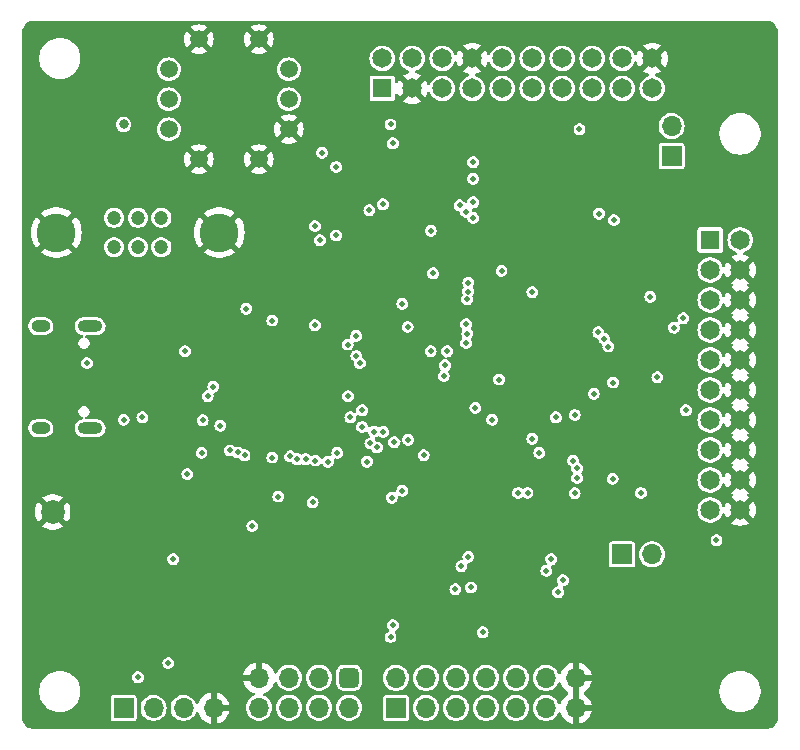
<source format=gbr>
%TF.GenerationSoftware,KiCad,Pcbnew,7.0.7*%
%TF.CreationDate,2024-05-17T14:43:21-07:00*%
%TF.ProjectId,Serberus,53657262-6572-4757-932e-6b696361645f,V2.2*%
%TF.SameCoordinates,Original*%
%TF.FileFunction,Copper,L2,Inr*%
%TF.FilePolarity,Positive*%
%FSLAX46Y46*%
G04 Gerber Fmt 4.6, Leading zero omitted, Abs format (unit mm)*
G04 Created by KiCad (PCBNEW 7.0.7) date 2024-05-17 14:43:21*
%MOMM*%
%LPD*%
G01*
G04 APERTURE LIST*
G04 Aperture macros list*
%AMRoundRect*
0 Rectangle with rounded corners*
0 $1 Rounding radius*
0 $2 $3 $4 $5 $6 $7 $8 $9 X,Y pos of 4 corners*
0 Add a 4 corners polygon primitive as box body*
4,1,4,$2,$3,$4,$5,$6,$7,$8,$9,$2,$3,0*
0 Add four circle primitives for the rounded corners*
1,1,$1+$1,$2,$3*
1,1,$1+$1,$4,$5*
1,1,$1+$1,$6,$7*
1,1,$1+$1,$8,$9*
0 Add four rect primitives between the rounded corners*
20,1,$1+$1,$2,$3,$4,$5,0*
20,1,$1+$1,$4,$5,$6,$7,0*
20,1,$1+$1,$6,$7,$8,$9,0*
20,1,$1+$1,$8,$9,$2,$3,0*%
G04 Aperture macros list end*
%TA.AperFunction,ComponentPad*%
%ADD10C,2.000000*%
%TD*%
%TA.AperFunction,ComponentPad*%
%ADD11R,1.700000X1.700000*%
%TD*%
%TA.AperFunction,ComponentPad*%
%ADD12O,1.700000X1.700000*%
%TD*%
%TA.AperFunction,ComponentPad*%
%ADD13RoundRect,0.425000X-0.425000X0.425000X-0.425000X-0.425000X0.425000X-0.425000X0.425000X0.425000X0*%
%TD*%
%TA.AperFunction,ComponentPad*%
%ADD14R,1.650000X1.650000*%
%TD*%
%TA.AperFunction,ComponentPad*%
%ADD15C,1.650000*%
%TD*%
%TA.AperFunction,ComponentPad*%
%ADD16O,2.100000X1.000000*%
%TD*%
%TA.AperFunction,ComponentPad*%
%ADD17O,1.600000X1.000000*%
%TD*%
%TA.AperFunction,ComponentPad*%
%ADD18C,1.200000*%
%TD*%
%TA.AperFunction,ComponentPad*%
%ADD19C,3.285000*%
%TD*%
%TA.AperFunction,ComponentPad*%
%ADD20C,1.500000*%
%TD*%
%TA.AperFunction,ViaPad*%
%ADD21C,0.500000*%
%TD*%
%TA.AperFunction,ViaPad*%
%ADD22C,0.800000*%
%TD*%
G04 APERTURE END LIST*
D10*
%TO.N,GND*%
%TO.C,TP1*%
X122600000Y-111600000D03*
%TD*%
D11*
%TO.N,/CLK*%
%TO.C,J7*%
X128600000Y-128200000D03*
D12*
%TO.N,/COPI*%
X131140000Y-128200000D03*
%TO.N,VTARGET*%
X133680000Y-128200000D03*
%TO.N,GND*%
X136220000Y-128200000D03*
%TD*%
D13*
%TO.N,/CS*%
%TO.C,J5*%
X147685500Y-125639500D03*
D12*
%TO.N,VTARGET*%
X147685500Y-128179500D03*
%TO.N,/CIPO*%
X145145500Y-125639500D03*
%TO.N,Net-(J5-Pin_4)*%
X145145500Y-128179500D03*
%TO.N,Net-(J5-Pin_5)*%
X142605500Y-125639500D03*
%TO.N,/CLK*%
X142605500Y-128179500D03*
%TO.N,GND*%
X140065500Y-125639500D03*
%TO.N,/COPI*%
X140065500Y-128179500D03*
%TD*%
D14*
%TO.N,VTARGET*%
%TO.C,J3*%
X178260000Y-88580000D03*
D15*
%TO.N,unconnected-(J3-Pin_2-Pad2)*%
X180800000Y-88580000D03*
%TO.N,/xPB4*%
X178260000Y-91120000D03*
%TO.N,GND*%
X180800000Y-91120000D03*
%TO.N,/COPI*%
X178260000Y-93660000D03*
%TO.N,GND*%
X180800000Y-93660000D03*
%TO.N,/CS*%
X178260000Y-96200000D03*
%TO.N,GND*%
X180800000Y-96200000D03*
%TO.N,/CLK*%
X178260000Y-98740000D03*
%TO.N,GND*%
X180800000Y-98740000D03*
%TO.N,/MISC_RX*%
X178260000Y-101280000D03*
%TO.N,GND*%
X180800000Y-101280000D03*
%TO.N,/CIPO*%
X178260000Y-103820000D03*
%TO.N,GND*%
X180800000Y-103820000D03*
%TO.N,/xPB5*%
X178260000Y-106360000D03*
%TO.N,GND*%
X180800000Y-106360000D03*
%TO.N,unconnected-(J3-Pin_17-Pad17)*%
X178260000Y-108900000D03*
%TO.N,GND*%
X180800000Y-108900000D03*
%TO.N,unconnected-(J3-Pin_19-Pad19)*%
X178260000Y-111440000D03*
%TO.N,GND*%
X180800000Y-111440000D03*
%TD*%
D11*
%TO.N,/UARTA_RX*%
%TO.C,J8*%
X170800000Y-115200000D03*
D12*
%TO.N,/MISC_RX*%
X173340000Y-115200000D03*
%TD*%
D11*
%TO.N,/CLK*%
%TO.C,J4*%
X151660000Y-128200000D03*
D12*
%TO.N,/COPI*%
X151660000Y-125660000D03*
%TO.N,/DI*%
X154200000Y-128200000D03*
%TO.N,/CS*%
X154200000Y-125660000D03*
%TO.N,/xPB4*%
X156740000Y-128200000D03*
%TO.N,/xPB5*%
X156740000Y-125660000D03*
%TO.N,/UARTA_TX*%
X159280000Y-128200000D03*
%TO.N,/UARTA_RX*%
X159280000Y-125660000D03*
%TO.N,/UARTC_TX*%
X161820000Y-128200000D03*
%TO.N,/UARTC_RX*%
X161820000Y-125660000D03*
%TO.N,/UARTD_TX*%
X164360000Y-128200000D03*
%TO.N,/UARTD_RX*%
X164360000Y-125660000D03*
%TO.N,GND*%
X166900000Y-128200000D03*
X166900000Y-125660000D03*
%TD*%
D16*
%TO.N,Net-(J1-SHIELD)*%
%TO.C,J1*%
X125770000Y-95880000D03*
D17*
X121590000Y-95880000D03*
D16*
X125770000Y-104520000D03*
D17*
X121590000Y-104520000D03*
%TD*%
D18*
%TO.N,/CS*%
%TO.C,SW2*%
X127800000Y-89200000D03*
%TO.N,/CORTEX_PIN2*%
X129800000Y-89200000D03*
%TO.N,/SWDIO*%
X131800000Y-89200000D03*
%TO.N,/CIPO*%
X127800000Y-86700000D03*
%TO.N,/DI*%
X129800000Y-86700000D03*
%TO.N,/SWDIO*%
X131800000Y-86700000D03*
D19*
%TO.N,GND*%
X122900000Y-87950000D03*
X136700000Y-87950000D03*
%TD*%
D20*
%TO.N,GND*%
%TO.C,SW1*%
X142595000Y-79200000D03*
%TO.N,+5V*%
X132435000Y-79200000D03*
%TO.N,+3V3*%
X132435000Y-76660000D03*
%TO.N,+1V8*%
X132435000Y-74120000D03*
%TO.N,VTARGET*%
X142595000Y-74120000D03*
%TO.N,VREF*%
X142595000Y-76660000D03*
%TO.N,GND*%
X140055000Y-81740000D03*
X134975000Y-81740000D03*
X134975000Y-71580000D03*
X140055000Y-71580000D03*
%TD*%
D14*
%TO.N,VTARGET*%
%TO.C,J2*%
X150500000Y-75740000D03*
D15*
X150500000Y-73200000D03*
%TO.N,GND*%
X153040000Y-75740000D03*
%TO.N,/UARTC_TX*%
X153040000Y-73200000D03*
%TO.N,/UARTA_TX*%
X155580000Y-75740000D03*
%TO.N,/UARTC_RX*%
X155580000Y-73200000D03*
%TO.N,/UARTA_RX*%
X158120000Y-75740000D03*
%TO.N,GND*%
X158120000Y-73200000D03*
%TO.N,/~{UARTA_RTS}*%
X160660000Y-75740000D03*
%TO.N,unconnected-(J2-Pin_10-Pad10)*%
X160660000Y-73200000D03*
%TO.N,/~{UARTA_CTS}*%
X163200000Y-75740000D03*
%TO.N,unconnected-(J2-Pin_12-Pad12)*%
X163200000Y-73200000D03*
%TO.N,/~{UARTA_DTR}*%
X165740000Y-75740000D03*
%TO.N,VTARGET*%
X165740000Y-73200000D03*
%TO.N,/~{UARTA_DSR}*%
X168280000Y-75740000D03*
%TO.N,/UARTD_TX*%
X168280000Y-73200000D03*
%TO.N,/~{UARTA_DCD}*%
X170820000Y-75740000D03*
%TO.N,/UARTD_RX*%
X170820000Y-73200000D03*
%TO.N,unconnected-(J2-Pin_19-Pad19)*%
X173360000Y-75740000D03*
%TO.N,GND*%
X173360000Y-73200000D03*
%TD*%
D11*
%TO.N,VTARGET*%
%TO.C,J9*%
X175000000Y-81475000D03*
D12*
%TO.N,VREF*%
X175000000Y-78935000D03*
%TD*%
D21*
%TO.N,+5V*%
X145400000Y-81200000D03*
X146600000Y-82400000D03*
%TO.N,GND*%
X147200000Y-114600000D03*
X137600000Y-123200000D03*
X139200000Y-120200000D03*
X160600000Y-127000000D03*
X130800000Y-98800000D03*
X170400000Y-83800000D03*
X142000000Y-99700000D03*
X154200000Y-123200000D03*
X129600000Y-98800000D03*
X165600000Y-121400000D03*
X169800000Y-89000000D03*
X163200000Y-95800000D03*
X182400000Y-75200000D03*
X121600000Y-122400000D03*
X152400000Y-98400000D03*
X139000000Y-98381776D03*
X155800000Y-88600000D03*
X162000000Y-85200000D03*
X144900000Y-101100000D03*
X139600000Y-74400000D03*
X121000000Y-76400000D03*
X146600000Y-71200000D03*
X140600000Y-99681776D03*
X162200000Y-103600000D03*
X161400000Y-96200000D03*
X128400000Y-98800000D03*
X133600000Y-85800000D03*
X128400000Y-125200000D03*
X178000000Y-120000000D03*
X134800000Y-75000000D03*
X143600000Y-99681776D03*
X141000000Y-115000000D03*
X130000000Y-102000000D03*
X132800000Y-94200000D03*
X133200000Y-98800000D03*
X142000000Y-103800000D03*
X177800000Y-75000000D03*
X166800000Y-99200000D03*
X135600000Y-98800000D03*
D22*
X124800000Y-79800000D03*
D21*
X146200000Y-118200000D03*
X156400000Y-103400000D03*
X151800000Y-86000000D03*
X132000000Y-100600000D03*
X163800000Y-79400000D03*
X148000000Y-76200000D03*
X151200000Y-83000000D03*
X155800000Y-102000000D03*
X154800000Y-105000000D03*
X151800000Y-119000000D03*
X167600000Y-123400000D03*
X163200000Y-89800000D03*
X138800000Y-90800000D03*
X149600000Y-120600000D03*
X172200000Y-113400000D03*
X156200000Y-81200000D03*
X170600000Y-78000000D03*
X169800000Y-91800000D03*
X132600000Y-98800000D03*
X145500000Y-94000000D03*
X152800000Y-89000000D03*
X126600000Y-114000000D03*
X121000000Y-109200000D03*
X149600000Y-123600000D03*
X126400000Y-70800000D03*
X158200000Y-113400000D03*
X121200000Y-93200000D03*
D22*
X130000000Y-81800000D03*
D21*
X172400000Y-121600000D03*
X144900000Y-102500000D03*
X161800000Y-106000000D03*
X149800000Y-126800000D03*
X140600000Y-98381776D03*
X161800000Y-87000000D03*
X151000000Y-88600000D03*
X131400000Y-100600000D03*
X120600000Y-129400000D03*
X175000000Y-91600000D03*
X167400000Y-116200000D03*
X143600000Y-98381776D03*
X145000000Y-78000000D03*
X155400000Y-111800000D03*
X144200000Y-81800000D03*
X140600000Y-102481776D03*
X162000000Y-74400000D03*
X139400000Y-118000000D03*
X177400000Y-129000000D03*
X154000000Y-95600000D03*
X148600000Y-72800000D03*
X182800000Y-114000000D03*
X166400000Y-89600000D03*
X156200000Y-104600000D03*
X158800000Y-79200000D03*
X132000000Y-98800000D03*
X129600000Y-100600000D03*
X170200000Y-105000000D03*
X169800000Y-129400000D03*
X162800000Y-101800000D03*
X182400000Y-118000000D03*
X157200000Y-70600000D03*
X123200000Y-81200000D03*
X132800000Y-90600000D03*
X124800000Y-90800000D03*
X134400000Y-112800000D03*
X175800000Y-111000000D03*
X139400000Y-78400000D03*
X154600000Y-121600000D03*
X182000000Y-86000000D03*
X128600000Y-70800000D03*
D22*
X125248176Y-76448176D03*
D21*
X154200000Y-72200000D03*
X136200000Y-82600000D03*
X175600000Y-85000000D03*
X171000000Y-101600000D03*
X135400000Y-125400000D03*
X149400000Y-95200000D03*
X149600000Y-113000000D03*
X138800000Y-95400000D03*
X142000000Y-98400000D03*
X137400000Y-125400000D03*
X142200000Y-112600000D03*
X123400000Y-120600000D03*
D22*
X124400000Y-83200000D03*
D21*
X128400000Y-100600000D03*
X174200000Y-126400000D03*
X130800000Y-100600000D03*
X155200000Y-115400000D03*
X175200000Y-75400000D03*
D22*
X127400000Y-94600000D03*
X128200000Y-73600000D03*
D21*
X183400000Y-129400000D03*
X130200000Y-100600000D03*
X143800000Y-71200000D03*
X178200000Y-71200000D03*
X161800000Y-83400000D03*
X161200000Y-93000000D03*
X173800000Y-83600000D03*
X150600000Y-93000000D03*
X174200000Y-103800000D03*
X165800000Y-114000000D03*
X168200000Y-82800000D03*
X134200000Y-98800000D03*
X124200000Y-116800000D03*
X179200000Y-121800000D03*
D22*
X126600000Y-105800000D03*
D21*
X129000000Y-98800000D03*
X164800000Y-78200000D03*
X139000000Y-99681776D03*
X131600000Y-70800000D03*
X163200000Y-126800000D03*
X132400000Y-110600000D03*
X121600000Y-115200000D03*
X139000000Y-101081776D03*
X161200000Y-115600000D03*
X153300000Y-103900000D03*
X143600000Y-101081776D03*
X161400000Y-99400000D03*
X139581336Y-106832220D03*
X133200000Y-100600000D03*
X130200000Y-104600000D03*
X148500000Y-94000000D03*
X133600000Y-103400000D03*
X160400000Y-129600000D03*
X139000000Y-103781776D03*
X170400000Y-124600000D03*
X179600000Y-84400000D03*
X171400000Y-78800000D03*
X182600000Y-123000000D03*
X137400000Y-80800000D03*
X123600000Y-109000000D03*
X126000000Y-123000000D03*
X139000000Y-102481776D03*
X154200000Y-118400000D03*
X121800000Y-117800000D03*
X165600000Y-70600000D03*
X174400000Y-107800000D03*
X124200000Y-113800000D03*
X151300000Y-99600000D03*
X171200000Y-108400000D03*
X135600000Y-116600000D03*
X144900000Y-99700000D03*
X126800000Y-111200000D03*
X120400000Y-99800000D03*
X153000000Y-78000000D03*
X135600000Y-78400000D03*
X123800000Y-78400000D03*
X175400000Y-124400000D03*
X169200000Y-116600000D03*
X142800000Y-88400000D03*
X141600000Y-119000000D03*
X161400000Y-119000000D03*
X174600000Y-86800000D03*
X168000000Y-120000000D03*
X167000000Y-74400000D03*
X143600000Y-84000000D03*
X157600000Y-89200000D03*
X126200000Y-129400000D03*
X152400000Y-113200000D03*
X161800000Y-81600000D03*
X120800000Y-70600000D03*
X140600000Y-103781776D03*
X144900000Y-98400000D03*
X131400000Y-106000000D03*
X129600000Y-114200000D03*
X156200000Y-121600000D03*
X143800000Y-75200000D03*
X120400000Y-84600000D03*
X182600000Y-71200000D03*
X170400000Y-70400000D03*
X142000000Y-102400000D03*
X149600000Y-118200000D03*
X132600000Y-100600000D03*
X162800000Y-100800000D03*
X143600000Y-102481776D03*
X140600000Y-101081776D03*
X124400000Y-85000000D03*
X134600000Y-121800000D03*
X142000000Y-101000000D03*
X143600000Y-103781776D03*
X174200000Y-99200000D03*
X151400000Y-91000000D03*
X130200000Y-98800000D03*
X146200000Y-122800000D03*
X142156684Y-106550283D03*
X121000000Y-79800000D03*
X146600000Y-91000000D03*
X148950500Y-99595794D03*
X144900000Y-103800000D03*
X129000000Y-100600000D03*
X131800000Y-125200000D03*
X131400000Y-98800000D03*
%TO.N,+3V3*%
X133800000Y-98000000D03*
X139000000Y-94400000D03*
X158390000Y-102800000D03*
X160600000Y-91200000D03*
X135200000Y-106600000D03*
X144600000Y-110800000D03*
X154800000Y-91400000D03*
X139500000Y-112800000D03*
X159800000Y-103800000D03*
X151400000Y-80400000D03*
X156000000Y-98000000D03*
X166800000Y-103400000D03*
X147600000Y-101800000D03*
D22*
X128600000Y-78800000D03*
D21*
X142703439Y-106900871D03*
X160400000Y-100400000D03*
X136200000Y-101000000D03*
X148630878Y-99030878D03*
X144800000Y-95800000D03*
X130200000Y-103600000D03*
X141700000Y-110300000D03*
X151200000Y-78800000D03*
X134000000Y-108400000D03*
%TO.N,Net-(U3-VCORE_1)*%
X148300000Y-98400000D03*
X148300000Y-96700000D03*
%TO.N,Net-(J1-CC1)*%
X128600000Y-103800000D03*
X125500000Y-99000000D03*
%TO.N,/~{ENABLE}*%
X163200000Y-105400000D03*
X136789243Y-104300757D03*
X163200000Y-93000000D03*
X144800000Y-87400000D03*
%TO.N,Net-(D7-A)*%
X158200000Y-86700500D03*
X158203200Y-85396800D03*
%TO.N,Net-(D8-A)*%
X158200000Y-83400000D03*
X157594483Y-86200883D03*
%TO.N,Net-(D9-A)*%
X158200000Y-82000000D03*
X157044284Y-85650684D03*
%TO.N,Net-(RN9-R1.2)*%
X149400000Y-86059500D03*
X154600000Y-87800000D03*
%TO.N,/EECLK*%
X145215470Y-88600983D03*
X138259305Y-106572113D03*
%TO.N,/EECS*%
X137600000Y-106400000D03*
X150560000Y-85560000D03*
%TO.N,/EEDATA*%
X138860715Y-106817389D03*
X146600000Y-88200000D03*
%TO.N,/UARTA_TX*%
X157800000Y-115400000D03*
X169650500Y-97600000D03*
X167200000Y-79200000D03*
%TO.N,/~{UARTA_RTS}*%
X169300500Y-96955613D03*
%TO.N,/~{UARTA_CTS}*%
X166652880Y-107274500D03*
%TO.N,/~{UARTA_DTR}*%
X168800000Y-96400000D03*
%TO.N,/~{UARTA_DSR}*%
X167000000Y-107922769D03*
%TO.N,/~{UARTA_DCD}*%
X167000000Y-108725000D03*
%TO.N,/CS*%
X165400000Y-118400000D03*
X151200000Y-122200000D03*
%TO.N,/CLK*%
X173200000Y-93400000D03*
X178800000Y-114000000D03*
X165800000Y-117400000D03*
X175200000Y-96000000D03*
X129806754Y-125593246D03*
%TO.N,/CIPO*%
X165200000Y-103600000D03*
X132800000Y-115600000D03*
%TO.N,/UARTA_RX*%
X162000000Y-110000000D03*
X163797881Y-106608054D03*
%TO.N,/COPI*%
X156700000Y-118150000D03*
%TO.N,/xPB4*%
X176000000Y-95200000D03*
X159000000Y-121800000D03*
%TO.N,/xPB5*%
X173799500Y-100200000D03*
%TO.N,/MISC_RX*%
X172400000Y-110000000D03*
X166800000Y-110025000D03*
X176200000Y-103000000D03*
%TO.N,/UARTC_TX*%
X164800000Y-115600000D03*
X170106400Y-86893600D03*
X170053200Y-100653200D03*
%TO.N,/UARTC_RX*%
X162800000Y-110000000D03*
%TO.N,/UARTD_TX*%
X168400000Y-101600000D03*
X164400000Y-116600000D03*
X168853200Y-86346800D03*
%TO.N,/UARTD_RX*%
X170000000Y-108800000D03*
%TO.N,/CORTEX_PIN2*%
X132400000Y-124400000D03*
%TO.N,/DI*%
X151400000Y-121200000D03*
%TO.N,/SWDIO*%
X158000000Y-118000000D03*
X157200000Y-116200000D03*
%TO.N,/CD0*%
X154600000Y-98000000D03*
X155800000Y-99200000D03*
%TO.N,/DD0*%
X155700000Y-100100000D03*
X152644621Y-95944620D03*
%TO.N,/BD1*%
X157754990Y-92945578D03*
X149800000Y-104800500D03*
%TO.N,/BD0*%
X146700000Y-106600500D03*
X157800000Y-92200000D03*
%TO.N,/BD3*%
X150576028Y-104823972D03*
X157690885Y-93591909D03*
%TO.N,/BD4*%
X147800000Y-103600000D03*
X152193246Y-93993246D03*
%TO.N,/AD4*%
X144847388Y-107256460D03*
X157600000Y-95700000D03*
%TO.N,/AD2*%
X157700000Y-96500000D03*
X143306275Y-107142618D03*
%TO.N,/AD0*%
X157600000Y-97300000D03*
X141200000Y-107000000D03*
%TO.N,/AD1*%
X152700103Y-105500104D03*
X149200000Y-107350500D03*
%TO.N,/AD5*%
X151500000Y-105700000D03*
X145900000Y-107350500D03*
%TO.N,/AD3*%
X144035028Y-107150500D03*
X154000000Y-106800000D03*
%TO.N,/BD2*%
X150050890Y-106149110D03*
X148797884Y-104409747D03*
%TO.N,/CD1*%
X152200000Y-109800000D03*
X147562315Y-97430345D03*
%TO.N,/BD6*%
X149503771Y-105799090D03*
X148800000Y-103000000D03*
%TO.N,/DD1*%
X151300000Y-110400000D03*
X141200500Y-95400000D03*
%TO.N,/CC2*%
X135299500Y-103853200D03*
X135724500Y-101800000D03*
%TD*%
%TA.AperFunction,Conductor*%
%TO.N,GND*%
G36*
X167077512Y-126159507D02*
G01*
X167130315Y-126205262D01*
X167150000Y-126272301D01*
X167150000Y-127587698D01*
X167130315Y-127654737D01*
X167077511Y-127700492D01*
X167008355Y-127710436D01*
X166935766Y-127700000D01*
X166935763Y-127700000D01*
X166864237Y-127700000D01*
X166864233Y-127700000D01*
X166791645Y-127710436D01*
X166722487Y-127700492D01*
X166669684Y-127654736D01*
X166650000Y-127587698D01*
X166650000Y-126272301D01*
X166669685Y-126205262D01*
X166722489Y-126159507D01*
X166791647Y-126149563D01*
X166864237Y-126160000D01*
X166864238Y-126160000D01*
X166935762Y-126160000D01*
X166935763Y-126160000D01*
X167008353Y-126149563D01*
X167077512Y-126159507D01*
G37*
%TD.AperFunction*%
%TA.AperFunction,Conductor*%
G36*
X183002695Y-70000735D02*
G01*
X183162755Y-70014739D01*
X183184035Y-70018491D01*
X183301188Y-70049882D01*
X183331369Y-70057969D01*
X183351681Y-70065362D01*
X183489915Y-70129822D01*
X183508633Y-70140629D01*
X183633582Y-70228119D01*
X183650140Y-70242013D01*
X183757986Y-70349859D01*
X183771880Y-70366417D01*
X183859370Y-70491366D01*
X183870177Y-70510084D01*
X183934637Y-70648318D01*
X183942030Y-70668630D01*
X183981507Y-70815961D01*
X183985260Y-70837246D01*
X183999264Y-70997301D01*
X183999500Y-71002707D01*
X183999500Y-128997292D01*
X183999264Y-129002698D01*
X183985260Y-129162753D01*
X183981507Y-129184038D01*
X183942030Y-129331369D01*
X183934637Y-129351681D01*
X183870177Y-129489915D01*
X183859370Y-129508633D01*
X183771880Y-129633582D01*
X183757986Y-129650140D01*
X183650140Y-129757986D01*
X183633582Y-129771880D01*
X183508633Y-129859370D01*
X183489915Y-129870177D01*
X183351681Y-129934637D01*
X183331369Y-129942030D01*
X183184038Y-129981507D01*
X183162753Y-129985260D01*
X183032548Y-129996652D01*
X183002695Y-129999264D01*
X182997293Y-129999500D01*
X121002707Y-129999500D01*
X120997304Y-129999264D01*
X120963442Y-129996301D01*
X120837246Y-129985260D01*
X120815961Y-129981507D01*
X120668630Y-129942030D01*
X120648318Y-129934637D01*
X120510084Y-129870177D01*
X120491366Y-129859370D01*
X120366417Y-129771880D01*
X120349859Y-129757986D01*
X120242013Y-129650140D01*
X120228119Y-129633582D01*
X120140629Y-129508633D01*
X120129822Y-129489915D01*
X120065362Y-129351681D01*
X120057969Y-129331369D01*
X120032979Y-129238105D01*
X120018491Y-129184035D01*
X120014739Y-129162752D01*
X120007672Y-129081982D01*
X120007033Y-129074678D01*
X127499500Y-129074678D01*
X127514032Y-129147735D01*
X127514033Y-129147739D01*
X127524065Y-129162753D01*
X127569399Y-129230601D01*
X127643331Y-129280000D01*
X127652260Y-129285966D01*
X127652264Y-129285967D01*
X127725321Y-129300499D01*
X127725324Y-129300500D01*
X127725326Y-129300500D01*
X129474676Y-129300500D01*
X129474677Y-129300499D01*
X129547740Y-129285966D01*
X129630601Y-129230601D01*
X129685966Y-129147740D01*
X129700500Y-129074674D01*
X129700500Y-128200000D01*
X130034785Y-128200000D01*
X130053602Y-128403082D01*
X130109417Y-128599247D01*
X130109422Y-128599260D01*
X130200327Y-128781821D01*
X130323237Y-128944581D01*
X130473958Y-129081980D01*
X130473960Y-129081982D01*
X130553321Y-129131120D01*
X130647363Y-129189348D01*
X130837544Y-129263024D01*
X131038024Y-129300500D01*
X131038026Y-129300500D01*
X131241974Y-129300500D01*
X131241976Y-129300500D01*
X131442456Y-129263024D01*
X131632637Y-129189348D01*
X131806041Y-129081981D01*
X131956764Y-128944579D01*
X132079673Y-128781821D01*
X132170582Y-128599250D01*
X132226397Y-128403083D01*
X132245215Y-128200000D01*
X132574785Y-128200000D01*
X132593602Y-128403082D01*
X132649417Y-128599247D01*
X132649422Y-128599260D01*
X132740327Y-128781821D01*
X132863237Y-128944581D01*
X133013958Y-129081980D01*
X133013960Y-129081982D01*
X133093321Y-129131120D01*
X133187363Y-129189348D01*
X133377544Y-129263024D01*
X133578024Y-129300500D01*
X133578026Y-129300500D01*
X133781974Y-129300500D01*
X133781976Y-129300500D01*
X133982456Y-129263024D01*
X134172637Y-129189348D01*
X134346041Y-129081981D01*
X134496764Y-128944579D01*
X134619673Y-128781821D01*
X134706816Y-128606812D01*
X134754319Y-128555575D01*
X134821982Y-128538153D01*
X134888323Y-128560078D01*
X134932278Y-128614389D01*
X134937592Y-128629989D01*
X134946567Y-128663485D01*
X134946570Y-128663492D01*
X135046399Y-128877578D01*
X135181894Y-129071082D01*
X135348917Y-129238105D01*
X135542421Y-129373600D01*
X135756507Y-129473429D01*
X135756516Y-129473433D01*
X135970000Y-129530634D01*
X135970000Y-128812301D01*
X135989685Y-128745262D01*
X136042489Y-128699507D01*
X136111647Y-128689563D01*
X136184237Y-128700000D01*
X136184238Y-128700000D01*
X136255762Y-128700000D01*
X136255763Y-128700000D01*
X136328353Y-128689563D01*
X136397512Y-128699507D01*
X136450315Y-128745262D01*
X136470000Y-128812301D01*
X136470000Y-129530633D01*
X136683483Y-129473433D01*
X136683492Y-129473429D01*
X136897578Y-129373600D01*
X137091082Y-129238105D01*
X137258105Y-129071082D01*
X137393600Y-128877578D01*
X137493429Y-128663492D01*
X137493432Y-128663486D01*
X137550636Y-128450000D01*
X136833347Y-128450000D01*
X136766308Y-128430315D01*
X136720553Y-128377511D01*
X136710609Y-128308353D01*
X136714369Y-128291067D01*
X136720000Y-128271888D01*
X136720000Y-128128111D01*
X136714369Y-128108933D01*
X136714370Y-128039064D01*
X136752145Y-127980286D01*
X136815701Y-127951262D01*
X136833347Y-127950000D01*
X137550636Y-127950000D01*
X137550635Y-127949999D01*
X137493432Y-127736513D01*
X137493429Y-127736507D01*
X137393600Y-127522422D01*
X137393599Y-127522420D01*
X137258113Y-127328926D01*
X137258108Y-127328920D01*
X137091082Y-127161894D01*
X136897578Y-127026399D01*
X136683492Y-126926570D01*
X136683486Y-126926567D01*
X136470000Y-126869364D01*
X136470000Y-127587698D01*
X136450315Y-127654737D01*
X136397511Y-127700492D01*
X136328355Y-127710436D01*
X136255766Y-127700000D01*
X136255763Y-127700000D01*
X136184237Y-127700000D01*
X136184233Y-127700000D01*
X136111645Y-127710436D01*
X136042487Y-127700492D01*
X135989684Y-127654736D01*
X135970000Y-127587698D01*
X135970000Y-126869364D01*
X135969999Y-126869364D01*
X135756513Y-126926567D01*
X135756507Y-126926570D01*
X135542422Y-127026399D01*
X135542420Y-127026400D01*
X135348926Y-127161886D01*
X135348920Y-127161891D01*
X135181891Y-127328920D01*
X135181886Y-127328926D01*
X135046400Y-127522420D01*
X135046399Y-127522422D01*
X134946570Y-127736507D01*
X134946568Y-127736511D01*
X134937592Y-127770011D01*
X134901226Y-127829671D01*
X134838379Y-127860199D01*
X134769003Y-127851904D01*
X134715126Y-127807418D01*
X134706817Y-127793188D01*
X134649309Y-127677696D01*
X134619673Y-127618179D01*
X134496764Y-127455421D01*
X134496762Y-127455418D01*
X134346041Y-127318019D01*
X134346039Y-127318017D01*
X134172642Y-127210655D01*
X134172635Y-127210651D01*
X134046767Y-127161890D01*
X133982456Y-127136976D01*
X133781976Y-127099500D01*
X133578024Y-127099500D01*
X133377544Y-127136976D01*
X133377541Y-127136976D01*
X133377541Y-127136977D01*
X133187364Y-127210651D01*
X133187357Y-127210655D01*
X133013960Y-127318017D01*
X133013958Y-127318019D01*
X132863237Y-127455418D01*
X132740327Y-127618178D01*
X132649422Y-127800739D01*
X132649417Y-127800752D01*
X132593602Y-127996917D01*
X132574785Y-128199999D01*
X132574785Y-128200000D01*
X132245215Y-128200000D01*
X132243315Y-128179500D01*
X132226397Y-127996917D01*
X132213048Y-127950000D01*
X132170582Y-127800750D01*
X132160375Y-127780252D01*
X132109309Y-127677696D01*
X132079673Y-127618179D01*
X131956764Y-127455421D01*
X131956762Y-127455418D01*
X131806041Y-127318019D01*
X131806039Y-127318017D01*
X131632642Y-127210655D01*
X131632635Y-127210651D01*
X131506767Y-127161890D01*
X131442456Y-127136976D01*
X131241976Y-127099500D01*
X131038024Y-127099500D01*
X130837544Y-127136976D01*
X130837541Y-127136976D01*
X130837541Y-127136977D01*
X130647364Y-127210651D01*
X130647357Y-127210655D01*
X130473960Y-127318017D01*
X130473958Y-127318019D01*
X130323237Y-127455418D01*
X130200327Y-127618178D01*
X130109422Y-127800739D01*
X130109417Y-127800752D01*
X130053602Y-127996917D01*
X130034785Y-128199999D01*
X130034785Y-128200000D01*
X129700500Y-128200000D01*
X129700500Y-127325326D01*
X129700500Y-127325323D01*
X129700499Y-127325321D01*
X129685967Y-127252264D01*
X129685966Y-127252260D01*
X129685965Y-127252259D01*
X129630601Y-127169399D01*
X129575234Y-127132405D01*
X129547739Y-127114033D01*
X129547735Y-127114032D01*
X129474677Y-127099500D01*
X129474674Y-127099500D01*
X127725326Y-127099500D01*
X127725323Y-127099500D01*
X127652264Y-127114032D01*
X127652260Y-127114033D01*
X127569399Y-127169399D01*
X127514033Y-127252260D01*
X127514032Y-127252264D01*
X127499500Y-127325321D01*
X127499500Y-129074678D01*
X120007033Y-129074678D01*
X120000735Y-129002696D01*
X120000500Y-128997292D01*
X120000500Y-126931187D01*
X121449500Y-126931187D01*
X121457217Y-126982383D01*
X121488604Y-127190615D01*
X121488605Y-127190617D01*
X121488606Y-127190623D01*
X121565938Y-127441326D01*
X121679767Y-127677696D01*
X121679768Y-127677697D01*
X121679770Y-127677700D01*
X121679772Y-127677704D01*
X121758508Y-127793188D01*
X121827567Y-127894479D01*
X122006014Y-128086801D01*
X122006018Y-128086804D01*
X122006019Y-128086805D01*
X122211143Y-128250386D01*
X122438357Y-128381568D01*
X122682584Y-128477420D01*
X122938370Y-128535802D01*
X122938376Y-128535802D01*
X122938379Y-128535803D01*
X123134500Y-128550500D01*
X123134506Y-128550500D01*
X123265500Y-128550500D01*
X123461620Y-128535803D01*
X123461622Y-128535802D01*
X123461630Y-128535802D01*
X123717416Y-128477420D01*
X123961643Y-128381568D01*
X124188857Y-128250386D01*
X124393981Y-128086805D01*
X124572433Y-127894479D01*
X124720228Y-127677704D01*
X124834063Y-127441323D01*
X124911396Y-127190615D01*
X124950500Y-126931182D01*
X124950500Y-126668818D01*
X124911396Y-126409385D01*
X124834063Y-126158677D01*
X124802794Y-126093746D01*
X124720232Y-125922303D01*
X124720231Y-125922302D01*
X124720230Y-125922301D01*
X124720228Y-125922296D01*
X124572433Y-125705521D01*
X124511174Y-125639499D01*
X124468257Y-125593245D01*
X129301107Y-125593245D01*
X129321588Y-125735702D01*
X129370400Y-125842583D01*
X129381377Y-125866619D01*
X129475626Y-125975389D01*
X129596701Y-126053199D01*
X129596704Y-126053200D01*
X129596703Y-126053200D01*
X129734790Y-126093745D01*
X129734792Y-126093746D01*
X129734793Y-126093746D01*
X129878716Y-126093746D01*
X129878716Y-126093745D01*
X130016807Y-126053199D01*
X130137882Y-125975389D01*
X130212305Y-125889500D01*
X138734864Y-125889500D01*
X138792067Y-126102986D01*
X138792070Y-126102992D01*
X138891899Y-126317078D01*
X139027394Y-126510582D01*
X139194417Y-126677605D01*
X139387921Y-126813100D01*
X139602007Y-126912929D01*
X139602016Y-126912933D01*
X139641083Y-126923401D01*
X139700744Y-126959766D01*
X139731273Y-127022613D01*
X139722979Y-127091988D01*
X139678493Y-127145866D01*
X139653784Y-127158802D01*
X139572873Y-127190147D01*
X139572857Y-127190155D01*
X139399460Y-127297517D01*
X139399458Y-127297519D01*
X139248737Y-127434918D01*
X139125827Y-127597678D01*
X139034922Y-127780239D01*
X139034917Y-127780252D01*
X138979102Y-127976417D01*
X138960285Y-128179499D01*
X138960285Y-128179500D01*
X138979102Y-128382582D01*
X139034917Y-128578747D01*
X139034922Y-128578760D01*
X139125827Y-128761321D01*
X139248737Y-128924081D01*
X139399458Y-129061480D01*
X139399460Y-129061482D01*
X139432569Y-129081982D01*
X139572863Y-129168848D01*
X139763044Y-129242524D01*
X139963524Y-129280000D01*
X139963526Y-129280000D01*
X140167474Y-129280000D01*
X140167476Y-129280000D01*
X140367956Y-129242524D01*
X140558137Y-129168848D01*
X140731541Y-129061481D01*
X140882264Y-128924079D01*
X141005173Y-128761321D01*
X141096082Y-128578750D01*
X141151897Y-128382583D01*
X141170715Y-128179500D01*
X141500285Y-128179500D01*
X141519102Y-128382582D01*
X141574917Y-128578747D01*
X141574922Y-128578760D01*
X141665827Y-128761321D01*
X141788737Y-128924081D01*
X141939458Y-129061480D01*
X141939460Y-129061482D01*
X141972569Y-129081982D01*
X142112863Y-129168848D01*
X142303044Y-129242524D01*
X142503524Y-129280000D01*
X142503526Y-129280000D01*
X142707474Y-129280000D01*
X142707476Y-129280000D01*
X142907956Y-129242524D01*
X143098137Y-129168848D01*
X143271541Y-129061481D01*
X143422264Y-128924079D01*
X143545173Y-128761321D01*
X143636082Y-128578750D01*
X143691897Y-128382583D01*
X143710715Y-128179500D01*
X144040285Y-128179500D01*
X144059102Y-128382582D01*
X144114917Y-128578747D01*
X144114922Y-128578760D01*
X144205827Y-128761321D01*
X144328737Y-128924081D01*
X144479458Y-129061480D01*
X144479460Y-129061482D01*
X144512569Y-129081982D01*
X144652863Y-129168848D01*
X144843044Y-129242524D01*
X145043524Y-129280000D01*
X145043526Y-129280000D01*
X145247474Y-129280000D01*
X145247476Y-129280000D01*
X145447956Y-129242524D01*
X145638137Y-129168848D01*
X145811541Y-129061481D01*
X145962264Y-128924079D01*
X146085173Y-128761321D01*
X146176082Y-128578750D01*
X146231897Y-128382583D01*
X146250715Y-128179500D01*
X146580285Y-128179500D01*
X146599102Y-128382582D01*
X146654917Y-128578747D01*
X146654922Y-128578760D01*
X146745827Y-128761321D01*
X146868737Y-128924081D01*
X147019458Y-129061480D01*
X147019460Y-129061482D01*
X147052569Y-129081982D01*
X147192863Y-129168848D01*
X147383044Y-129242524D01*
X147583524Y-129280000D01*
X147583526Y-129280000D01*
X147787474Y-129280000D01*
X147787476Y-129280000D01*
X147987956Y-129242524D01*
X148178137Y-129168848D01*
X148330230Y-129074676D01*
X150559499Y-129074676D01*
X150559500Y-129074678D01*
X150574032Y-129147735D01*
X150574033Y-129147739D01*
X150584065Y-129162753D01*
X150629399Y-129230601D01*
X150703331Y-129280000D01*
X150712260Y-129285966D01*
X150712264Y-129285967D01*
X150785321Y-129300499D01*
X150785324Y-129300500D01*
X150785326Y-129300500D01*
X152534676Y-129300500D01*
X152534677Y-129300499D01*
X152607740Y-129285966D01*
X152690601Y-129230601D01*
X152745966Y-129147740D01*
X152760500Y-129074674D01*
X152760500Y-128200000D01*
X153094785Y-128200000D01*
X153113602Y-128403082D01*
X153169417Y-128599247D01*
X153169422Y-128599260D01*
X153260327Y-128781821D01*
X153383237Y-128944581D01*
X153533958Y-129081980D01*
X153533960Y-129081982D01*
X153613321Y-129131120D01*
X153707363Y-129189348D01*
X153897544Y-129263024D01*
X154098024Y-129300500D01*
X154098026Y-129300500D01*
X154301974Y-129300500D01*
X154301976Y-129300500D01*
X154502456Y-129263024D01*
X154692637Y-129189348D01*
X154866041Y-129081981D01*
X155016764Y-128944579D01*
X155139673Y-128781821D01*
X155230582Y-128599250D01*
X155286397Y-128403083D01*
X155305215Y-128200000D01*
X155634785Y-128200000D01*
X155653602Y-128403082D01*
X155709417Y-128599247D01*
X155709422Y-128599260D01*
X155800327Y-128781821D01*
X155923237Y-128944581D01*
X156073958Y-129081980D01*
X156073960Y-129081982D01*
X156153321Y-129131120D01*
X156247363Y-129189348D01*
X156437544Y-129263024D01*
X156638024Y-129300500D01*
X156638026Y-129300500D01*
X156841974Y-129300500D01*
X156841976Y-129300500D01*
X157042456Y-129263024D01*
X157232637Y-129189348D01*
X157406041Y-129081981D01*
X157556764Y-128944579D01*
X157679673Y-128781821D01*
X157770582Y-128599250D01*
X157826397Y-128403083D01*
X157845215Y-128200000D01*
X158174785Y-128200000D01*
X158193602Y-128403082D01*
X158249417Y-128599247D01*
X158249422Y-128599260D01*
X158340327Y-128781821D01*
X158463237Y-128944581D01*
X158613958Y-129081980D01*
X158613960Y-129081982D01*
X158693321Y-129131120D01*
X158787363Y-129189348D01*
X158977544Y-129263024D01*
X159178024Y-129300500D01*
X159178026Y-129300500D01*
X159381974Y-129300500D01*
X159381976Y-129300500D01*
X159582456Y-129263024D01*
X159772637Y-129189348D01*
X159946041Y-129081981D01*
X160096764Y-128944579D01*
X160219673Y-128781821D01*
X160310582Y-128599250D01*
X160366397Y-128403083D01*
X160385215Y-128200000D01*
X160714785Y-128200000D01*
X160733602Y-128403082D01*
X160789417Y-128599247D01*
X160789422Y-128599260D01*
X160880327Y-128781821D01*
X161003237Y-128944581D01*
X161153958Y-129081980D01*
X161153960Y-129081982D01*
X161233321Y-129131120D01*
X161327363Y-129189348D01*
X161517544Y-129263024D01*
X161718024Y-129300500D01*
X161718026Y-129300500D01*
X161921974Y-129300500D01*
X161921976Y-129300500D01*
X162122456Y-129263024D01*
X162312637Y-129189348D01*
X162486041Y-129081981D01*
X162636764Y-128944579D01*
X162759673Y-128781821D01*
X162850582Y-128599250D01*
X162906397Y-128403083D01*
X162925215Y-128200000D01*
X163254785Y-128200000D01*
X163273602Y-128403082D01*
X163329417Y-128599247D01*
X163329422Y-128599260D01*
X163420327Y-128781821D01*
X163543237Y-128944581D01*
X163693958Y-129081980D01*
X163693960Y-129081982D01*
X163773321Y-129131120D01*
X163867363Y-129189348D01*
X164057544Y-129263024D01*
X164258024Y-129300500D01*
X164258026Y-129300500D01*
X164461974Y-129300500D01*
X164461976Y-129300500D01*
X164662456Y-129263024D01*
X164852637Y-129189348D01*
X165026041Y-129081981D01*
X165176764Y-128944579D01*
X165299673Y-128781821D01*
X165386816Y-128606812D01*
X165434319Y-128555575D01*
X165501982Y-128538153D01*
X165568323Y-128560078D01*
X165612278Y-128614389D01*
X165617592Y-128629989D01*
X165626567Y-128663485D01*
X165626570Y-128663492D01*
X165726399Y-128877578D01*
X165861894Y-129071082D01*
X166028917Y-129238105D01*
X166222421Y-129373600D01*
X166436507Y-129473429D01*
X166436516Y-129473433D01*
X166650000Y-129530634D01*
X166650000Y-128812301D01*
X166669685Y-128745262D01*
X166722489Y-128699507D01*
X166791647Y-128689563D01*
X166864237Y-128700000D01*
X166864238Y-128700000D01*
X166935762Y-128700000D01*
X166935763Y-128700000D01*
X167008353Y-128689563D01*
X167077512Y-128699507D01*
X167130315Y-128745262D01*
X167150000Y-128812301D01*
X167150000Y-129530633D01*
X167363483Y-129473433D01*
X167363492Y-129473429D01*
X167577578Y-129373600D01*
X167771082Y-129238105D01*
X167938105Y-129071082D01*
X168073600Y-128877578D01*
X168173429Y-128663492D01*
X168173432Y-128663486D01*
X168230636Y-128450000D01*
X167513347Y-128450000D01*
X167446308Y-128430315D01*
X167400553Y-128377511D01*
X167390609Y-128308353D01*
X167394369Y-128291067D01*
X167400000Y-128271888D01*
X167400000Y-128128111D01*
X167394369Y-128108933D01*
X167394370Y-128039064D01*
X167432145Y-127980286D01*
X167495701Y-127951262D01*
X167513347Y-127950000D01*
X168230636Y-127950000D01*
X168230635Y-127949999D01*
X168173432Y-127736513D01*
X168173429Y-127736507D01*
X168073600Y-127522422D01*
X168073599Y-127522420D01*
X167938113Y-127328926D01*
X167938108Y-127328920D01*
X167771082Y-127161894D01*
X167584968Y-127031575D01*
X167541344Y-126976998D01*
X167536603Y-126931187D01*
X179049500Y-126931187D01*
X179057217Y-126982383D01*
X179088604Y-127190615D01*
X179088605Y-127190617D01*
X179088606Y-127190623D01*
X179165938Y-127441326D01*
X179279767Y-127677696D01*
X179279768Y-127677697D01*
X179279770Y-127677700D01*
X179279772Y-127677704D01*
X179358508Y-127793188D01*
X179427567Y-127894479D01*
X179606014Y-128086801D01*
X179606018Y-128086804D01*
X179606019Y-128086805D01*
X179811143Y-128250386D01*
X180038357Y-128381568D01*
X180282584Y-128477420D01*
X180538370Y-128535802D01*
X180538376Y-128535802D01*
X180538379Y-128535803D01*
X180734500Y-128550500D01*
X180734506Y-128550500D01*
X180865500Y-128550500D01*
X181061620Y-128535803D01*
X181061622Y-128535802D01*
X181061630Y-128535802D01*
X181317416Y-128477420D01*
X181561643Y-128381568D01*
X181788857Y-128250386D01*
X181993981Y-128086805D01*
X182172433Y-127894479D01*
X182320228Y-127677704D01*
X182434063Y-127441323D01*
X182511396Y-127190615D01*
X182550500Y-126931182D01*
X182550500Y-126668818D01*
X182511396Y-126409385D01*
X182434063Y-126158677D01*
X182402794Y-126093746D01*
X182320232Y-125922303D01*
X182320231Y-125922302D01*
X182320230Y-125922301D01*
X182320228Y-125922296D01*
X182172433Y-125705521D01*
X182111174Y-125639499D01*
X181993985Y-125513198D01*
X181929771Y-125461989D01*
X181788857Y-125349614D01*
X181561643Y-125218432D01*
X181317416Y-125122580D01*
X181317411Y-125122578D01*
X181317402Y-125122576D01*
X181099818Y-125072914D01*
X181061630Y-125064198D01*
X181061629Y-125064197D01*
X181061625Y-125064197D01*
X181061620Y-125064196D01*
X180865500Y-125049500D01*
X180865494Y-125049500D01*
X180734506Y-125049500D01*
X180734500Y-125049500D01*
X180538379Y-125064196D01*
X180538374Y-125064197D01*
X180282597Y-125122576D01*
X180282578Y-125122582D01*
X180038356Y-125218432D01*
X179811143Y-125349614D01*
X179606014Y-125513198D01*
X179427567Y-125705520D01*
X179279768Y-125922302D01*
X179279767Y-125922303D01*
X179165938Y-126158673D01*
X179088606Y-126409376D01*
X179088605Y-126409381D01*
X179088604Y-126409385D01*
X179077334Y-126484153D01*
X179049500Y-126668812D01*
X179049500Y-126931187D01*
X167536603Y-126931187D01*
X167534151Y-126907499D01*
X167565673Y-126845145D01*
X167584968Y-126828425D01*
X167771082Y-126698105D01*
X167938105Y-126531082D01*
X168073600Y-126337578D01*
X168173429Y-126123492D01*
X168173432Y-126123486D01*
X168230636Y-125910000D01*
X167513347Y-125910000D01*
X167446308Y-125890315D01*
X167400553Y-125837511D01*
X167390609Y-125768353D01*
X167394369Y-125751067D01*
X167400000Y-125731888D01*
X167400000Y-125588111D01*
X167394369Y-125568933D01*
X167394370Y-125499064D01*
X167432145Y-125440286D01*
X167495701Y-125411262D01*
X167513347Y-125410000D01*
X168230636Y-125410000D01*
X168230635Y-125409999D01*
X168173432Y-125196513D01*
X168173429Y-125196507D01*
X168073600Y-124982422D01*
X168073599Y-124982420D01*
X167938113Y-124788926D01*
X167938108Y-124788920D01*
X167771082Y-124621894D01*
X167577578Y-124486399D01*
X167363492Y-124386570D01*
X167363486Y-124386567D01*
X167150000Y-124329364D01*
X167150000Y-125047698D01*
X167130315Y-125114737D01*
X167077511Y-125160492D01*
X167008355Y-125170436D01*
X166935766Y-125160000D01*
X166935763Y-125160000D01*
X166864237Y-125160000D01*
X166864233Y-125160000D01*
X166791645Y-125170436D01*
X166722487Y-125160492D01*
X166669684Y-125114736D01*
X166650000Y-125047698D01*
X166650000Y-124329364D01*
X166649999Y-124329364D01*
X166436513Y-124386567D01*
X166436507Y-124386570D01*
X166222422Y-124486399D01*
X166222420Y-124486400D01*
X166028926Y-124621886D01*
X166028920Y-124621891D01*
X165861891Y-124788920D01*
X165861886Y-124788926D01*
X165726400Y-124982420D01*
X165726399Y-124982422D01*
X165626570Y-125196507D01*
X165626568Y-125196511D01*
X165617592Y-125230011D01*
X165581226Y-125289671D01*
X165518379Y-125320199D01*
X165449003Y-125311904D01*
X165395126Y-125267418D01*
X165386817Y-125253188D01*
X165337835Y-125154820D01*
X165299673Y-125078179D01*
X165176764Y-124915421D01*
X165176762Y-124915418D01*
X165026041Y-124778019D01*
X165026039Y-124778017D01*
X164852642Y-124670655D01*
X164852635Y-124670651D01*
X164726769Y-124621891D01*
X164662456Y-124596976D01*
X164461976Y-124559500D01*
X164258024Y-124559500D01*
X164057544Y-124596976D01*
X164057541Y-124596976D01*
X164057541Y-124596977D01*
X163867364Y-124670651D01*
X163867357Y-124670655D01*
X163693960Y-124778017D01*
X163693958Y-124778019D01*
X163543237Y-124915418D01*
X163420327Y-125078178D01*
X163329422Y-125260739D01*
X163329417Y-125260752D01*
X163273602Y-125456917D01*
X163254785Y-125659999D01*
X163254785Y-125660000D01*
X163273602Y-125863082D01*
X163329417Y-126059247D01*
X163329422Y-126059260D01*
X163420327Y-126241821D01*
X163543237Y-126404581D01*
X163693958Y-126541980D01*
X163693960Y-126541982D01*
X163787902Y-126600148D01*
X163867363Y-126649348D01*
X164057544Y-126723024D01*
X164258024Y-126760500D01*
X164258026Y-126760500D01*
X164461974Y-126760500D01*
X164461976Y-126760500D01*
X164662456Y-126723024D01*
X164852637Y-126649348D01*
X165026041Y-126541981D01*
X165171492Y-126409385D01*
X165176762Y-126404581D01*
X165192243Y-126384081D01*
X165299673Y-126241821D01*
X165383044Y-126074389D01*
X165386817Y-126066812D01*
X165434319Y-126015575D01*
X165501982Y-125998153D01*
X165568323Y-126020078D01*
X165612278Y-126074389D01*
X165617592Y-126089989D01*
X165626567Y-126123485D01*
X165626570Y-126123492D01*
X165726399Y-126337578D01*
X165861894Y-126531082D01*
X166028917Y-126698105D01*
X166215031Y-126828425D01*
X166258656Y-126883003D01*
X166265848Y-126952501D01*
X166234326Y-127014856D01*
X166215031Y-127031575D01*
X166028922Y-127161890D01*
X166028920Y-127161891D01*
X165861891Y-127328920D01*
X165861886Y-127328926D01*
X165726400Y-127522420D01*
X165726399Y-127522422D01*
X165626570Y-127736507D01*
X165626568Y-127736511D01*
X165617592Y-127770011D01*
X165581226Y-127829671D01*
X165518379Y-127860199D01*
X165449003Y-127851904D01*
X165395126Y-127807418D01*
X165386817Y-127793188D01*
X165329309Y-127677696D01*
X165299673Y-127618179D01*
X165176764Y-127455421D01*
X165176762Y-127455418D01*
X165026041Y-127318019D01*
X165026039Y-127318017D01*
X164852642Y-127210655D01*
X164852635Y-127210651D01*
X164726767Y-127161890D01*
X164662456Y-127136976D01*
X164461976Y-127099500D01*
X164258024Y-127099500D01*
X164057544Y-127136976D01*
X164057541Y-127136976D01*
X164057541Y-127136977D01*
X163867364Y-127210651D01*
X163867357Y-127210655D01*
X163693960Y-127318017D01*
X163693958Y-127318019D01*
X163543237Y-127455418D01*
X163420327Y-127618178D01*
X163329422Y-127800739D01*
X163329417Y-127800752D01*
X163273602Y-127996917D01*
X163254785Y-128199999D01*
X163254785Y-128200000D01*
X162925215Y-128200000D01*
X162923315Y-128179500D01*
X162906397Y-127996917D01*
X162893048Y-127950000D01*
X162850582Y-127800750D01*
X162840375Y-127780252D01*
X162789309Y-127677696D01*
X162759673Y-127618179D01*
X162636764Y-127455421D01*
X162636762Y-127455418D01*
X162486041Y-127318019D01*
X162486039Y-127318017D01*
X162312642Y-127210655D01*
X162312635Y-127210651D01*
X162186767Y-127161890D01*
X162122456Y-127136976D01*
X161921976Y-127099500D01*
X161718024Y-127099500D01*
X161517544Y-127136976D01*
X161517541Y-127136976D01*
X161517541Y-127136977D01*
X161327364Y-127210651D01*
X161327357Y-127210655D01*
X161153960Y-127318017D01*
X161153958Y-127318019D01*
X161003237Y-127455418D01*
X160880327Y-127618178D01*
X160789422Y-127800739D01*
X160789417Y-127800752D01*
X160733602Y-127996917D01*
X160714785Y-128199999D01*
X160714785Y-128200000D01*
X160385215Y-128200000D01*
X160383315Y-128179500D01*
X160366397Y-127996917D01*
X160353048Y-127950000D01*
X160310582Y-127800750D01*
X160300375Y-127780252D01*
X160249309Y-127677696D01*
X160219673Y-127618179D01*
X160096764Y-127455421D01*
X160096762Y-127455418D01*
X159946041Y-127318019D01*
X159946039Y-127318017D01*
X159772642Y-127210655D01*
X159772635Y-127210651D01*
X159646767Y-127161890D01*
X159582456Y-127136976D01*
X159381976Y-127099500D01*
X159178024Y-127099500D01*
X158977544Y-127136976D01*
X158977541Y-127136976D01*
X158977541Y-127136977D01*
X158787364Y-127210651D01*
X158787357Y-127210655D01*
X158613960Y-127318017D01*
X158613958Y-127318019D01*
X158463237Y-127455418D01*
X158340327Y-127618178D01*
X158249422Y-127800739D01*
X158249417Y-127800752D01*
X158193602Y-127996917D01*
X158174785Y-128199999D01*
X158174785Y-128200000D01*
X157845215Y-128200000D01*
X157843315Y-128179500D01*
X157826397Y-127996917D01*
X157813048Y-127950000D01*
X157770582Y-127800750D01*
X157760375Y-127780252D01*
X157709309Y-127677696D01*
X157679673Y-127618179D01*
X157556764Y-127455421D01*
X157556762Y-127455418D01*
X157406041Y-127318019D01*
X157406039Y-127318017D01*
X157232642Y-127210655D01*
X157232635Y-127210651D01*
X157106767Y-127161890D01*
X157042456Y-127136976D01*
X156841976Y-127099500D01*
X156638024Y-127099500D01*
X156437544Y-127136976D01*
X156437541Y-127136976D01*
X156437541Y-127136977D01*
X156247364Y-127210651D01*
X156247357Y-127210655D01*
X156073960Y-127318017D01*
X156073958Y-127318019D01*
X155923237Y-127455418D01*
X155800327Y-127618178D01*
X155709422Y-127800739D01*
X155709417Y-127800752D01*
X155653602Y-127996917D01*
X155634785Y-128199999D01*
X155634785Y-128200000D01*
X155305215Y-128200000D01*
X155303315Y-128179500D01*
X155286397Y-127996917D01*
X155273048Y-127950000D01*
X155230582Y-127800750D01*
X155220375Y-127780252D01*
X155169309Y-127677696D01*
X155139673Y-127618179D01*
X155016764Y-127455421D01*
X155016762Y-127455418D01*
X154866041Y-127318019D01*
X154866039Y-127318017D01*
X154692642Y-127210655D01*
X154692635Y-127210651D01*
X154566767Y-127161890D01*
X154502456Y-127136976D01*
X154301976Y-127099500D01*
X154098024Y-127099500D01*
X153897544Y-127136976D01*
X153897541Y-127136976D01*
X153897541Y-127136977D01*
X153707364Y-127210651D01*
X153707357Y-127210655D01*
X153533960Y-127318017D01*
X153533958Y-127318019D01*
X153383237Y-127455418D01*
X153260327Y-127618178D01*
X153169422Y-127800739D01*
X153169417Y-127800752D01*
X153113602Y-127996917D01*
X153094785Y-128199999D01*
X153094785Y-128200000D01*
X152760500Y-128200000D01*
X152760500Y-127325326D01*
X152760500Y-127325323D01*
X152760499Y-127325321D01*
X152745967Y-127252264D01*
X152745966Y-127252260D01*
X152745965Y-127252259D01*
X152690601Y-127169399D01*
X152635234Y-127132405D01*
X152607739Y-127114033D01*
X152607735Y-127114032D01*
X152534677Y-127099500D01*
X152534674Y-127099500D01*
X150785326Y-127099500D01*
X150785323Y-127099500D01*
X150712264Y-127114032D01*
X150712260Y-127114033D01*
X150629399Y-127169399D01*
X150574033Y-127252260D01*
X150574032Y-127252264D01*
X150559500Y-127325321D01*
X150559499Y-127325323D01*
X150559499Y-129074676D01*
X148330230Y-129074676D01*
X148351541Y-129061481D01*
X148502264Y-128924079D01*
X148625173Y-128761321D01*
X148716082Y-128578750D01*
X148771897Y-128382583D01*
X148790715Y-128179500D01*
X148771897Y-127976417D01*
X148716082Y-127780250D01*
X148676367Y-127700492D01*
X148653584Y-127654736D01*
X148625173Y-127597679D01*
X148502264Y-127434921D01*
X148502262Y-127434918D01*
X148351541Y-127297519D01*
X148351539Y-127297517D01*
X148178142Y-127190155D01*
X148178135Y-127190151D01*
X148063821Y-127145866D01*
X147987956Y-127116476D01*
X147787476Y-127079000D01*
X147583524Y-127079000D01*
X147383044Y-127116476D01*
X147383041Y-127116476D01*
X147383041Y-127116477D01*
X147192864Y-127190151D01*
X147192857Y-127190155D01*
X147019460Y-127297517D01*
X147019458Y-127297519D01*
X146868737Y-127434918D01*
X146745827Y-127597678D01*
X146654922Y-127780239D01*
X146654917Y-127780252D01*
X146599102Y-127976417D01*
X146580285Y-128179499D01*
X146580285Y-128179500D01*
X146250715Y-128179500D01*
X146231897Y-127976417D01*
X146176082Y-127780250D01*
X146136367Y-127700492D01*
X146113584Y-127654736D01*
X146085173Y-127597679D01*
X145962264Y-127434921D01*
X145962262Y-127434918D01*
X145811541Y-127297519D01*
X145811539Y-127297517D01*
X145638142Y-127190155D01*
X145638135Y-127190151D01*
X145523821Y-127145866D01*
X145447956Y-127116476D01*
X145247476Y-127079000D01*
X145043524Y-127079000D01*
X144843044Y-127116476D01*
X144843041Y-127116476D01*
X144843041Y-127116477D01*
X144652864Y-127190151D01*
X144652857Y-127190155D01*
X144479460Y-127297517D01*
X144479458Y-127297519D01*
X144328737Y-127434918D01*
X144205827Y-127597678D01*
X144114922Y-127780239D01*
X144114917Y-127780252D01*
X144059102Y-127976417D01*
X144040285Y-128179499D01*
X144040285Y-128179500D01*
X143710715Y-128179500D01*
X143691897Y-127976417D01*
X143636082Y-127780250D01*
X143596367Y-127700492D01*
X143573584Y-127654736D01*
X143545173Y-127597679D01*
X143422264Y-127434921D01*
X143422262Y-127434918D01*
X143271541Y-127297519D01*
X143271539Y-127297517D01*
X143098142Y-127190155D01*
X143098135Y-127190151D01*
X142983821Y-127145866D01*
X142907956Y-127116476D01*
X142707476Y-127079000D01*
X142503524Y-127079000D01*
X142303044Y-127116476D01*
X142303041Y-127116476D01*
X142303041Y-127116477D01*
X142112864Y-127190151D01*
X142112857Y-127190155D01*
X141939460Y-127297517D01*
X141939458Y-127297519D01*
X141788737Y-127434918D01*
X141665827Y-127597678D01*
X141574922Y-127780239D01*
X141574917Y-127780252D01*
X141519102Y-127976417D01*
X141500285Y-128179499D01*
X141500285Y-128179500D01*
X141170715Y-128179500D01*
X141151897Y-127976417D01*
X141096082Y-127780250D01*
X141056367Y-127700492D01*
X141033584Y-127654736D01*
X141005173Y-127597679D01*
X140882264Y-127434921D01*
X140882262Y-127434918D01*
X140731541Y-127297519D01*
X140731539Y-127297517D01*
X140558142Y-127190155D01*
X140558135Y-127190151D01*
X140485184Y-127161890D01*
X140477214Y-127158802D01*
X140421813Y-127116230D01*
X140398223Y-127050463D01*
X140413934Y-126982383D01*
X140463958Y-126933604D01*
X140489917Y-126923401D01*
X140528981Y-126912934D01*
X140528992Y-126912929D01*
X140743078Y-126813100D01*
X140936582Y-126677605D01*
X141103605Y-126510582D01*
X141239100Y-126317078D01*
X141338929Y-126102992D01*
X141338931Y-126102989D01*
X141347906Y-126069492D01*
X141384270Y-126009831D01*
X141447116Y-125979300D01*
X141516492Y-125987594D01*
X141570371Y-126032078D01*
X141578682Y-126046311D01*
X141665827Y-126221321D01*
X141788737Y-126384081D01*
X141939458Y-126521480D01*
X141939460Y-126521482D01*
X141972569Y-126541982D01*
X142112863Y-126628848D01*
X142303044Y-126702524D01*
X142503524Y-126740000D01*
X142503526Y-126740000D01*
X142707474Y-126740000D01*
X142707476Y-126740000D01*
X142907956Y-126702524D01*
X143098137Y-126628848D01*
X143271541Y-126521481D01*
X143422264Y-126384079D01*
X143545173Y-126221321D01*
X143636082Y-126038750D01*
X143691897Y-125842583D01*
X143710715Y-125639500D01*
X144040285Y-125639500D01*
X144059102Y-125842582D01*
X144114917Y-126038747D01*
X144114922Y-126038760D01*
X144205827Y-126221321D01*
X144328737Y-126384081D01*
X144479458Y-126521480D01*
X144479460Y-126521482D01*
X144512569Y-126541982D01*
X144652863Y-126628848D01*
X144843044Y-126702524D01*
X145043524Y-126740000D01*
X145043526Y-126740000D01*
X145247474Y-126740000D01*
X145247476Y-126740000D01*
X145447956Y-126702524D01*
X145638137Y-126628848D01*
X145811541Y-126521481D01*
X145962264Y-126384079D01*
X146085173Y-126221321D01*
X146136076Y-126119094D01*
X146585000Y-126119094D01*
X146591185Y-126187157D01*
X146591186Y-126187162D01*
X146591187Y-126187164D01*
X146639985Y-126343763D01*
X146639988Y-126343772D01*
X146724848Y-126484148D01*
X146724851Y-126484152D01*
X146840847Y-126600148D01*
X146840851Y-126600151D01*
X146981227Y-126685011D01*
X146981230Y-126685012D01*
X147137843Y-126733815D01*
X147205906Y-126740000D01*
X147205909Y-126740000D01*
X148165091Y-126740000D01*
X148165094Y-126740000D01*
X148233157Y-126733815D01*
X148389770Y-126685012D01*
X148416559Y-126668818D01*
X148530148Y-126600151D01*
X148530147Y-126600151D01*
X148530153Y-126600148D01*
X148646148Y-126484153D01*
X148706643Y-126384081D01*
X148731011Y-126343772D01*
X148731014Y-126343763D01*
X148779815Y-126187157D01*
X148786000Y-126119094D01*
X148786000Y-125660000D01*
X150554785Y-125660000D01*
X150573602Y-125863082D01*
X150629417Y-126059247D01*
X150629422Y-126059260D01*
X150720327Y-126241821D01*
X150843237Y-126404581D01*
X150993958Y-126541980D01*
X150993960Y-126541982D01*
X151087902Y-126600148D01*
X151167363Y-126649348D01*
X151357544Y-126723024D01*
X151558024Y-126760500D01*
X151558026Y-126760500D01*
X151761974Y-126760500D01*
X151761976Y-126760500D01*
X151962456Y-126723024D01*
X152152637Y-126649348D01*
X152326041Y-126541981D01*
X152471492Y-126409385D01*
X152476762Y-126404581D01*
X152492243Y-126384081D01*
X152599673Y-126241821D01*
X152690582Y-126059250D01*
X152746397Y-125863083D01*
X152765215Y-125660000D01*
X153094785Y-125660000D01*
X153113602Y-125863082D01*
X153169417Y-126059247D01*
X153169422Y-126059260D01*
X153260327Y-126241821D01*
X153383237Y-126404581D01*
X153533958Y-126541980D01*
X153533960Y-126541982D01*
X153627902Y-126600148D01*
X153707363Y-126649348D01*
X153897544Y-126723024D01*
X154098024Y-126760500D01*
X154098026Y-126760500D01*
X154301974Y-126760500D01*
X154301976Y-126760500D01*
X154502456Y-126723024D01*
X154692637Y-126649348D01*
X154866041Y-126541981D01*
X155011492Y-126409385D01*
X155016762Y-126404581D01*
X155032243Y-126384081D01*
X155139673Y-126241821D01*
X155230582Y-126059250D01*
X155286397Y-125863083D01*
X155305215Y-125660000D01*
X155634785Y-125660000D01*
X155653602Y-125863082D01*
X155709417Y-126059247D01*
X155709422Y-126059260D01*
X155800327Y-126241821D01*
X155923237Y-126404581D01*
X156073958Y-126541980D01*
X156073960Y-126541982D01*
X156167902Y-126600148D01*
X156247363Y-126649348D01*
X156437544Y-126723024D01*
X156638024Y-126760500D01*
X156638026Y-126760500D01*
X156841974Y-126760500D01*
X156841976Y-126760500D01*
X157042456Y-126723024D01*
X157232637Y-126649348D01*
X157406041Y-126541981D01*
X157551492Y-126409385D01*
X157556762Y-126404581D01*
X157572243Y-126384081D01*
X157679673Y-126241821D01*
X157770582Y-126059250D01*
X157826397Y-125863083D01*
X157845215Y-125660000D01*
X158174785Y-125660000D01*
X158193602Y-125863082D01*
X158249417Y-126059247D01*
X158249422Y-126059260D01*
X158340327Y-126241821D01*
X158463237Y-126404581D01*
X158613958Y-126541980D01*
X158613960Y-126541982D01*
X158707902Y-126600148D01*
X158787363Y-126649348D01*
X158977544Y-126723024D01*
X159178024Y-126760500D01*
X159178026Y-126760500D01*
X159381974Y-126760500D01*
X159381976Y-126760500D01*
X159582456Y-126723024D01*
X159772637Y-126649348D01*
X159946041Y-126541981D01*
X160091492Y-126409385D01*
X160096762Y-126404581D01*
X160112243Y-126384081D01*
X160219673Y-126241821D01*
X160310582Y-126059250D01*
X160366397Y-125863083D01*
X160385215Y-125660000D01*
X160714785Y-125660000D01*
X160733602Y-125863082D01*
X160789417Y-126059247D01*
X160789422Y-126059260D01*
X160880327Y-126241821D01*
X161003237Y-126404581D01*
X161153958Y-126541980D01*
X161153960Y-126541982D01*
X161247902Y-126600148D01*
X161327363Y-126649348D01*
X161517544Y-126723024D01*
X161718024Y-126760500D01*
X161718026Y-126760500D01*
X161921974Y-126760500D01*
X161921976Y-126760500D01*
X162122456Y-126723024D01*
X162312637Y-126649348D01*
X162486041Y-126541981D01*
X162631492Y-126409385D01*
X162636762Y-126404581D01*
X162652243Y-126384081D01*
X162759673Y-126241821D01*
X162850582Y-126059250D01*
X162906397Y-125863083D01*
X162925215Y-125660000D01*
X162923315Y-125639500D01*
X162906397Y-125456917D01*
X162893048Y-125410000D01*
X162850582Y-125260750D01*
X162840375Y-125240252D01*
X162797835Y-125154820D01*
X162759673Y-125078179D01*
X162636764Y-124915421D01*
X162636762Y-124915418D01*
X162486041Y-124778019D01*
X162486039Y-124778017D01*
X162312642Y-124670655D01*
X162312635Y-124670651D01*
X162186769Y-124621891D01*
X162122456Y-124596976D01*
X161921976Y-124559500D01*
X161718024Y-124559500D01*
X161517544Y-124596976D01*
X161517541Y-124596976D01*
X161517541Y-124596977D01*
X161327364Y-124670651D01*
X161327357Y-124670655D01*
X161153960Y-124778017D01*
X161153958Y-124778019D01*
X161003237Y-124915418D01*
X160880327Y-125078178D01*
X160789422Y-125260739D01*
X160789417Y-125260752D01*
X160733602Y-125456917D01*
X160714785Y-125659999D01*
X160714785Y-125660000D01*
X160385215Y-125660000D01*
X160383315Y-125639500D01*
X160366397Y-125456917D01*
X160353048Y-125410000D01*
X160310582Y-125260750D01*
X160300375Y-125240252D01*
X160257835Y-125154820D01*
X160219673Y-125078179D01*
X160096764Y-124915421D01*
X160096762Y-124915418D01*
X159946041Y-124778019D01*
X159946039Y-124778017D01*
X159772642Y-124670655D01*
X159772635Y-124670651D01*
X159646769Y-124621891D01*
X159582456Y-124596976D01*
X159381976Y-124559500D01*
X159178024Y-124559500D01*
X158977544Y-124596976D01*
X158977541Y-124596976D01*
X158977541Y-124596977D01*
X158787364Y-124670651D01*
X158787357Y-124670655D01*
X158613960Y-124778017D01*
X158613958Y-124778019D01*
X158463237Y-124915418D01*
X158340327Y-125078178D01*
X158249422Y-125260739D01*
X158249417Y-125260752D01*
X158193602Y-125456917D01*
X158174785Y-125659999D01*
X158174785Y-125660000D01*
X157845215Y-125660000D01*
X157843315Y-125639500D01*
X157826397Y-125456917D01*
X157813048Y-125410000D01*
X157770582Y-125260750D01*
X157760375Y-125240252D01*
X157717835Y-125154820D01*
X157679673Y-125078179D01*
X157556764Y-124915421D01*
X157556762Y-124915418D01*
X157406041Y-124778019D01*
X157406039Y-124778017D01*
X157232642Y-124670655D01*
X157232635Y-124670651D01*
X157106769Y-124621891D01*
X157042456Y-124596976D01*
X156841976Y-124559500D01*
X156638024Y-124559500D01*
X156437544Y-124596976D01*
X156437541Y-124596976D01*
X156437541Y-124596977D01*
X156247364Y-124670651D01*
X156247357Y-124670655D01*
X156073960Y-124778017D01*
X156073958Y-124778019D01*
X155923237Y-124915418D01*
X155800327Y-125078178D01*
X155709422Y-125260739D01*
X155709417Y-125260752D01*
X155653602Y-125456917D01*
X155634785Y-125659999D01*
X155634785Y-125660000D01*
X155305215Y-125660000D01*
X155303315Y-125639500D01*
X155286397Y-125456917D01*
X155273048Y-125410000D01*
X155230582Y-125260750D01*
X155220375Y-125240252D01*
X155177835Y-125154820D01*
X155139673Y-125078179D01*
X155016764Y-124915421D01*
X155016762Y-124915418D01*
X154866041Y-124778019D01*
X154866039Y-124778017D01*
X154692642Y-124670655D01*
X154692635Y-124670651D01*
X154566769Y-124621891D01*
X154502456Y-124596976D01*
X154301976Y-124559500D01*
X154098024Y-124559500D01*
X153897544Y-124596976D01*
X153897541Y-124596976D01*
X153897541Y-124596977D01*
X153707364Y-124670651D01*
X153707357Y-124670655D01*
X153533960Y-124778017D01*
X153533958Y-124778019D01*
X153383237Y-124915418D01*
X153260327Y-125078178D01*
X153169422Y-125260739D01*
X153169417Y-125260752D01*
X153113602Y-125456917D01*
X153094785Y-125659999D01*
X153094785Y-125660000D01*
X152765215Y-125660000D01*
X152763315Y-125639500D01*
X152746397Y-125456917D01*
X152733048Y-125410000D01*
X152690582Y-125260750D01*
X152680375Y-125240252D01*
X152637835Y-125154820D01*
X152599673Y-125078179D01*
X152476764Y-124915421D01*
X152476762Y-124915418D01*
X152326041Y-124778019D01*
X152326039Y-124778017D01*
X152152642Y-124670655D01*
X152152635Y-124670651D01*
X152026769Y-124621891D01*
X151962456Y-124596976D01*
X151761976Y-124559500D01*
X151558024Y-124559500D01*
X151357544Y-124596976D01*
X151357541Y-124596976D01*
X151357541Y-124596977D01*
X151167364Y-124670651D01*
X151167357Y-124670655D01*
X150993960Y-124778017D01*
X150993958Y-124778019D01*
X150843237Y-124915418D01*
X150720327Y-125078178D01*
X150629422Y-125260739D01*
X150629417Y-125260752D01*
X150573602Y-125456917D01*
X150554785Y-125659999D01*
X150554785Y-125660000D01*
X148786000Y-125660000D01*
X148786000Y-125159906D01*
X148779815Y-125091843D01*
X148731012Y-124935230D01*
X148731011Y-124935227D01*
X148646151Y-124794851D01*
X148646148Y-124794847D01*
X148530152Y-124678851D01*
X148530148Y-124678848D01*
X148389772Y-124593988D01*
X148389763Y-124593985D01*
X148233164Y-124545187D01*
X148233162Y-124545186D01*
X148233157Y-124545185D01*
X148165094Y-124539000D01*
X147205906Y-124539000D01*
X147137843Y-124545185D01*
X147137839Y-124545186D01*
X147137835Y-124545187D01*
X146981236Y-124593985D01*
X146981227Y-124593988D01*
X146840851Y-124678848D01*
X146840847Y-124678851D01*
X146724851Y-124794847D01*
X146724848Y-124794851D01*
X146639988Y-124935227D01*
X146639985Y-124935236D01*
X146591187Y-125091835D01*
X146591185Y-125091843D01*
X146585000Y-125159906D01*
X146585000Y-126119094D01*
X146136076Y-126119094D01*
X146176082Y-126038750D01*
X146231897Y-125842583D01*
X146250715Y-125639500D01*
X146231897Y-125436417D01*
X146176082Y-125240250D01*
X146160774Y-125209508D01*
X146113584Y-125114736D01*
X146085173Y-125057679D01*
X146012859Y-124961920D01*
X145962262Y-124894918D01*
X145811541Y-124757519D01*
X145811539Y-124757517D01*
X145638142Y-124650155D01*
X145638135Y-124650151D01*
X145512269Y-124601391D01*
X145447956Y-124576476D01*
X145247476Y-124539000D01*
X145043524Y-124539000D01*
X144843044Y-124576476D01*
X144843041Y-124576476D01*
X144843041Y-124576477D01*
X144652864Y-124650151D01*
X144652857Y-124650155D01*
X144479460Y-124757517D01*
X144479458Y-124757519D01*
X144328737Y-124894918D01*
X144205827Y-125057678D01*
X144114922Y-125240239D01*
X144114917Y-125240252D01*
X144059102Y-125436417D01*
X144040285Y-125639499D01*
X144040285Y-125639500D01*
X143710715Y-125639500D01*
X143691897Y-125436417D01*
X143636082Y-125240250D01*
X143620774Y-125209508D01*
X143573584Y-125114736D01*
X143545173Y-125057679D01*
X143472859Y-124961920D01*
X143422262Y-124894918D01*
X143271541Y-124757519D01*
X143271539Y-124757517D01*
X143098142Y-124650155D01*
X143098135Y-124650151D01*
X142972269Y-124601391D01*
X142907956Y-124576476D01*
X142707476Y-124539000D01*
X142503524Y-124539000D01*
X142303044Y-124576476D01*
X142303041Y-124576476D01*
X142303041Y-124576477D01*
X142112864Y-124650151D01*
X142112857Y-124650155D01*
X141939460Y-124757517D01*
X141939458Y-124757519D01*
X141788737Y-124894918D01*
X141665827Y-125057678D01*
X141578682Y-125232688D01*
X141531179Y-125283925D01*
X141463516Y-125301346D01*
X141397176Y-125279420D01*
X141353221Y-125225109D01*
X141347907Y-125209508D01*
X141338934Y-125176018D01*
X141338929Y-125176007D01*
X141239100Y-124961922D01*
X141239099Y-124961920D01*
X141103613Y-124768426D01*
X141103608Y-124768420D01*
X140936582Y-124601394D01*
X140743078Y-124465899D01*
X140528992Y-124366070D01*
X140528986Y-124366067D01*
X140315500Y-124308864D01*
X140315500Y-125027198D01*
X140295815Y-125094237D01*
X140243011Y-125139992D01*
X140173855Y-125149936D01*
X140101266Y-125139500D01*
X140101263Y-125139500D01*
X140029737Y-125139500D01*
X140029733Y-125139500D01*
X139957145Y-125149936D01*
X139887987Y-125139992D01*
X139835184Y-125094236D01*
X139815500Y-125027198D01*
X139815500Y-124308864D01*
X139815499Y-124308864D01*
X139602013Y-124366067D01*
X139602007Y-124366070D01*
X139387922Y-124465899D01*
X139387920Y-124465900D01*
X139194426Y-124601386D01*
X139194420Y-124601391D01*
X139027391Y-124768420D01*
X139027386Y-124768426D01*
X138891900Y-124961920D01*
X138891899Y-124961922D01*
X138792070Y-125176007D01*
X138792067Y-125176013D01*
X138734864Y-125389499D01*
X138734864Y-125389500D01*
X139452153Y-125389500D01*
X139519192Y-125409185D01*
X139564947Y-125461989D01*
X139574891Y-125531147D01*
X139571131Y-125548433D01*
X139565500Y-125567611D01*
X139565500Y-125711388D01*
X139571131Y-125730567D01*
X139571130Y-125800436D01*
X139533355Y-125859214D01*
X139469799Y-125888238D01*
X139452153Y-125889500D01*
X138734864Y-125889500D01*
X130212305Y-125889500D01*
X130232131Y-125866619D01*
X130291919Y-125735703D01*
X130312401Y-125593246D01*
X130291919Y-125450789D01*
X130232131Y-125319873D01*
X130137882Y-125211103D01*
X130016807Y-125133293D01*
X130016805Y-125133292D01*
X130016803Y-125133291D01*
X130016804Y-125133291D01*
X129878717Y-125092746D01*
X129878715Y-125092746D01*
X129734793Y-125092746D01*
X129734790Y-125092746D01*
X129596703Y-125133291D01*
X129475627Y-125211102D01*
X129475626Y-125211102D01*
X129475626Y-125211103D01*
X129463490Y-125225109D01*
X129381377Y-125319872D01*
X129381376Y-125319874D01*
X129321588Y-125450789D01*
X129301107Y-125593245D01*
X124468257Y-125593245D01*
X124393985Y-125513198D01*
X124329771Y-125461989D01*
X124188857Y-125349614D01*
X123961643Y-125218432D01*
X123717416Y-125122580D01*
X123717411Y-125122578D01*
X123717402Y-125122576D01*
X123499818Y-125072914D01*
X123461630Y-125064198D01*
X123461629Y-125064197D01*
X123461625Y-125064197D01*
X123461620Y-125064196D01*
X123265500Y-125049500D01*
X123265494Y-125049500D01*
X123134506Y-125049500D01*
X123134500Y-125049500D01*
X122938379Y-125064196D01*
X122938374Y-125064197D01*
X122682597Y-125122576D01*
X122682578Y-125122582D01*
X122438356Y-125218432D01*
X122211143Y-125349614D01*
X122006014Y-125513198D01*
X121827567Y-125705520D01*
X121679768Y-125922302D01*
X121679767Y-125922303D01*
X121565938Y-126158673D01*
X121488606Y-126409376D01*
X121488605Y-126409381D01*
X121488604Y-126409385D01*
X121477334Y-126484153D01*
X121449500Y-126668812D01*
X121449500Y-126931187D01*
X120000500Y-126931187D01*
X120000500Y-124400000D01*
X131894353Y-124400000D01*
X131914834Y-124542456D01*
X131973380Y-124670651D01*
X131974623Y-124673373D01*
X132068872Y-124782143D01*
X132189947Y-124859953D01*
X132189950Y-124859954D01*
X132189949Y-124859954D01*
X132297107Y-124891417D01*
X132309038Y-124894921D01*
X132328036Y-124900499D01*
X132328038Y-124900500D01*
X132328039Y-124900500D01*
X132471962Y-124900500D01*
X132471962Y-124900499D01*
X132610053Y-124859953D01*
X132731128Y-124782143D01*
X132825377Y-124673373D01*
X132885165Y-124542457D01*
X132905647Y-124400000D01*
X132885165Y-124257543D01*
X132825377Y-124126627D01*
X132731128Y-124017857D01*
X132610053Y-123940047D01*
X132610051Y-123940046D01*
X132610049Y-123940045D01*
X132610050Y-123940045D01*
X132471963Y-123899500D01*
X132471961Y-123899500D01*
X132328039Y-123899500D01*
X132328036Y-123899500D01*
X132189949Y-123940045D01*
X132068873Y-124017856D01*
X131974623Y-124126626D01*
X131974622Y-124126628D01*
X131914834Y-124257543D01*
X131894353Y-124400000D01*
X120000500Y-124400000D01*
X120000500Y-122199999D01*
X150694353Y-122199999D01*
X150714834Y-122342456D01*
X150774622Y-122473371D01*
X150774623Y-122473373D01*
X150868872Y-122582143D01*
X150989947Y-122659953D01*
X150989950Y-122659954D01*
X150989949Y-122659954D01*
X151128036Y-122700499D01*
X151128038Y-122700500D01*
X151128039Y-122700500D01*
X151271962Y-122700500D01*
X151271962Y-122700499D01*
X151410053Y-122659953D01*
X151531128Y-122582143D01*
X151625377Y-122473373D01*
X151685165Y-122342457D01*
X151705647Y-122200000D01*
X151685165Y-122057543D01*
X151625377Y-121926627D01*
X151563946Y-121855731D01*
X151538494Y-121799999D01*
X158494353Y-121799999D01*
X158514834Y-121942456D01*
X158574622Y-122073371D01*
X158574623Y-122073373D01*
X158668872Y-122182143D01*
X158789947Y-122259953D01*
X158789950Y-122259954D01*
X158789949Y-122259954D01*
X158928036Y-122300499D01*
X158928038Y-122300500D01*
X158928039Y-122300500D01*
X159071962Y-122300500D01*
X159071962Y-122300499D01*
X159210053Y-122259953D01*
X159331128Y-122182143D01*
X159425377Y-122073373D01*
X159485165Y-121942457D01*
X159505647Y-121800000D01*
X159485165Y-121657543D01*
X159425377Y-121526627D01*
X159331128Y-121417857D01*
X159210053Y-121340047D01*
X159210051Y-121340046D01*
X159210049Y-121340045D01*
X159210050Y-121340045D01*
X159071963Y-121299500D01*
X159071961Y-121299500D01*
X158928039Y-121299500D01*
X158928036Y-121299500D01*
X158789949Y-121340045D01*
X158668873Y-121417856D01*
X158574623Y-121526626D01*
X158574622Y-121526628D01*
X158514834Y-121657543D01*
X158494353Y-121799999D01*
X151538494Y-121799999D01*
X151534922Y-121792177D01*
X151544866Y-121723018D01*
X151590621Y-121670214D01*
X151606152Y-121661734D01*
X151610046Y-121659954D01*
X151610053Y-121659953D01*
X151731128Y-121582143D01*
X151825377Y-121473373D01*
X151885165Y-121342457D01*
X151905647Y-121200000D01*
X151885165Y-121057543D01*
X151825377Y-120926627D01*
X151731128Y-120817857D01*
X151610053Y-120740047D01*
X151610051Y-120740046D01*
X151610049Y-120740045D01*
X151610050Y-120740045D01*
X151471963Y-120699500D01*
X151471961Y-120699500D01*
X151328039Y-120699500D01*
X151328036Y-120699500D01*
X151189949Y-120740045D01*
X151068873Y-120817856D01*
X150974623Y-120926626D01*
X150974622Y-120926628D01*
X150914834Y-121057543D01*
X150894353Y-121200000D01*
X150914834Y-121342456D01*
X150949269Y-121417856D01*
X150974623Y-121473373D01*
X151020768Y-121526628D01*
X151036052Y-121544266D01*
X151065077Y-121607822D01*
X151055133Y-121676981D01*
X151009378Y-121729785D01*
X150993858Y-121738260D01*
X150989951Y-121740044D01*
X150868873Y-121817856D01*
X150774623Y-121926626D01*
X150774622Y-121926628D01*
X150714834Y-122057543D01*
X150694353Y-122199999D01*
X120000500Y-122199999D01*
X120000500Y-118150000D01*
X156194353Y-118150000D01*
X156214834Y-118292456D01*
X156263949Y-118400000D01*
X156274623Y-118423373D01*
X156368872Y-118532143D01*
X156489947Y-118609953D01*
X156489950Y-118609954D01*
X156489949Y-118609954D01*
X156628036Y-118650499D01*
X156628038Y-118650500D01*
X156628039Y-118650500D01*
X156771962Y-118650500D01*
X156771962Y-118650499D01*
X156910053Y-118609953D01*
X157031128Y-118532143D01*
X157125377Y-118423373D01*
X157185165Y-118292457D01*
X157205647Y-118150000D01*
X157185165Y-118007543D01*
X157181720Y-118000000D01*
X157494353Y-118000000D01*
X157514834Y-118142456D01*
X157574622Y-118273371D01*
X157574623Y-118273373D01*
X157668872Y-118382143D01*
X157789947Y-118459953D01*
X157789950Y-118459954D01*
X157789949Y-118459954D01*
X157928036Y-118500499D01*
X157928038Y-118500500D01*
X157928039Y-118500500D01*
X158071962Y-118500500D01*
X158071962Y-118500499D01*
X158210053Y-118459953D01*
X158303342Y-118400000D01*
X164894353Y-118400000D01*
X164914834Y-118542456D01*
X164945660Y-118609954D01*
X164974623Y-118673373D01*
X165068872Y-118782143D01*
X165189947Y-118859953D01*
X165189950Y-118859954D01*
X165189949Y-118859954D01*
X165328036Y-118900499D01*
X165328038Y-118900500D01*
X165328039Y-118900500D01*
X165471962Y-118900500D01*
X165471962Y-118900499D01*
X165610053Y-118859953D01*
X165731128Y-118782143D01*
X165825377Y-118673373D01*
X165885165Y-118542457D01*
X165905647Y-118400000D01*
X165885165Y-118257543D01*
X165825377Y-118126627D01*
X165804979Y-118103086D01*
X165775955Y-118039532D01*
X165785898Y-117970374D01*
X165831653Y-117917570D01*
X165863759Y-117902908D01*
X165871960Y-117900500D01*
X165871961Y-117900500D01*
X166010053Y-117859953D01*
X166131128Y-117782143D01*
X166225377Y-117673373D01*
X166285165Y-117542457D01*
X166305647Y-117400000D01*
X166285165Y-117257543D01*
X166225377Y-117126627D01*
X166131128Y-117017857D01*
X166010053Y-116940047D01*
X166010051Y-116940046D01*
X166010049Y-116940045D01*
X166010050Y-116940045D01*
X165871963Y-116899500D01*
X165871961Y-116899500D01*
X165728039Y-116899500D01*
X165728036Y-116899500D01*
X165589949Y-116940045D01*
X165468873Y-117017856D01*
X165374623Y-117126626D01*
X165374622Y-117126628D01*
X165314834Y-117257543D01*
X165294353Y-117400000D01*
X165314834Y-117542456D01*
X165349269Y-117617856D01*
X165374623Y-117673373D01*
X165395019Y-117696911D01*
X165424044Y-117760467D01*
X165414100Y-117829625D01*
X165368346Y-117882429D01*
X165336241Y-117897091D01*
X165189948Y-117940045D01*
X165068873Y-118017856D01*
X164974623Y-118126626D01*
X164974622Y-118126628D01*
X164914834Y-118257543D01*
X164894353Y-118400000D01*
X158303342Y-118400000D01*
X158331128Y-118382143D01*
X158425377Y-118273373D01*
X158485165Y-118142457D01*
X158505647Y-118000000D01*
X158485165Y-117857543D01*
X158425377Y-117726627D01*
X158331128Y-117617857D01*
X158210053Y-117540047D01*
X158210051Y-117540046D01*
X158210049Y-117540045D01*
X158210050Y-117540045D01*
X158071963Y-117499500D01*
X158071961Y-117499500D01*
X157928039Y-117499500D01*
X157928036Y-117499500D01*
X157789949Y-117540045D01*
X157668873Y-117617856D01*
X157574623Y-117726626D01*
X157574622Y-117726628D01*
X157514834Y-117857543D01*
X157494353Y-118000000D01*
X157181720Y-118000000D01*
X157125377Y-117876627D01*
X157031128Y-117767857D01*
X156910053Y-117690047D01*
X156910051Y-117690046D01*
X156910049Y-117690045D01*
X156910050Y-117690045D01*
X156771963Y-117649500D01*
X156771961Y-117649500D01*
X156628039Y-117649500D01*
X156628036Y-117649500D01*
X156489949Y-117690045D01*
X156368873Y-117767856D01*
X156274623Y-117876626D01*
X156274622Y-117876628D01*
X156214834Y-118007543D01*
X156194353Y-118150000D01*
X120000500Y-118150000D01*
X120000500Y-116200000D01*
X156694353Y-116200000D01*
X156714834Y-116342456D01*
X156774622Y-116473371D01*
X156774623Y-116473373D01*
X156868872Y-116582143D01*
X156989947Y-116659953D01*
X156989950Y-116659954D01*
X156989949Y-116659954D01*
X157128036Y-116700499D01*
X157128038Y-116700500D01*
X157128039Y-116700500D01*
X157271962Y-116700500D01*
X157271962Y-116700499D01*
X157410053Y-116659953D01*
X157503342Y-116600000D01*
X163894353Y-116600000D01*
X163914834Y-116742456D01*
X163974622Y-116873371D01*
X163974623Y-116873373D01*
X164068872Y-116982143D01*
X164189947Y-117059953D01*
X164189950Y-117059954D01*
X164189949Y-117059954D01*
X164328036Y-117100499D01*
X164328038Y-117100500D01*
X164328039Y-117100500D01*
X164471962Y-117100500D01*
X164471962Y-117100499D01*
X164610053Y-117059953D01*
X164731128Y-116982143D01*
X164825377Y-116873373D01*
X164885165Y-116742457D01*
X164905647Y-116600000D01*
X164885165Y-116457543D01*
X164825377Y-116326627D01*
X164804979Y-116303086D01*
X164775955Y-116239532D01*
X164785898Y-116170374D01*
X164831653Y-116117570D01*
X164863759Y-116102908D01*
X164871960Y-116100500D01*
X164871961Y-116100500D01*
X164959910Y-116074676D01*
X169699499Y-116074676D01*
X169699500Y-116074678D01*
X169714032Y-116147735D01*
X169714033Y-116147739D01*
X169714034Y-116147740D01*
X169769399Y-116230601D01*
X169852259Y-116285966D01*
X169852260Y-116285966D01*
X169852264Y-116285967D01*
X169925321Y-116300499D01*
X169925324Y-116300500D01*
X169925326Y-116300500D01*
X171674676Y-116300500D01*
X171674677Y-116300499D01*
X171747740Y-116285966D01*
X171830601Y-116230601D01*
X171885966Y-116147740D01*
X171900500Y-116074674D01*
X171900500Y-115200000D01*
X172234785Y-115200000D01*
X172253602Y-115403082D01*
X172309417Y-115599247D01*
X172309422Y-115599260D01*
X172400327Y-115781821D01*
X172523237Y-115944581D01*
X172673958Y-116081980D01*
X172673960Y-116081982D01*
X172703868Y-116100500D01*
X172847363Y-116189348D01*
X173037544Y-116263024D01*
X173238024Y-116300500D01*
X173238026Y-116300500D01*
X173441974Y-116300500D01*
X173441976Y-116300500D01*
X173642456Y-116263024D01*
X173832637Y-116189348D01*
X174006041Y-116081981D01*
X174156764Y-115944579D01*
X174279673Y-115781821D01*
X174370582Y-115599250D01*
X174426397Y-115403083D01*
X174445215Y-115200000D01*
X174439659Y-115140045D01*
X174426397Y-114996917D01*
X174398679Y-114899500D01*
X174370582Y-114800750D01*
X174279673Y-114618179D01*
X174160187Y-114459954D01*
X174156762Y-114455418D01*
X174006041Y-114318019D01*
X174006039Y-114318017D01*
X173832642Y-114210655D01*
X173832635Y-114210651D01*
X173656604Y-114142457D01*
X173642456Y-114136976D01*
X173441976Y-114099500D01*
X173238024Y-114099500D01*
X173037544Y-114136976D01*
X173037541Y-114136976D01*
X173037541Y-114136977D01*
X172847364Y-114210651D01*
X172847357Y-114210655D01*
X172673960Y-114318017D01*
X172673958Y-114318019D01*
X172523237Y-114455418D01*
X172400327Y-114618178D01*
X172309422Y-114800739D01*
X172309417Y-114800752D01*
X172253602Y-114996917D01*
X172234785Y-115199999D01*
X172234785Y-115200000D01*
X171900500Y-115200000D01*
X171900500Y-114325326D01*
X171900500Y-114325323D01*
X171900499Y-114325321D01*
X171885967Y-114252264D01*
X171885966Y-114252260D01*
X171885966Y-114252259D01*
X171830601Y-114169399D01*
X171747740Y-114114034D01*
X171747739Y-114114033D01*
X171747735Y-114114032D01*
X171674677Y-114099500D01*
X171674674Y-114099500D01*
X169925326Y-114099500D01*
X169925323Y-114099500D01*
X169852264Y-114114032D01*
X169852260Y-114114033D01*
X169769399Y-114169399D01*
X169714033Y-114252260D01*
X169714032Y-114252264D01*
X169699500Y-114325321D01*
X169699499Y-114325323D01*
X169699499Y-116074676D01*
X164959910Y-116074676D01*
X165010053Y-116059953D01*
X165131128Y-115982143D01*
X165225377Y-115873373D01*
X165285165Y-115742457D01*
X165305647Y-115600000D01*
X165285165Y-115457543D01*
X165225377Y-115326627D01*
X165131128Y-115217857D01*
X165010053Y-115140047D01*
X165010051Y-115140046D01*
X165010049Y-115140045D01*
X165010050Y-115140045D01*
X164871963Y-115099500D01*
X164871961Y-115099500D01*
X164728039Y-115099500D01*
X164728036Y-115099500D01*
X164589949Y-115140045D01*
X164468873Y-115217856D01*
X164374623Y-115326626D01*
X164374622Y-115326628D01*
X164314834Y-115457543D01*
X164294353Y-115600000D01*
X164314834Y-115742456D01*
X164328532Y-115772449D01*
X164374623Y-115873373D01*
X164395019Y-115896911D01*
X164424044Y-115960467D01*
X164414100Y-116029625D01*
X164368346Y-116082429D01*
X164336241Y-116097091D01*
X164189948Y-116140045D01*
X164068873Y-116217856D01*
X163974623Y-116326626D01*
X163974622Y-116326628D01*
X163914834Y-116457543D01*
X163894353Y-116600000D01*
X157503342Y-116600000D01*
X157531128Y-116582143D01*
X157625377Y-116473373D01*
X157685165Y-116342457D01*
X157705647Y-116200000D01*
X157685165Y-116057543D01*
X157683903Y-116048765D01*
X157685720Y-116048503D01*
X157685722Y-115989562D01*
X157723498Y-115930785D01*
X157787055Y-115901762D01*
X157804698Y-115900500D01*
X157871962Y-115900500D01*
X157871962Y-115900499D01*
X158010053Y-115859953D01*
X158131128Y-115782143D01*
X158225377Y-115673373D01*
X158285165Y-115542457D01*
X158305647Y-115400000D01*
X158285165Y-115257543D01*
X158225377Y-115126627D01*
X158131128Y-115017857D01*
X158010053Y-114940047D01*
X158010051Y-114940046D01*
X158010049Y-114940045D01*
X158010050Y-114940045D01*
X157871963Y-114899500D01*
X157871961Y-114899500D01*
X157728039Y-114899500D01*
X157728036Y-114899500D01*
X157589949Y-114940045D01*
X157468873Y-115017856D01*
X157374623Y-115126626D01*
X157374622Y-115126628D01*
X157314834Y-115257543D01*
X157294353Y-115399999D01*
X157316097Y-115551235D01*
X157314279Y-115551496D01*
X157314278Y-115610438D01*
X157276502Y-115669215D01*
X157212945Y-115698238D01*
X157195302Y-115699500D01*
X157128036Y-115699500D01*
X156989949Y-115740045D01*
X156868873Y-115817856D01*
X156774623Y-115926626D01*
X156774622Y-115926628D01*
X156714834Y-116057543D01*
X156694353Y-116200000D01*
X120000500Y-116200000D01*
X120000500Y-115600000D01*
X132294353Y-115600000D01*
X132314834Y-115742456D01*
X132328532Y-115772449D01*
X132374623Y-115873373D01*
X132468872Y-115982143D01*
X132589947Y-116059953D01*
X132589950Y-116059954D01*
X132589949Y-116059954D01*
X132666494Y-116082429D01*
X132724633Y-116099500D01*
X132728036Y-116100499D01*
X132728038Y-116100500D01*
X132728039Y-116100500D01*
X132871962Y-116100500D01*
X132871962Y-116100499D01*
X133010053Y-116059953D01*
X133131128Y-115982143D01*
X133225377Y-115873373D01*
X133285165Y-115742457D01*
X133305647Y-115600000D01*
X133285165Y-115457543D01*
X133225377Y-115326627D01*
X133131128Y-115217857D01*
X133010053Y-115140047D01*
X133010051Y-115140046D01*
X133010049Y-115140045D01*
X133010050Y-115140045D01*
X132871963Y-115099500D01*
X132871961Y-115099500D01*
X132728039Y-115099500D01*
X132728036Y-115099500D01*
X132589949Y-115140045D01*
X132468873Y-115217856D01*
X132374623Y-115326626D01*
X132374622Y-115326628D01*
X132314834Y-115457543D01*
X132294353Y-115600000D01*
X120000500Y-115600000D01*
X120000500Y-114000000D01*
X178294353Y-114000000D01*
X178314834Y-114142456D01*
X178345979Y-114210652D01*
X178374623Y-114273373D01*
X178468872Y-114382143D01*
X178589947Y-114459953D01*
X178589950Y-114459954D01*
X178589949Y-114459954D01*
X178728036Y-114500499D01*
X178728038Y-114500500D01*
X178728039Y-114500500D01*
X178871962Y-114500500D01*
X178871962Y-114500499D01*
X179010053Y-114459953D01*
X179131128Y-114382143D01*
X179225377Y-114273373D01*
X179285165Y-114142457D01*
X179305647Y-114000000D01*
X179285165Y-113857543D01*
X179225377Y-113726627D01*
X179131128Y-113617857D01*
X179010053Y-113540047D01*
X179010051Y-113540046D01*
X179010049Y-113540045D01*
X179010050Y-113540045D01*
X178871963Y-113499500D01*
X178871961Y-113499500D01*
X178728039Y-113499500D01*
X178728036Y-113499500D01*
X178589949Y-113540045D01*
X178468873Y-113617856D01*
X178374623Y-113726626D01*
X178374622Y-113726628D01*
X178314834Y-113857543D01*
X178294353Y-114000000D01*
X120000500Y-114000000D01*
X120000500Y-111600005D01*
X121094858Y-111600005D01*
X121115385Y-111847729D01*
X121115387Y-111847738D01*
X121176412Y-112088717D01*
X121276266Y-112316364D01*
X121376564Y-112469882D01*
X121991050Y-111855395D01*
X122052373Y-111821910D01*
X122122064Y-111826894D01*
X122177998Y-111868765D01*
X122183039Y-111876025D01*
X122218239Y-111930798D01*
X122312544Y-112012513D01*
X122333602Y-112030759D01*
X122331293Y-112033422D01*
X122366006Y-112073499D01*
X122375935Y-112142660D01*
X122346898Y-112206210D01*
X122340882Y-112212669D01*
X121729942Y-112823609D01*
X121776768Y-112860055D01*
X121776770Y-112860056D01*
X121995385Y-112978364D01*
X121995396Y-112978369D01*
X122230506Y-113059083D01*
X122475707Y-113100000D01*
X122724293Y-113100000D01*
X122969493Y-113059083D01*
X123204603Y-112978369D01*
X123204614Y-112978364D01*
X123423228Y-112860057D01*
X123423231Y-112860055D01*
X123470056Y-112823609D01*
X123446447Y-112800000D01*
X138994353Y-112800000D01*
X139014834Y-112942456D01*
X139068097Y-113059083D01*
X139074623Y-113073373D01*
X139168872Y-113182143D01*
X139289947Y-113259953D01*
X139289950Y-113259954D01*
X139289949Y-113259954D01*
X139428036Y-113300499D01*
X139428038Y-113300500D01*
X139428039Y-113300500D01*
X139571962Y-113300500D01*
X139571962Y-113300499D01*
X139710053Y-113259953D01*
X139831128Y-113182143D01*
X139925377Y-113073373D01*
X139985165Y-112942457D01*
X140005647Y-112800000D01*
X139985165Y-112657543D01*
X139925377Y-112526627D01*
X139831128Y-112417857D01*
X139710053Y-112340047D01*
X139710051Y-112340046D01*
X139710049Y-112340045D01*
X139710050Y-112340045D01*
X139571963Y-112299500D01*
X139571961Y-112299500D01*
X139428039Y-112299500D01*
X139428036Y-112299500D01*
X139289949Y-112340045D01*
X139168873Y-112417856D01*
X139074623Y-112526626D01*
X139074622Y-112526628D01*
X139014834Y-112657543D01*
X138994353Y-112800000D01*
X123446447Y-112800000D01*
X122859116Y-112212669D01*
X122825631Y-112151346D01*
X122830615Y-112081654D01*
X122867641Y-112032193D01*
X122866398Y-112030759D01*
X122873100Y-112024952D01*
X122981761Y-111930798D01*
X123016954Y-111876037D01*
X123069755Y-111830283D01*
X123138914Y-111820339D01*
X123202470Y-111849363D01*
X123208949Y-111855396D01*
X123823434Y-112469882D01*
X123923731Y-112316369D01*
X124023587Y-112088717D01*
X124084612Y-111847738D01*
X124084614Y-111847729D01*
X124105141Y-111600005D01*
X124105141Y-111599994D01*
X124091884Y-111440000D01*
X177179892Y-111440000D01*
X177198282Y-111638464D01*
X177198282Y-111638466D01*
X177198283Y-111638469D01*
X177247043Y-111809844D01*
X177252830Y-111830183D01*
X177341670Y-112008598D01*
X177341675Y-112008606D01*
X177461792Y-112167666D01*
X177588508Y-112283182D01*
X177609090Y-112301945D01*
X177778554Y-112406873D01*
X177964414Y-112478876D01*
X178160340Y-112515500D01*
X178160342Y-112515500D01*
X178359658Y-112515500D01*
X178359660Y-112515500D01*
X178555586Y-112478876D01*
X178741446Y-112406873D01*
X178910910Y-112301945D01*
X179058209Y-112167664D01*
X179178326Y-112008604D01*
X179267171Y-111830180D01*
X179281121Y-111781149D01*
X179318400Y-111722056D01*
X179381710Y-111692498D01*
X179450949Y-111701860D01*
X179504136Y-111747169D01*
X179520163Y-111782990D01*
X179550148Y-111894900D01*
X179550152Y-111894909D01*
X179648132Y-112105029D01*
X179648133Y-112105031D01*
X179703023Y-112183422D01*
X179703023Y-112183423D01*
X180151482Y-111734964D01*
X180212805Y-111701479D01*
X180282496Y-111706463D01*
X180338430Y-111748334D01*
X180341514Y-111753249D01*
X180341549Y-111753225D01*
X180346441Y-111760156D01*
X180411936Y-111830283D01*
X180449638Y-111870652D01*
X180484698Y-111891973D01*
X180531749Y-111943623D01*
X180543407Y-112012513D01*
X180515970Y-112076770D01*
X180507950Y-112085601D01*
X180056575Y-112536975D01*
X180134968Y-112591866D01*
X180134970Y-112591867D01*
X180345090Y-112689847D01*
X180345099Y-112689851D01*
X180569031Y-112749852D01*
X180569041Y-112749854D01*
X180799999Y-112770061D01*
X180800001Y-112770061D01*
X181030958Y-112749854D01*
X181030968Y-112749852D01*
X181254900Y-112689851D01*
X181254909Y-112689847D01*
X181465030Y-112591867D01*
X181543423Y-112536975D01*
X181093166Y-112086718D01*
X181059681Y-112025395D01*
X181064665Y-111955703D01*
X181102588Y-111902853D01*
X181205739Y-111818934D01*
X181256052Y-111747655D01*
X181310793Y-111704239D01*
X181380318Y-111697310D01*
X181442553Y-111729068D01*
X181445037Y-111731484D01*
X181896975Y-112183423D01*
X181951867Y-112105030D01*
X182049847Y-111894909D01*
X182049851Y-111894900D01*
X182109852Y-111670968D01*
X182109854Y-111670958D01*
X182130060Y-111440000D01*
X182130060Y-111439999D01*
X182109854Y-111209041D01*
X182109852Y-111209031D01*
X182049851Y-110985099D01*
X182049847Y-110985090D01*
X181951868Y-110774972D01*
X181896974Y-110696576D01*
X181448517Y-111145034D01*
X181387194Y-111178519D01*
X181317502Y-111173535D01*
X181261569Y-111131663D01*
X181258486Y-111126750D01*
X181258451Y-111126775D01*
X181253558Y-111119843D01*
X181198661Y-111061064D01*
X181150362Y-111009348D01*
X181115300Y-110988026D01*
X181068248Y-110936374D01*
X181056591Y-110867484D01*
X181084029Y-110803227D01*
X181092048Y-110794397D01*
X181543423Y-110343023D01*
X181465033Y-110288134D01*
X181452698Y-110282383D01*
X181400258Y-110236211D01*
X181381106Y-110169017D01*
X181401321Y-110102136D01*
X181452698Y-110057617D01*
X181465032Y-110051865D01*
X181543423Y-109996975D01*
X181093166Y-109546718D01*
X181059681Y-109485395D01*
X181064665Y-109415703D01*
X181102588Y-109362853D01*
X181205739Y-109278934D01*
X181256052Y-109207655D01*
X181310793Y-109164239D01*
X181380318Y-109157310D01*
X181442553Y-109189068D01*
X181445037Y-109191484D01*
X181896975Y-109643423D01*
X181951867Y-109565030D01*
X182049847Y-109354909D01*
X182049851Y-109354900D01*
X182109852Y-109130968D01*
X182109854Y-109130958D01*
X182130060Y-108900000D01*
X182130060Y-108899999D01*
X182109854Y-108669041D01*
X182109852Y-108669031D01*
X182049851Y-108445099D01*
X182049847Y-108445090D01*
X181951868Y-108234972D01*
X181896974Y-108156576D01*
X181448517Y-108605034D01*
X181387194Y-108638519D01*
X181317502Y-108633535D01*
X181261569Y-108591663D01*
X181258486Y-108586750D01*
X181258451Y-108586775D01*
X181253558Y-108579843D01*
X181188156Y-108509816D01*
X181150362Y-108469348D01*
X181115300Y-108448026D01*
X181068248Y-108396374D01*
X181056591Y-108327484D01*
X181084029Y-108263227D01*
X181092048Y-108254397D01*
X181543423Y-107803023D01*
X181465033Y-107748134D01*
X181452698Y-107742383D01*
X181400258Y-107696211D01*
X181381106Y-107629017D01*
X181401321Y-107562136D01*
X181452698Y-107517617D01*
X181465032Y-107511865D01*
X181543423Y-107456975D01*
X181093166Y-107006718D01*
X181059681Y-106945395D01*
X181064665Y-106875703D01*
X181102588Y-106822853D01*
X181205739Y-106738934D01*
X181256052Y-106667655D01*
X181310793Y-106624239D01*
X181380318Y-106617310D01*
X181442553Y-106649068D01*
X181445037Y-106651484D01*
X181896975Y-107103423D01*
X181951867Y-107025030D01*
X182049847Y-106814909D01*
X182049851Y-106814900D01*
X182109852Y-106590968D01*
X182109854Y-106590958D01*
X182130060Y-106360000D01*
X182130060Y-106359999D01*
X182109854Y-106129041D01*
X182109852Y-106129031D01*
X182049851Y-105905099D01*
X182049847Y-105905090D01*
X181951868Y-105694972D01*
X181896974Y-105616576D01*
X181448517Y-106065034D01*
X181387194Y-106098519D01*
X181317502Y-106093535D01*
X181261569Y-106051663D01*
X181258486Y-106046750D01*
X181258451Y-106046775D01*
X181253558Y-106039843D01*
X181191478Y-105973373D01*
X181150362Y-105929348D01*
X181115300Y-105908026D01*
X181068248Y-105856374D01*
X181056591Y-105787484D01*
X181084029Y-105723227D01*
X181092048Y-105714397D01*
X181543423Y-105263023D01*
X181465033Y-105208134D01*
X181452698Y-105202383D01*
X181400258Y-105156211D01*
X181381106Y-105089017D01*
X181401321Y-105022136D01*
X181452698Y-104977617D01*
X181465032Y-104971865D01*
X181543423Y-104916975D01*
X181093166Y-104466718D01*
X181059681Y-104405395D01*
X181064665Y-104335703D01*
X181102588Y-104282853D01*
X181205739Y-104198934D01*
X181256052Y-104127655D01*
X181310793Y-104084239D01*
X181380318Y-104077310D01*
X181442553Y-104109068D01*
X181445037Y-104111484D01*
X181896975Y-104563423D01*
X181951867Y-104485030D01*
X182049847Y-104274909D01*
X182049851Y-104274900D01*
X182109852Y-104050968D01*
X182109854Y-104050958D01*
X182130060Y-103820000D01*
X182130060Y-103819999D01*
X182109854Y-103589041D01*
X182109852Y-103589031D01*
X182049851Y-103365099D01*
X182049847Y-103365090D01*
X181951868Y-103154972D01*
X181896974Y-103076576D01*
X181448517Y-103525034D01*
X181387194Y-103558519D01*
X181317502Y-103553535D01*
X181261569Y-103511663D01*
X181258486Y-103506750D01*
X181258451Y-103506775D01*
X181253558Y-103499843D01*
X181188156Y-103429816D01*
X181150362Y-103389348D01*
X181133950Y-103379367D01*
X181115300Y-103368026D01*
X181068248Y-103316374D01*
X181056591Y-103247484D01*
X181084029Y-103183227D01*
X181092048Y-103174397D01*
X181543423Y-102723023D01*
X181465033Y-102668134D01*
X181452698Y-102662383D01*
X181400258Y-102616211D01*
X181381106Y-102549017D01*
X181401321Y-102482136D01*
X181452698Y-102437617D01*
X181465032Y-102431865D01*
X181543423Y-102376975D01*
X181093166Y-101926718D01*
X181059681Y-101865395D01*
X181064665Y-101795703D01*
X181102588Y-101742853D01*
X181205739Y-101658934D01*
X181256052Y-101587655D01*
X181310793Y-101544239D01*
X181380318Y-101537310D01*
X181442553Y-101569068D01*
X181445037Y-101571484D01*
X181896975Y-102023423D01*
X181951867Y-101945030D01*
X182049847Y-101734909D01*
X182049851Y-101734900D01*
X182109852Y-101510968D01*
X182109854Y-101510958D01*
X182130060Y-101280000D01*
X182130060Y-101279999D01*
X182109854Y-101049041D01*
X182109852Y-101049031D01*
X182049851Y-100825099D01*
X182049847Y-100825090D01*
X181951868Y-100614972D01*
X181896974Y-100536576D01*
X181448517Y-100985034D01*
X181387194Y-101018519D01*
X181317502Y-101013535D01*
X181261569Y-100971663D01*
X181258486Y-100966750D01*
X181258451Y-100966775D01*
X181253558Y-100959843D01*
X181198661Y-100901064D01*
X181150362Y-100849348D01*
X181115300Y-100828026D01*
X181068248Y-100776374D01*
X181056591Y-100707484D01*
X181084029Y-100643227D01*
X181092048Y-100634397D01*
X181543423Y-100183023D01*
X181465031Y-100128133D01*
X181465026Y-100128130D01*
X181452693Y-100122379D01*
X181400255Y-100076205D01*
X181381106Y-100009010D01*
X181401324Y-99942130D01*
X181452703Y-99897614D01*
X181465032Y-99891865D01*
X181543423Y-99836975D01*
X181093166Y-99386718D01*
X181059681Y-99325395D01*
X181064665Y-99255703D01*
X181102588Y-99202853D01*
X181205739Y-99118934D01*
X181256052Y-99047655D01*
X181310793Y-99004239D01*
X181380318Y-98997310D01*
X181442553Y-99029068D01*
X181445037Y-99031484D01*
X181896975Y-99483423D01*
X181951867Y-99405030D01*
X182049847Y-99194909D01*
X182049851Y-99194900D01*
X182109852Y-98970968D01*
X182109854Y-98970958D01*
X182130060Y-98740000D01*
X182130060Y-98739999D01*
X182109854Y-98509041D01*
X182109852Y-98509031D01*
X182049851Y-98285099D01*
X182049847Y-98285090D01*
X181951868Y-98074972D01*
X181896974Y-97996576D01*
X181448517Y-98445034D01*
X181387194Y-98478519D01*
X181317502Y-98473535D01*
X181261569Y-98431663D01*
X181258486Y-98426750D01*
X181258451Y-98426775D01*
X181253558Y-98419843D01*
X181188156Y-98349816D01*
X181150362Y-98309348D01*
X181115300Y-98288026D01*
X181068248Y-98236374D01*
X181056591Y-98167484D01*
X181084029Y-98103227D01*
X181092048Y-98094397D01*
X181543423Y-97643023D01*
X181465031Y-97588133D01*
X181465026Y-97588130D01*
X181452693Y-97582379D01*
X181400255Y-97536205D01*
X181381106Y-97469010D01*
X181401324Y-97402130D01*
X181452703Y-97357614D01*
X181465032Y-97351865D01*
X181543423Y-97296975D01*
X181093166Y-96846718D01*
X181059681Y-96785395D01*
X181064665Y-96715703D01*
X181102588Y-96662853D01*
X181205739Y-96578934D01*
X181256052Y-96507655D01*
X181310793Y-96464239D01*
X181380318Y-96457310D01*
X181442553Y-96489068D01*
X181445037Y-96491484D01*
X181896975Y-96943423D01*
X181951867Y-96865030D01*
X182049847Y-96654909D01*
X182049851Y-96654900D01*
X182109852Y-96430968D01*
X182109854Y-96430958D01*
X182130060Y-96200000D01*
X182130060Y-96199999D01*
X182109854Y-95969041D01*
X182109852Y-95969031D01*
X182049851Y-95745099D01*
X182049847Y-95745090D01*
X181951868Y-95534972D01*
X181896974Y-95456576D01*
X181448517Y-95905034D01*
X181387194Y-95938519D01*
X181317502Y-95933535D01*
X181261569Y-95891663D01*
X181258486Y-95886750D01*
X181258451Y-95886775D01*
X181253558Y-95879843D01*
X181181009Y-95802163D01*
X181150362Y-95769348D01*
X181116556Y-95748790D01*
X181115300Y-95748026D01*
X181068248Y-95696374D01*
X181056591Y-95627484D01*
X181084029Y-95563227D01*
X181092048Y-95554397D01*
X181543423Y-95103023D01*
X181465033Y-95048134D01*
X181452698Y-95042383D01*
X181400258Y-94996211D01*
X181381106Y-94929017D01*
X181401321Y-94862136D01*
X181452698Y-94817617D01*
X181465032Y-94811865D01*
X181543423Y-94756975D01*
X181093166Y-94306718D01*
X181059681Y-94245395D01*
X181064665Y-94175703D01*
X181102588Y-94122853D01*
X181205739Y-94038934D01*
X181256052Y-93967655D01*
X181310793Y-93924239D01*
X181380318Y-93917310D01*
X181442553Y-93949068D01*
X181445037Y-93951484D01*
X181896975Y-94403423D01*
X181951867Y-94325030D01*
X182049847Y-94114909D01*
X182049851Y-94114900D01*
X182109852Y-93890968D01*
X182109854Y-93890958D01*
X182130060Y-93660000D01*
X182130060Y-93659999D01*
X182109854Y-93429041D01*
X182109852Y-93429031D01*
X182049851Y-93205099D01*
X182049847Y-93205090D01*
X181951868Y-92994972D01*
X181896974Y-92916576D01*
X181448517Y-93365034D01*
X181387194Y-93398519D01*
X181317502Y-93393535D01*
X181261569Y-93351663D01*
X181258486Y-93346750D01*
X181258451Y-93346775D01*
X181253558Y-93339843D01*
X181191478Y-93273373D01*
X181150362Y-93229348D01*
X181115300Y-93208026D01*
X181068248Y-93156374D01*
X181056591Y-93087484D01*
X181084029Y-93023227D01*
X181092048Y-93014397D01*
X181543423Y-92563023D01*
X181465033Y-92508134D01*
X181452698Y-92502383D01*
X181400258Y-92456211D01*
X181381106Y-92389017D01*
X181401321Y-92322136D01*
X181452698Y-92277617D01*
X181465032Y-92271865D01*
X181543423Y-92216975D01*
X181093166Y-91766718D01*
X181059681Y-91705395D01*
X181064665Y-91635703D01*
X181102588Y-91582853D01*
X181205739Y-91498934D01*
X181256052Y-91427655D01*
X181310793Y-91384239D01*
X181380318Y-91377310D01*
X181442553Y-91409068D01*
X181445037Y-91411484D01*
X181896975Y-91863423D01*
X181951867Y-91785030D01*
X182049847Y-91574909D01*
X182049851Y-91574900D01*
X182109852Y-91350968D01*
X182109854Y-91350958D01*
X182130060Y-91120000D01*
X182130060Y-91119999D01*
X182109854Y-90889041D01*
X182109852Y-90889031D01*
X182049851Y-90665099D01*
X182049847Y-90665090D01*
X181951868Y-90454972D01*
X181896974Y-90376576D01*
X181448517Y-90825034D01*
X181387194Y-90858519D01*
X181317502Y-90853535D01*
X181261569Y-90811663D01*
X181258486Y-90806750D01*
X181258451Y-90806775D01*
X181253558Y-90799843D01*
X181198661Y-90741064D01*
X181150362Y-90689348D01*
X181115300Y-90668026D01*
X181068248Y-90616374D01*
X181056591Y-90547484D01*
X181084029Y-90483227D01*
X181092048Y-90474397D01*
X181543423Y-90023023D01*
X181465031Y-89968133D01*
X181465029Y-89968132D01*
X181254909Y-89870152D01*
X181254903Y-89870149D01*
X181144011Y-89840436D01*
X181084351Y-89804071D01*
X181053822Y-89741224D01*
X181062117Y-89671848D01*
X181106602Y-89617970D01*
X181131300Y-89605040D01*
X181281446Y-89546873D01*
X181450910Y-89441945D01*
X181598209Y-89307664D01*
X181718326Y-89148604D01*
X181807171Y-88970180D01*
X181861717Y-88778469D01*
X181880108Y-88580000D01*
X181878669Y-88564476D01*
X181870227Y-88473371D01*
X181861717Y-88381531D01*
X181807171Y-88189820D01*
X181782875Y-88141028D01*
X181718329Y-88011401D01*
X181718324Y-88011393D01*
X181598207Y-87852333D01*
X181450911Y-87718056D01*
X181450910Y-87718055D01*
X181353180Y-87657543D01*
X181281447Y-87613127D01*
X181281445Y-87613126D01*
X181181478Y-87574399D01*
X181095586Y-87541124D01*
X181095582Y-87541123D01*
X181016639Y-87526366D01*
X180899660Y-87504500D01*
X180700340Y-87504500D01*
X180622588Y-87519034D01*
X180504417Y-87541123D01*
X180504415Y-87541123D01*
X180504414Y-87541124D01*
X180480212Y-87550500D01*
X180318554Y-87613126D01*
X180318552Y-87613127D01*
X180149088Y-87718056D01*
X180001792Y-87852333D01*
X179881675Y-88011393D01*
X179881670Y-88011401D01*
X179792830Y-88189816D01*
X179738282Y-88381535D01*
X179719892Y-88579999D01*
X179719892Y-88580000D01*
X179738282Y-88778464D01*
X179738282Y-88778466D01*
X179738283Y-88778469D01*
X179779378Y-88922903D01*
X179792830Y-88970183D01*
X179881670Y-89148598D01*
X179881675Y-89148606D01*
X180001792Y-89307666D01*
X180078734Y-89377807D01*
X180149090Y-89441945D01*
X180318554Y-89546873D01*
X180468690Y-89605036D01*
X180524089Y-89647606D01*
X180547680Y-89713373D01*
X180531969Y-89781454D01*
X180481946Y-89830233D01*
X180455988Y-89840436D01*
X180345097Y-89870149D01*
X180345090Y-89870152D01*
X180134971Y-89968132D01*
X180134969Y-89968133D01*
X180056577Y-90023024D01*
X180056576Y-90023024D01*
X180506833Y-90473280D01*
X180540318Y-90534603D01*
X180535334Y-90604294D01*
X180497408Y-90657148D01*
X180394262Y-90741064D01*
X180394258Y-90741069D01*
X180343947Y-90812343D01*
X180289204Y-90855760D01*
X180219679Y-90862689D01*
X180157444Y-90830930D01*
X180154962Y-90828515D01*
X179703024Y-90376576D01*
X179703024Y-90376577D01*
X179648133Y-90454969D01*
X179648132Y-90454971D01*
X179550152Y-90665090D01*
X179550148Y-90665099D01*
X179520163Y-90777009D01*
X179483798Y-90836670D01*
X179420951Y-90867199D01*
X179351576Y-90858904D01*
X179297698Y-90814419D01*
X179281122Y-90778850D01*
X179267173Y-90729824D01*
X179267170Y-90729818D01*
X179178329Y-90551401D01*
X179178324Y-90551393D01*
X179058207Y-90392333D01*
X178910911Y-90258056D01*
X178910910Y-90258055D01*
X178846375Y-90218096D01*
X178741447Y-90153127D01*
X178741445Y-90153126D01*
X178659379Y-90121334D01*
X178555586Y-90081124D01*
X178555582Y-90081123D01*
X178476639Y-90066366D01*
X178359660Y-90044500D01*
X178160340Y-90044500D01*
X178070254Y-90061339D01*
X177964417Y-90081123D01*
X177964415Y-90081123D01*
X177964414Y-90081124D01*
X177912517Y-90101229D01*
X177778554Y-90153126D01*
X177778552Y-90153127D01*
X177609088Y-90258056D01*
X177461792Y-90392333D01*
X177341675Y-90551393D01*
X177341670Y-90551401D01*
X177252830Y-90729816D01*
X177198282Y-90921535D01*
X177179892Y-91119999D01*
X177179892Y-91120000D01*
X177198282Y-91318464D01*
X177198282Y-91318466D01*
X177198283Y-91318469D01*
X177242356Y-91473371D01*
X177252830Y-91510183D01*
X177341670Y-91688598D01*
X177341675Y-91688606D01*
X177461792Y-91847666D01*
X177519749Y-91900500D01*
X177609090Y-91981945D01*
X177778554Y-92086873D01*
X177964414Y-92158876D01*
X178160340Y-92195500D01*
X178160342Y-92195500D01*
X178359658Y-92195500D01*
X178359660Y-92195500D01*
X178555586Y-92158876D01*
X178741446Y-92086873D01*
X178910910Y-91981945D01*
X179058209Y-91847664D01*
X179178326Y-91688604D01*
X179267171Y-91510180D01*
X179281121Y-91461149D01*
X179318400Y-91402056D01*
X179381710Y-91372498D01*
X179450949Y-91381860D01*
X179504136Y-91427169D01*
X179520163Y-91462990D01*
X179550148Y-91574900D01*
X179550152Y-91574909D01*
X179648132Y-91785029D01*
X179648133Y-91785031D01*
X179703023Y-91863422D01*
X179703023Y-91863423D01*
X180151482Y-91414964D01*
X180212805Y-91381479D01*
X180282496Y-91386463D01*
X180338430Y-91428334D01*
X180341514Y-91433249D01*
X180341549Y-91433225D01*
X180346441Y-91440156D01*
X180441983Y-91542456D01*
X180449638Y-91550652D01*
X180484698Y-91571973D01*
X180531749Y-91623623D01*
X180543407Y-91692513D01*
X180515970Y-91756770D01*
X180507950Y-91765601D01*
X180056575Y-92216975D01*
X180134966Y-92271865D01*
X180147302Y-92277617D01*
X180199742Y-92323789D01*
X180218894Y-92390983D01*
X180198679Y-92457864D01*
X180147304Y-92502381D01*
X180134976Y-92508129D01*
X180134969Y-92508133D01*
X180056577Y-92563024D01*
X180056576Y-92563024D01*
X180506833Y-93013280D01*
X180540318Y-93074603D01*
X180535334Y-93144294D01*
X180497408Y-93197148D01*
X180394262Y-93281064D01*
X180394258Y-93281069D01*
X180343947Y-93352343D01*
X180289204Y-93395760D01*
X180219679Y-93402689D01*
X180157444Y-93370930D01*
X180154962Y-93368515D01*
X179703024Y-92916576D01*
X179703024Y-92916577D01*
X179648133Y-92994969D01*
X179648132Y-92994971D01*
X179550152Y-93205090D01*
X179550148Y-93205099D01*
X179520163Y-93317009D01*
X179483798Y-93376670D01*
X179420951Y-93407199D01*
X179351576Y-93398904D01*
X179297698Y-93354419D01*
X179281122Y-93318850D01*
X179267173Y-93269824D01*
X179267170Y-93269818D01*
X179178329Y-93091401D01*
X179178324Y-93091393D01*
X179058207Y-92932333D01*
X178910911Y-92798056D01*
X178910910Y-92798055D01*
X178795552Y-92726628D01*
X178741447Y-92693127D01*
X178741445Y-92693126D01*
X178659379Y-92661334D01*
X178555586Y-92621124D01*
X178555582Y-92621123D01*
X178436775Y-92598915D01*
X178359660Y-92584500D01*
X178160340Y-92584500D01*
X178083225Y-92598915D01*
X177964417Y-92621123D01*
X177964415Y-92621123D01*
X177964414Y-92621124D01*
X177912517Y-92641229D01*
X177778554Y-92693126D01*
X177778552Y-92693127D01*
X177609088Y-92798056D01*
X177461792Y-92932333D01*
X177341675Y-93091393D01*
X177341670Y-93091401D01*
X177252830Y-93269816D01*
X177198282Y-93461535D01*
X177179892Y-93659999D01*
X177179892Y-93660000D01*
X177198282Y-93858464D01*
X177198282Y-93858466D01*
X177198283Y-93858469D01*
X177249628Y-94038930D01*
X177252830Y-94050183D01*
X177341670Y-94228598D01*
X177341675Y-94228606D01*
X177461792Y-94387666D01*
X177533679Y-94453199D01*
X177609090Y-94521945D01*
X177778554Y-94626873D01*
X177964414Y-94698876D01*
X178160340Y-94735500D01*
X178160342Y-94735500D01*
X178359658Y-94735500D01*
X178359660Y-94735500D01*
X178555586Y-94698876D01*
X178741446Y-94626873D01*
X178910910Y-94521945D01*
X179058209Y-94387664D01*
X179178326Y-94228604D01*
X179267171Y-94050180D01*
X179281121Y-94001149D01*
X179318400Y-93942056D01*
X179381710Y-93912498D01*
X179450949Y-93921860D01*
X179504136Y-93967169D01*
X179520163Y-94002990D01*
X179550148Y-94114900D01*
X179550152Y-94114909D01*
X179648132Y-94325029D01*
X179648133Y-94325031D01*
X179703023Y-94403422D01*
X179703023Y-94403423D01*
X180151482Y-93954964D01*
X180212805Y-93921479D01*
X180282496Y-93926463D01*
X180338430Y-93968334D01*
X180341514Y-93973249D01*
X180341549Y-93973225D01*
X180346441Y-93980156D01*
X180449637Y-94090651D01*
X180449638Y-94090652D01*
X180484698Y-94111973D01*
X180531749Y-94163623D01*
X180543407Y-94232513D01*
X180515970Y-94296770D01*
X180507950Y-94305601D01*
X180056575Y-94756975D01*
X180134966Y-94811865D01*
X180147302Y-94817617D01*
X180199742Y-94863789D01*
X180218894Y-94930983D01*
X180198679Y-94997864D01*
X180147304Y-95042381D01*
X180134976Y-95048129D01*
X180134969Y-95048133D01*
X180056577Y-95103024D01*
X180056576Y-95103024D01*
X180506833Y-95553280D01*
X180540318Y-95614603D01*
X180535334Y-95684294D01*
X180497408Y-95737148D01*
X180394262Y-95821064D01*
X180394258Y-95821069D01*
X180343947Y-95892343D01*
X180289204Y-95935760D01*
X180219679Y-95942689D01*
X180157444Y-95910930D01*
X180154962Y-95908515D01*
X179703024Y-95456576D01*
X179703024Y-95456577D01*
X179648133Y-95534969D01*
X179648132Y-95534971D01*
X179550152Y-95745090D01*
X179550148Y-95745099D01*
X179520163Y-95857009D01*
X179483798Y-95916670D01*
X179420951Y-95947199D01*
X179351576Y-95938904D01*
X179297698Y-95894419D01*
X179281122Y-95858850D01*
X179267173Y-95809824D01*
X179267170Y-95809818D01*
X179178329Y-95631401D01*
X179178324Y-95631393D01*
X179058207Y-95472333D01*
X178910911Y-95338056D01*
X178910910Y-95338055D01*
X178846374Y-95298096D01*
X178741447Y-95233127D01*
X178741445Y-95233126D01*
X178654645Y-95199500D01*
X178555586Y-95161124D01*
X178555582Y-95161123D01*
X178468039Y-95144759D01*
X178359660Y-95124500D01*
X178160340Y-95124500D01*
X178070254Y-95141339D01*
X177964417Y-95161123D01*
X177964415Y-95161123D01*
X177964414Y-95161124D01*
X177912517Y-95181229D01*
X177778554Y-95233126D01*
X177778552Y-95233127D01*
X177609088Y-95338056D01*
X177461792Y-95472333D01*
X177341675Y-95631393D01*
X177341670Y-95631401D01*
X177252830Y-95809816D01*
X177198282Y-96001535D01*
X177179892Y-96199999D01*
X177179892Y-96200000D01*
X177198282Y-96398464D01*
X177198282Y-96398466D01*
X177198283Y-96398469D01*
X177248075Y-96573470D01*
X177252830Y-96590183D01*
X177341670Y-96768598D01*
X177341675Y-96768606D01*
X177461792Y-96927666D01*
X177569186Y-97025568D01*
X177609090Y-97061945D01*
X177727921Y-97135522D01*
X177763485Y-97157543D01*
X177778554Y-97166873D01*
X177964414Y-97238876D01*
X178160340Y-97275500D01*
X178160342Y-97275500D01*
X178359658Y-97275500D01*
X178359660Y-97275500D01*
X178555586Y-97238876D01*
X178741446Y-97166873D01*
X178910910Y-97061945D01*
X179058209Y-96927664D01*
X179178326Y-96768604D01*
X179267171Y-96590180D01*
X179281121Y-96541149D01*
X179318400Y-96482056D01*
X179381710Y-96452498D01*
X179450949Y-96461860D01*
X179504136Y-96507169D01*
X179520163Y-96542990D01*
X179550148Y-96654900D01*
X179550152Y-96654909D01*
X179648132Y-96865029D01*
X179648133Y-96865031D01*
X179703023Y-96943422D01*
X179703023Y-96943423D01*
X180151482Y-96494964D01*
X180212805Y-96461479D01*
X180282496Y-96466463D01*
X180338430Y-96508334D01*
X180341514Y-96513249D01*
X180341549Y-96513225D01*
X180346441Y-96520156D01*
X180435243Y-96615239D01*
X180449638Y-96630652D01*
X180484698Y-96651973D01*
X180531749Y-96703623D01*
X180543407Y-96772513D01*
X180515970Y-96836770D01*
X180507950Y-96845601D01*
X180056575Y-97296975D01*
X180134966Y-97351865D01*
X180147302Y-97357617D01*
X180199742Y-97403789D01*
X180218894Y-97470983D01*
X180198679Y-97537864D01*
X180147304Y-97582381D01*
X180134976Y-97588129D01*
X180134969Y-97588133D01*
X180056577Y-97643024D01*
X180056576Y-97643024D01*
X180506833Y-98093280D01*
X180540318Y-98154603D01*
X180535334Y-98224294D01*
X180497408Y-98277148D01*
X180394262Y-98361064D01*
X180394258Y-98361069D01*
X180343947Y-98432343D01*
X180289204Y-98475760D01*
X180219679Y-98482689D01*
X180157444Y-98450930D01*
X180154962Y-98448515D01*
X179703024Y-97996576D01*
X179703024Y-97996577D01*
X179648133Y-98074969D01*
X179648132Y-98074971D01*
X179550152Y-98285090D01*
X179550148Y-98285099D01*
X179520163Y-98397009D01*
X179483798Y-98456670D01*
X179420951Y-98487199D01*
X179351576Y-98478904D01*
X179297698Y-98434419D01*
X179281122Y-98398850D01*
X179267173Y-98349824D01*
X179267170Y-98349818D01*
X179178329Y-98171401D01*
X179178324Y-98171393D01*
X179058207Y-98012333D01*
X178910911Y-97878056D01*
X178910910Y-97878055D01*
X178785655Y-97800500D01*
X178741447Y-97773127D01*
X178741445Y-97773126D01*
X178659379Y-97741334D01*
X178555586Y-97701124D01*
X178555582Y-97701123D01*
X178454044Y-97682143D01*
X178359660Y-97664500D01*
X178160340Y-97664500D01*
X178070254Y-97681339D01*
X177964417Y-97701123D01*
X177964415Y-97701123D01*
X177964414Y-97701124D01*
X177930850Y-97714127D01*
X177778554Y-97773126D01*
X177778552Y-97773127D01*
X177609088Y-97878056D01*
X177461792Y-98012333D01*
X177341675Y-98171393D01*
X177341670Y-98171401D01*
X177252830Y-98349816D01*
X177252828Y-98349820D01*
X177252829Y-98349820D01*
X177206770Y-98511704D01*
X177198282Y-98541535D01*
X177179892Y-98739999D01*
X177179892Y-98740000D01*
X177198282Y-98938464D01*
X177198282Y-98938466D01*
X177198283Y-98938469D01*
X177249628Y-99118930D01*
X177252830Y-99130183D01*
X177341670Y-99308598D01*
X177341675Y-99308606D01*
X177461792Y-99467666D01*
X177587368Y-99582143D01*
X177609090Y-99601945D01*
X177778554Y-99706873D01*
X177964414Y-99778876D01*
X178160340Y-99815500D01*
X178160342Y-99815500D01*
X178359658Y-99815500D01*
X178359660Y-99815500D01*
X178555586Y-99778876D01*
X178741446Y-99706873D01*
X178910910Y-99601945D01*
X179058209Y-99467664D01*
X179178326Y-99308604D01*
X179267171Y-99130180D01*
X179281121Y-99081149D01*
X179318400Y-99022056D01*
X179381710Y-98992498D01*
X179450949Y-99001860D01*
X179504136Y-99047169D01*
X179520163Y-99082990D01*
X179550148Y-99194900D01*
X179550152Y-99194909D01*
X179648132Y-99405029D01*
X179648133Y-99405031D01*
X179703023Y-99483422D01*
X179703023Y-99483423D01*
X180151482Y-99034964D01*
X180212805Y-99001479D01*
X180282496Y-99006463D01*
X180338430Y-99048334D01*
X180341514Y-99053249D01*
X180341549Y-99053225D01*
X180346441Y-99060156D01*
X180449637Y-99170651D01*
X180449638Y-99170652D01*
X180484698Y-99191973D01*
X180531749Y-99243623D01*
X180543407Y-99312513D01*
X180515970Y-99376770D01*
X180507950Y-99385601D01*
X180056575Y-99836975D01*
X180134966Y-99891865D01*
X180147302Y-99897617D01*
X180199742Y-99943789D01*
X180218894Y-100010983D01*
X180198679Y-100077864D01*
X180147304Y-100122381D01*
X180134976Y-100128129D01*
X180134969Y-100128133D01*
X180056577Y-100183024D01*
X180056576Y-100183024D01*
X180506833Y-100633280D01*
X180540318Y-100694603D01*
X180535334Y-100764294D01*
X180497408Y-100817148D01*
X180394262Y-100901064D01*
X180394258Y-100901069D01*
X180343947Y-100972343D01*
X180289204Y-101015760D01*
X180219679Y-101022689D01*
X180157444Y-100990930D01*
X180154962Y-100988515D01*
X179703024Y-100536576D01*
X179703024Y-100536577D01*
X179648133Y-100614969D01*
X179648132Y-100614971D01*
X179550152Y-100825090D01*
X179550148Y-100825099D01*
X179520163Y-100937009D01*
X179483798Y-100996670D01*
X179420951Y-101027199D01*
X179351576Y-101018904D01*
X179297698Y-100974419D01*
X179281122Y-100938850D01*
X179267173Y-100889824D01*
X179267170Y-100889818D01*
X179178329Y-100711401D01*
X179178324Y-100711393D01*
X179058207Y-100552333D01*
X178910911Y-100418056D01*
X178910910Y-100418055D01*
X178838743Y-100373371D01*
X178741447Y-100313127D01*
X178741445Y-100313126D01*
X178632851Y-100271057D01*
X178555586Y-100241124D01*
X178555582Y-100241123D01*
X178476639Y-100226366D01*
X178359660Y-100204500D01*
X178160340Y-100204500D01*
X178070254Y-100221339D01*
X177964417Y-100241123D01*
X177964415Y-100241123D01*
X177964414Y-100241124D01*
X177922032Y-100257543D01*
X177778554Y-100313126D01*
X177778552Y-100313127D01*
X177609088Y-100418056D01*
X177461792Y-100552333D01*
X177341675Y-100711393D01*
X177341670Y-100711401D01*
X177252830Y-100889816D01*
X177198282Y-101081535D01*
X177179892Y-101279999D01*
X177179892Y-101280000D01*
X177198282Y-101478464D01*
X177198282Y-101478466D01*
X177198283Y-101478469D01*
X177249628Y-101658930D01*
X177252830Y-101670183D01*
X177341670Y-101848598D01*
X177341675Y-101848606D01*
X177461792Y-102007666D01*
X177519149Y-102059953D01*
X177609090Y-102141945D01*
X177778554Y-102246873D01*
X177964414Y-102318876D01*
X178160340Y-102355500D01*
X178160342Y-102355500D01*
X178359658Y-102355500D01*
X178359660Y-102355500D01*
X178555586Y-102318876D01*
X178741446Y-102246873D01*
X178910910Y-102141945D01*
X179058209Y-102007664D01*
X179178326Y-101848604D01*
X179267171Y-101670180D01*
X179281121Y-101621149D01*
X179318400Y-101562056D01*
X179381710Y-101532498D01*
X179450949Y-101541860D01*
X179504136Y-101587169D01*
X179520163Y-101622990D01*
X179550148Y-101734900D01*
X179550152Y-101734909D01*
X179648132Y-101945029D01*
X179648133Y-101945031D01*
X179703023Y-102023422D01*
X179703023Y-102023423D01*
X180151482Y-101574964D01*
X180212805Y-101541479D01*
X180282496Y-101546463D01*
X180338430Y-101588334D01*
X180341514Y-101593249D01*
X180341549Y-101593225D01*
X180346441Y-101600156D01*
X180449637Y-101710651D01*
X180449638Y-101710652D01*
X180484698Y-101731973D01*
X180531749Y-101783623D01*
X180543407Y-101852513D01*
X180515970Y-101916770D01*
X180507950Y-101925601D01*
X180056575Y-102376975D01*
X180134966Y-102431865D01*
X180147302Y-102437617D01*
X180199742Y-102483789D01*
X180218894Y-102550983D01*
X180198679Y-102617864D01*
X180147304Y-102662381D01*
X180134976Y-102668129D01*
X180134969Y-102668133D01*
X180056577Y-102723024D01*
X180056576Y-102723024D01*
X180506833Y-103173280D01*
X180540318Y-103234603D01*
X180535334Y-103304294D01*
X180497408Y-103357148D01*
X180394262Y-103441064D01*
X180394258Y-103441069D01*
X180343947Y-103512343D01*
X180289204Y-103555760D01*
X180219679Y-103562689D01*
X180157444Y-103530930D01*
X180154962Y-103528515D01*
X179703024Y-103076576D01*
X179703024Y-103076577D01*
X179648133Y-103154969D01*
X179648132Y-103154971D01*
X179550152Y-103365090D01*
X179550148Y-103365099D01*
X179520163Y-103477009D01*
X179483798Y-103536670D01*
X179420951Y-103567199D01*
X179351576Y-103558904D01*
X179297698Y-103514419D01*
X179281122Y-103478850D01*
X179267173Y-103429824D01*
X179267170Y-103429818D01*
X179178329Y-103251401D01*
X179178324Y-103251393D01*
X179058207Y-103092333D01*
X178910911Y-102958056D01*
X178910910Y-102958055D01*
X178816341Y-102899500D01*
X178741447Y-102853127D01*
X178741445Y-102853126D01*
X178659379Y-102821334D01*
X178555586Y-102781124D01*
X178555582Y-102781123D01*
X178476639Y-102766366D01*
X178359660Y-102744500D01*
X178160340Y-102744500D01*
X178070254Y-102761339D01*
X177964417Y-102781123D01*
X177964415Y-102781123D01*
X177964414Y-102781124D01*
X177915690Y-102800000D01*
X177778554Y-102853126D01*
X177778552Y-102853127D01*
X177609088Y-102958056D01*
X177461792Y-103092333D01*
X177341675Y-103251393D01*
X177341670Y-103251401D01*
X177252830Y-103429816D01*
X177198282Y-103621535D01*
X177179892Y-103819999D01*
X177179892Y-103820000D01*
X177198282Y-104018464D01*
X177198282Y-104018466D01*
X177198283Y-104018469D01*
X177244852Y-104182143D01*
X177252830Y-104210183D01*
X177341670Y-104388598D01*
X177341675Y-104388606D01*
X177461792Y-104547666D01*
X177575370Y-104651205D01*
X177609090Y-104681945D01*
X177778554Y-104786873D01*
X177964414Y-104858876D01*
X178160340Y-104895500D01*
X178160342Y-104895500D01*
X178359658Y-104895500D01*
X178359660Y-104895500D01*
X178555586Y-104858876D01*
X178741446Y-104786873D01*
X178910910Y-104681945D01*
X179053230Y-104552203D01*
X179058207Y-104547666D01*
X179073718Y-104527127D01*
X179178326Y-104388604D01*
X179267171Y-104210180D01*
X179281121Y-104161149D01*
X179318400Y-104102056D01*
X179381710Y-104072498D01*
X179450949Y-104081860D01*
X179504136Y-104127169D01*
X179520163Y-104162990D01*
X179550148Y-104274900D01*
X179550152Y-104274909D01*
X179648132Y-104485029D01*
X179648133Y-104485031D01*
X179703023Y-104563422D01*
X179703023Y-104563423D01*
X180151482Y-104114964D01*
X180212805Y-104081479D01*
X180282496Y-104086463D01*
X180338430Y-104128334D01*
X180341514Y-104133249D01*
X180341549Y-104133225D01*
X180346441Y-104140156D01*
X180435340Y-104235343D01*
X180449638Y-104250652D01*
X180484698Y-104271973D01*
X180531749Y-104323623D01*
X180543407Y-104392513D01*
X180515970Y-104456770D01*
X180507950Y-104465601D01*
X180056575Y-104916975D01*
X180134966Y-104971865D01*
X180147302Y-104977617D01*
X180199742Y-105023789D01*
X180218894Y-105090983D01*
X180198679Y-105157864D01*
X180147304Y-105202381D01*
X180134976Y-105208129D01*
X180134969Y-105208133D01*
X180056577Y-105263024D01*
X180056576Y-105263024D01*
X180506833Y-105713280D01*
X180540318Y-105774603D01*
X180535334Y-105844294D01*
X180497408Y-105897148D01*
X180394262Y-105981064D01*
X180394258Y-105981069D01*
X180343947Y-106052343D01*
X180289204Y-106095760D01*
X180219679Y-106102689D01*
X180157444Y-106070930D01*
X180154962Y-106068515D01*
X179703024Y-105616576D01*
X179703024Y-105616577D01*
X179648133Y-105694969D01*
X179648132Y-105694971D01*
X179550152Y-105905090D01*
X179550148Y-105905099D01*
X179520163Y-106017009D01*
X179483798Y-106076670D01*
X179420951Y-106107199D01*
X179351576Y-106098904D01*
X179297698Y-106054419D01*
X179281122Y-106018850D01*
X179267173Y-105969824D01*
X179267170Y-105969818D01*
X179178329Y-105791401D01*
X179178324Y-105791393D01*
X179058207Y-105632333D01*
X178913158Y-105500104D01*
X178910910Y-105498055D01*
X178795552Y-105426628D01*
X178741447Y-105393127D01*
X178741445Y-105393126D01*
X178649862Y-105357647D01*
X178555586Y-105321124D01*
X178555582Y-105321123D01*
X178447929Y-105301000D01*
X178359660Y-105284500D01*
X178160340Y-105284500D01*
X178072071Y-105301000D01*
X177964417Y-105321123D01*
X177964415Y-105321123D01*
X177964414Y-105321124D01*
X177917920Y-105339136D01*
X177778554Y-105393126D01*
X177778552Y-105393127D01*
X177609088Y-105498056D01*
X177461792Y-105632333D01*
X177341675Y-105791393D01*
X177341670Y-105791401D01*
X177252830Y-105969816D01*
X177244070Y-106000604D01*
X177204254Y-106140547D01*
X177198282Y-106161535D01*
X177179892Y-106359999D01*
X177179892Y-106360000D01*
X177198282Y-106558464D01*
X177198282Y-106558466D01*
X177198283Y-106558469D01*
X177250701Y-106742700D01*
X177252830Y-106750183D01*
X177341670Y-106928598D01*
X177341675Y-106928606D01*
X177461792Y-107087666D01*
X177565429Y-107182143D01*
X177609090Y-107221945D01*
X177778554Y-107326873D01*
X177964414Y-107398876D01*
X178160340Y-107435500D01*
X178160342Y-107435500D01*
X178359658Y-107435500D01*
X178359660Y-107435500D01*
X178555586Y-107398876D01*
X178741446Y-107326873D01*
X178910910Y-107221945D01*
X179058209Y-107087664D01*
X179178326Y-106928604D01*
X179267171Y-106750180D01*
X179281121Y-106701149D01*
X179318400Y-106642056D01*
X179381710Y-106612498D01*
X179450949Y-106621860D01*
X179504136Y-106667169D01*
X179520163Y-106702990D01*
X179550148Y-106814900D01*
X179550152Y-106814909D01*
X179648132Y-107025029D01*
X179648133Y-107025031D01*
X179703023Y-107103422D01*
X179703023Y-107103423D01*
X180151482Y-106654964D01*
X180212805Y-106621479D01*
X180282496Y-106626463D01*
X180338430Y-106668334D01*
X180341514Y-106673249D01*
X180341549Y-106673225D01*
X180346441Y-106680156D01*
X180428816Y-106768357D01*
X180449638Y-106790652D01*
X180484698Y-106811973D01*
X180531749Y-106863623D01*
X180543407Y-106932513D01*
X180515970Y-106996770D01*
X180507950Y-107005601D01*
X180056575Y-107456975D01*
X180134966Y-107511865D01*
X180147302Y-107517617D01*
X180199742Y-107563789D01*
X180218894Y-107630983D01*
X180198679Y-107697864D01*
X180147304Y-107742381D01*
X180134976Y-107748129D01*
X180134969Y-107748133D01*
X180056577Y-107803024D01*
X180056576Y-107803024D01*
X180506833Y-108253280D01*
X180540318Y-108314603D01*
X180535334Y-108384294D01*
X180497408Y-108437148D01*
X180394262Y-108521064D01*
X180394258Y-108521069D01*
X180343947Y-108592343D01*
X180289204Y-108635760D01*
X180219679Y-108642689D01*
X180157444Y-108610930D01*
X180154962Y-108608515D01*
X179703024Y-108156576D01*
X179703024Y-108156577D01*
X179648133Y-108234969D01*
X179648132Y-108234971D01*
X179550152Y-108445090D01*
X179550148Y-108445099D01*
X179520163Y-108557009D01*
X179483798Y-108616670D01*
X179420951Y-108647199D01*
X179351576Y-108638904D01*
X179297698Y-108594419D01*
X179281122Y-108558850D01*
X179267173Y-108509824D01*
X179267170Y-108509818D01*
X179178329Y-108331401D01*
X179178324Y-108331393D01*
X179058207Y-108172333D01*
X178910911Y-108038056D01*
X178910910Y-108038055D01*
X178846374Y-107998096D01*
X178741447Y-107933127D01*
X178741445Y-107933126D01*
X178654645Y-107899500D01*
X178555586Y-107861124D01*
X178555582Y-107861123D01*
X178476639Y-107846366D01*
X178359660Y-107824500D01*
X178160340Y-107824500D01*
X178070254Y-107841339D01*
X177964417Y-107861123D01*
X177964415Y-107861123D01*
X177964414Y-107861124D01*
X177912517Y-107881229D01*
X177778554Y-107933126D01*
X177778552Y-107933127D01*
X177609088Y-108038056D01*
X177461792Y-108172333D01*
X177341675Y-108331393D01*
X177341670Y-108331401D01*
X177252830Y-108509816D01*
X177198282Y-108701535D01*
X177179892Y-108899999D01*
X177179892Y-108900000D01*
X177198282Y-109098464D01*
X177198282Y-109098466D01*
X177198283Y-109098469D01*
X177244229Y-109259953D01*
X177252830Y-109290183D01*
X177341670Y-109468598D01*
X177341675Y-109468606D01*
X177461792Y-109627666D01*
X177570347Y-109726626D01*
X177609090Y-109761945D01*
X177696469Y-109816048D01*
X177763485Y-109857543D01*
X177778554Y-109866873D01*
X177964414Y-109938876D01*
X178160340Y-109975500D01*
X178160342Y-109975500D01*
X178359658Y-109975500D01*
X178359660Y-109975500D01*
X178555586Y-109938876D01*
X178741446Y-109866873D01*
X178910910Y-109761945D01*
X179058209Y-109627664D01*
X179178326Y-109468604D01*
X179267171Y-109290180D01*
X179281121Y-109241149D01*
X179318400Y-109182056D01*
X179381710Y-109152498D01*
X179450949Y-109161860D01*
X179504136Y-109207169D01*
X179520163Y-109242990D01*
X179550148Y-109354900D01*
X179550152Y-109354909D01*
X179648132Y-109565029D01*
X179648133Y-109565031D01*
X179703023Y-109643422D01*
X179703023Y-109643423D01*
X180151482Y-109194964D01*
X180212805Y-109161479D01*
X180282496Y-109166463D01*
X180338430Y-109208334D01*
X180341514Y-109213249D01*
X180341549Y-109213225D01*
X180346441Y-109220156D01*
X180420544Y-109299500D01*
X180449638Y-109330652D01*
X180484698Y-109351973D01*
X180531749Y-109403623D01*
X180543407Y-109472513D01*
X180515970Y-109536770D01*
X180507950Y-109545601D01*
X180056575Y-109996975D01*
X180134966Y-110051865D01*
X180147302Y-110057617D01*
X180199742Y-110103789D01*
X180218894Y-110170983D01*
X180198679Y-110237864D01*
X180147304Y-110282381D01*
X180134976Y-110288129D01*
X180134969Y-110288133D01*
X180056577Y-110343024D01*
X180056576Y-110343024D01*
X180506833Y-110793280D01*
X180540318Y-110854603D01*
X180535334Y-110924294D01*
X180497408Y-110977148D01*
X180394262Y-111061064D01*
X180394258Y-111061069D01*
X180343947Y-111132343D01*
X180289204Y-111175760D01*
X180219679Y-111182689D01*
X180157444Y-111150930D01*
X180154962Y-111148515D01*
X179703024Y-110696576D01*
X179703024Y-110696577D01*
X179648133Y-110774969D01*
X179648132Y-110774971D01*
X179550152Y-110985090D01*
X179550148Y-110985099D01*
X179520163Y-111097009D01*
X179483798Y-111156670D01*
X179420951Y-111187199D01*
X179351576Y-111178904D01*
X179297698Y-111134419D01*
X179281122Y-111098850D01*
X179267173Y-111049824D01*
X179267170Y-111049818D01*
X179178329Y-110871401D01*
X179178324Y-110871393D01*
X179058207Y-110712333D01*
X178910911Y-110578056D01*
X178910910Y-110578055D01*
X178826031Y-110525500D01*
X178741447Y-110473127D01*
X178741445Y-110473126D01*
X178659379Y-110441334D01*
X178555586Y-110401124D01*
X178555582Y-110401123D01*
X178476639Y-110386366D01*
X178359660Y-110364500D01*
X178160340Y-110364500D01*
X178096738Y-110376389D01*
X177964417Y-110401123D01*
X177964415Y-110401123D01*
X177964414Y-110401124D01*
X177912517Y-110421229D01*
X177778554Y-110473126D01*
X177778552Y-110473127D01*
X177609088Y-110578056D01*
X177461792Y-110712333D01*
X177341675Y-110871393D01*
X177341670Y-110871401D01*
X177252830Y-111049816D01*
X177198282Y-111241535D01*
X177179892Y-111439999D01*
X177179892Y-111440000D01*
X124091884Y-111440000D01*
X124084614Y-111352270D01*
X124084612Y-111352261D01*
X124023587Y-111111282D01*
X123923731Y-110883630D01*
X123823434Y-110730116D01*
X123208949Y-111344602D01*
X123147626Y-111378087D01*
X123077934Y-111373103D01*
X123022001Y-111331231D01*
X123016953Y-111323961D01*
X122981761Y-111269202D01*
X122949831Y-111241535D01*
X122873100Y-111175048D01*
X122873099Y-111175047D01*
X122866398Y-111169241D01*
X122868698Y-111166585D01*
X122833960Y-111126428D01*
X122824074Y-111057261D01*
X122853152Y-110993729D01*
X122859116Y-110987329D01*
X123470056Y-110376389D01*
X123423229Y-110339943D01*
X123349419Y-110299999D01*
X141194353Y-110299999D01*
X141214834Y-110442456D01*
X141260504Y-110542457D01*
X141274623Y-110573373D01*
X141368872Y-110682143D01*
X141489947Y-110759953D01*
X141489950Y-110759954D01*
X141489949Y-110759954D01*
X141565520Y-110782143D01*
X141626336Y-110800000D01*
X141628036Y-110800499D01*
X141628038Y-110800500D01*
X141628039Y-110800500D01*
X141771962Y-110800500D01*
X141771962Y-110800499D01*
X141773661Y-110800000D01*
X144094353Y-110800000D01*
X144114834Y-110942456D01*
X144169004Y-111061069D01*
X144174623Y-111073373D01*
X144268872Y-111182143D01*
X144389947Y-111259953D01*
X144389950Y-111259954D01*
X144389949Y-111259954D01*
X144528036Y-111300499D01*
X144528038Y-111300500D01*
X144528039Y-111300500D01*
X144671962Y-111300500D01*
X144671962Y-111300499D01*
X144810053Y-111259953D01*
X144931128Y-111182143D01*
X145025377Y-111073373D01*
X145085165Y-110942457D01*
X145105647Y-110800000D01*
X145085165Y-110657543D01*
X145025377Y-110526627D01*
X144931128Y-110417857D01*
X144903342Y-110400000D01*
X150794353Y-110400000D01*
X150814834Y-110542456D01*
X150874622Y-110673371D01*
X150874623Y-110673373D01*
X150968872Y-110782143D01*
X151089947Y-110859953D01*
X151089950Y-110859954D01*
X151089949Y-110859954D01*
X151228036Y-110900499D01*
X151228038Y-110900500D01*
X151228039Y-110900500D01*
X151371962Y-110900500D01*
X151371962Y-110900499D01*
X151479121Y-110869035D01*
X151510050Y-110859954D01*
X151510050Y-110859953D01*
X151510053Y-110859953D01*
X151631128Y-110782143D01*
X151725377Y-110673373D01*
X151785165Y-110542457D01*
X151805647Y-110400000D01*
X151803340Y-110383954D01*
X151813281Y-110314796D01*
X151859035Y-110261991D01*
X151926074Y-110242305D01*
X151980907Y-110258404D01*
X151981882Y-110256270D01*
X151989949Y-110259954D01*
X152066337Y-110282383D01*
X152126336Y-110300000D01*
X152128036Y-110300499D01*
X152128038Y-110300500D01*
X152128039Y-110300500D01*
X152271962Y-110300500D01*
X152271962Y-110300499D01*
X152410053Y-110259953D01*
X152531128Y-110182143D01*
X152625377Y-110073373D01*
X152658886Y-110000000D01*
X161494353Y-110000000D01*
X161514834Y-110142456D01*
X161567787Y-110258404D01*
X161574623Y-110273373D01*
X161668872Y-110382143D01*
X161789947Y-110459953D01*
X161789950Y-110459954D01*
X161789949Y-110459954D01*
X161928036Y-110500499D01*
X161928038Y-110500500D01*
X161928039Y-110500500D01*
X162071962Y-110500500D01*
X162071962Y-110500499D01*
X162210050Y-110459954D01*
X162210051Y-110459954D01*
X162237277Y-110442457D01*
X162331128Y-110382143D01*
X162331129Y-110382141D01*
X162332960Y-110380965D01*
X162400000Y-110361280D01*
X162467039Y-110380964D01*
X162467040Y-110380965D01*
X162468870Y-110382141D01*
X162468872Y-110382143D01*
X162507773Y-110407143D01*
X162589948Y-110459954D01*
X162728036Y-110500499D01*
X162728038Y-110500500D01*
X162728039Y-110500500D01*
X162871962Y-110500500D01*
X162871962Y-110500499D01*
X163010053Y-110459953D01*
X163131128Y-110382143D01*
X163225377Y-110273373D01*
X163285165Y-110142457D01*
X163302053Y-110025000D01*
X166294353Y-110025000D01*
X166314834Y-110167456D01*
X166369945Y-110288129D01*
X166374623Y-110298373D01*
X166468872Y-110407143D01*
X166589947Y-110484953D01*
X166589950Y-110484954D01*
X166589949Y-110484954D01*
X166728036Y-110525499D01*
X166728038Y-110525500D01*
X166728039Y-110525500D01*
X166871962Y-110525500D01*
X166871962Y-110525499D01*
X167010053Y-110484953D01*
X167131128Y-110407143D01*
X167225377Y-110298373D01*
X167285165Y-110167457D01*
X167305647Y-110025000D01*
X167302052Y-109999999D01*
X171894353Y-109999999D01*
X171914834Y-110142456D01*
X171967787Y-110258404D01*
X171974623Y-110273373D01*
X172068872Y-110382143D01*
X172189947Y-110459953D01*
X172189950Y-110459954D01*
X172189949Y-110459954D01*
X172328036Y-110500499D01*
X172328038Y-110500500D01*
X172328039Y-110500500D01*
X172471962Y-110500500D01*
X172471962Y-110500499D01*
X172610053Y-110459953D01*
X172731128Y-110382143D01*
X172825377Y-110273373D01*
X172885165Y-110142457D01*
X172905647Y-110000000D01*
X172885165Y-109857543D01*
X172825377Y-109726627D01*
X172731128Y-109617857D01*
X172610053Y-109540047D01*
X172610051Y-109540046D01*
X172610049Y-109540045D01*
X172610050Y-109540045D01*
X172471963Y-109499500D01*
X172471961Y-109499500D01*
X172328039Y-109499500D01*
X172328036Y-109499500D01*
X172189949Y-109540045D01*
X172068873Y-109617856D01*
X171974623Y-109726626D01*
X171974622Y-109726628D01*
X171914834Y-109857543D01*
X171894353Y-109999999D01*
X167302052Y-109999999D01*
X167285165Y-109882543D01*
X167225377Y-109751627D01*
X167131128Y-109642857D01*
X167010053Y-109565047D01*
X167010051Y-109565046D01*
X167010049Y-109565045D01*
X167010050Y-109565045D01*
X166871963Y-109524500D01*
X166871961Y-109524500D01*
X166728039Y-109524500D01*
X166728036Y-109524500D01*
X166589949Y-109565045D01*
X166468873Y-109642856D01*
X166468872Y-109642856D01*
X166468872Y-109642857D01*
X166468382Y-109643423D01*
X166374623Y-109751626D01*
X166374622Y-109751628D01*
X166314834Y-109882543D01*
X166294353Y-110025000D01*
X163302053Y-110025000D01*
X163305647Y-110000000D01*
X163285165Y-109857543D01*
X163225377Y-109726627D01*
X163131128Y-109617857D01*
X163010053Y-109540047D01*
X163010051Y-109540046D01*
X163010049Y-109540045D01*
X163010050Y-109540045D01*
X162871963Y-109499500D01*
X162871961Y-109499500D01*
X162728039Y-109499500D01*
X162728036Y-109499500D01*
X162589949Y-109540045D01*
X162467039Y-109619035D01*
X162400000Y-109638719D01*
X162332961Y-109619035D01*
X162331126Y-109617856D01*
X162210053Y-109540047D01*
X162210051Y-109540046D01*
X162210049Y-109540045D01*
X162210050Y-109540045D01*
X162071963Y-109499500D01*
X162071961Y-109499500D01*
X161928039Y-109499500D01*
X161928036Y-109499500D01*
X161789949Y-109540045D01*
X161668873Y-109617856D01*
X161574623Y-109726626D01*
X161574622Y-109726628D01*
X161514834Y-109857543D01*
X161494353Y-110000000D01*
X152658886Y-110000000D01*
X152685165Y-109942457D01*
X152705647Y-109800000D01*
X152685165Y-109657543D01*
X152625377Y-109526627D01*
X152531128Y-109417857D01*
X152410053Y-109340047D01*
X152410051Y-109340046D01*
X152410049Y-109340045D01*
X152410050Y-109340045D01*
X152271963Y-109299500D01*
X152271961Y-109299500D01*
X152128039Y-109299500D01*
X152128036Y-109299500D01*
X151989949Y-109340045D01*
X151868873Y-109417856D01*
X151774623Y-109526626D01*
X151774622Y-109526628D01*
X151714834Y-109657543D01*
X151694353Y-109800000D01*
X151694353Y-109800001D01*
X151696660Y-109816048D01*
X151686716Y-109885207D01*
X151640960Y-109938010D01*
X151573921Y-109957694D01*
X151519093Y-109941595D01*
X151518118Y-109943730D01*
X151510050Y-109940045D01*
X151371963Y-109899500D01*
X151371961Y-109899500D01*
X151228039Y-109899500D01*
X151228036Y-109899500D01*
X151089949Y-109940045D01*
X150968873Y-110017856D01*
X150874623Y-110126626D01*
X150874622Y-110126628D01*
X150814834Y-110257543D01*
X150794353Y-110400000D01*
X144903342Y-110400000D01*
X144810053Y-110340047D01*
X144810051Y-110340046D01*
X144810049Y-110340045D01*
X144810050Y-110340045D01*
X144671963Y-110299500D01*
X144671961Y-110299500D01*
X144528039Y-110299500D01*
X144528036Y-110299500D01*
X144389949Y-110340045D01*
X144268873Y-110417856D01*
X144174623Y-110526626D01*
X144174622Y-110526628D01*
X144114834Y-110657543D01*
X144094353Y-110800000D01*
X141773661Y-110800000D01*
X141910053Y-110759953D01*
X142031128Y-110682143D01*
X142125377Y-110573373D01*
X142185165Y-110442457D01*
X142205647Y-110300000D01*
X142185165Y-110157543D01*
X142125377Y-110026627D01*
X142031128Y-109917857D01*
X141910053Y-109840047D01*
X141910051Y-109840046D01*
X141910049Y-109840045D01*
X141910050Y-109840045D01*
X141771963Y-109799500D01*
X141771961Y-109799500D01*
X141628039Y-109799500D01*
X141628036Y-109799500D01*
X141489949Y-109840045D01*
X141368873Y-109917856D01*
X141274623Y-110026626D01*
X141274622Y-110026628D01*
X141214834Y-110157543D01*
X141194353Y-110299999D01*
X123349419Y-110299999D01*
X123204614Y-110221635D01*
X123204603Y-110221630D01*
X122969493Y-110140916D01*
X122724293Y-110100000D01*
X122475707Y-110100000D01*
X122230506Y-110140916D01*
X121995396Y-110221630D01*
X121995390Y-110221632D01*
X121776761Y-110339949D01*
X121729942Y-110376388D01*
X121729942Y-110376390D01*
X122340883Y-110987330D01*
X122374368Y-111048653D01*
X122369384Y-111118344D01*
X122332358Y-111167805D01*
X122333602Y-111169241D01*
X122218238Y-111269202D01*
X122183046Y-111323962D01*
X122130242Y-111369717D01*
X122061083Y-111379660D01*
X121997528Y-111350634D01*
X121991050Y-111344603D01*
X121376564Y-110730116D01*
X121276267Y-110883632D01*
X121176412Y-111111282D01*
X121115387Y-111352261D01*
X121115385Y-111352270D01*
X121094858Y-111599994D01*
X121094858Y-111600005D01*
X120000500Y-111600005D01*
X120000500Y-108400000D01*
X133494353Y-108400000D01*
X133514834Y-108542456D01*
X133572640Y-108669031D01*
X133574623Y-108673373D01*
X133668872Y-108782143D01*
X133789947Y-108859953D01*
X133789950Y-108859954D01*
X133789949Y-108859954D01*
X133897107Y-108891417D01*
X133926336Y-108900000D01*
X133928036Y-108900499D01*
X133928038Y-108900500D01*
X133928039Y-108900500D01*
X134071962Y-108900500D01*
X134071962Y-108900499D01*
X134184500Y-108867456D01*
X134210050Y-108859954D01*
X134210050Y-108859953D01*
X134210053Y-108859953D01*
X134331128Y-108782143D01*
X134425377Y-108673373D01*
X134485165Y-108542457D01*
X134505647Y-108400000D01*
X134485165Y-108257543D01*
X134425377Y-108126627D01*
X134331128Y-108017857D01*
X134210053Y-107940047D01*
X134210051Y-107940046D01*
X134210049Y-107940045D01*
X134210050Y-107940045D01*
X134071963Y-107899500D01*
X134071961Y-107899500D01*
X133928039Y-107899500D01*
X133928036Y-107899500D01*
X133789949Y-107940045D01*
X133668873Y-108017856D01*
X133574623Y-108126626D01*
X133574622Y-108126628D01*
X133514834Y-108257543D01*
X133494353Y-108400000D01*
X120000500Y-108400000D01*
X120000500Y-106600000D01*
X134694353Y-106600000D01*
X134714834Y-106742456D01*
X134768494Y-106859953D01*
X134774623Y-106873373D01*
X134868872Y-106982143D01*
X134989947Y-107059953D01*
X134989950Y-107059954D01*
X134989949Y-107059954D01*
X135128036Y-107100499D01*
X135128038Y-107100500D01*
X135128039Y-107100500D01*
X135271962Y-107100500D01*
X135271962Y-107100499D01*
X135408347Y-107060454D01*
X135410050Y-107059954D01*
X135410050Y-107059953D01*
X135410053Y-107059953D01*
X135531128Y-106982143D01*
X135625377Y-106873373D01*
X135685165Y-106742457D01*
X135705647Y-106600000D01*
X135685165Y-106457543D01*
X135658886Y-106400000D01*
X137094353Y-106400000D01*
X137114834Y-106542456D01*
X137172322Y-106668334D01*
X137174623Y-106673373D01*
X137268872Y-106782143D01*
X137389947Y-106859953D01*
X137389950Y-106859954D01*
X137389949Y-106859954D01*
X137528036Y-106900499D01*
X137528038Y-106900500D01*
X137528039Y-106900500D01*
X137671961Y-106900500D01*
X137762618Y-106873881D01*
X137832485Y-106873881D01*
X137891262Y-106911654D01*
X137891264Y-106911655D01*
X137891264Y-106911656D01*
X137905949Y-106928604D01*
X137928177Y-106954256D01*
X138049252Y-107032066D01*
X138049255Y-107032067D01*
X138049254Y-107032067D01*
X138187341Y-107072612D01*
X138187343Y-107072613D01*
X138187344Y-107072613D01*
X138331267Y-107072613D01*
X138340045Y-107071351D01*
X138340481Y-107074388D01*
X138395075Y-107074377D01*
X138453861Y-107112139D01*
X138529587Y-107199532D01*
X138650662Y-107277342D01*
X138650665Y-107277343D01*
X138650664Y-107277343D01*
X138788751Y-107317888D01*
X138788753Y-107317889D01*
X138788754Y-107317889D01*
X138932677Y-107317889D01*
X138932677Y-107317888D01*
X139070768Y-107277342D01*
X139191843Y-107199532D01*
X139286092Y-107090762D01*
X139327543Y-106999999D01*
X140694353Y-106999999D01*
X140714834Y-107142456D01*
X140751135Y-107221943D01*
X140774623Y-107273373D01*
X140868872Y-107382143D01*
X140989947Y-107459953D01*
X140989950Y-107459954D01*
X140989949Y-107459954D01*
X141128036Y-107500499D01*
X141128038Y-107500500D01*
X141128039Y-107500500D01*
X141271962Y-107500500D01*
X141271962Y-107500499D01*
X141379121Y-107469035D01*
X141410050Y-107459954D01*
X141410050Y-107459953D01*
X141410053Y-107459953D01*
X141531128Y-107382143D01*
X141625377Y-107273373D01*
X141685165Y-107142457D01*
X141705647Y-107000000D01*
X141691395Y-106900871D01*
X142197792Y-106900871D01*
X142218273Y-107043327D01*
X142278061Y-107174242D01*
X142278062Y-107174244D01*
X142372311Y-107283014D01*
X142493386Y-107360824D01*
X142493389Y-107360825D01*
X142493388Y-107360825D01*
X142600546Y-107392288D01*
X142623120Y-107398917D01*
X142631475Y-107401370D01*
X142631477Y-107401371D01*
X142631478Y-107401371D01*
X142775402Y-107401371D01*
X142784181Y-107400109D01*
X142784466Y-107402097D01*
X142842788Y-107402087D01*
X142901572Y-107439850D01*
X142975147Y-107524761D01*
X143096222Y-107602571D01*
X143096225Y-107602572D01*
X143096224Y-107602572D01*
X143234311Y-107643117D01*
X143234313Y-107643118D01*
X143234314Y-107643118D01*
X143378237Y-107643118D01*
X143378237Y-107643117D01*
X143516325Y-107602572D01*
X143516326Y-107602572D01*
X143516328Y-107602571D01*
X143597481Y-107550417D01*
X143664517Y-107530733D01*
X143731556Y-107550417D01*
X143731557Y-107550417D01*
X143824975Y-107610453D01*
X143824978Y-107610454D01*
X143824977Y-107610454D01*
X143932135Y-107641917D01*
X143957604Y-107649396D01*
X143963064Y-107650999D01*
X143963066Y-107651000D01*
X143963067Y-107651000D01*
X144106990Y-107651000D01*
X144106990Y-107650999D01*
X144245081Y-107610453D01*
X144313210Y-107566669D01*
X144380243Y-107546986D01*
X144447283Y-107566670D01*
X144473956Y-107589781D01*
X144516260Y-107638603D01*
X144637335Y-107716413D01*
X144637338Y-107716414D01*
X144637337Y-107716414D01*
X144775424Y-107756959D01*
X144775426Y-107756960D01*
X144775427Y-107756960D01*
X144919350Y-107756960D01*
X144919350Y-107756959D01*
X145057441Y-107716413D01*
X145178516Y-107638603D01*
X145250478Y-107555552D01*
X145309252Y-107517781D01*
X145379121Y-107517780D01*
X145437900Y-107555554D01*
X145456981Y-107585244D01*
X145474623Y-107623873D01*
X145568872Y-107732643D01*
X145689947Y-107810453D01*
X145689950Y-107810454D01*
X145689949Y-107810454D01*
X145828036Y-107850999D01*
X145828038Y-107851000D01*
X145828039Y-107851000D01*
X145971962Y-107851000D01*
X145971962Y-107850999D01*
X146110053Y-107810453D01*
X146231128Y-107732643D01*
X146325377Y-107623873D01*
X146385165Y-107492957D01*
X146405647Y-107350500D01*
X148694353Y-107350500D01*
X148697297Y-107370981D01*
X148714834Y-107492956D01*
X148764895Y-107602572D01*
X148774623Y-107623873D01*
X148868872Y-107732643D01*
X148989947Y-107810453D01*
X148989950Y-107810454D01*
X148989949Y-107810454D01*
X149128036Y-107850999D01*
X149128038Y-107851000D01*
X149128039Y-107851000D01*
X149271962Y-107851000D01*
X149271962Y-107850999D01*
X149410053Y-107810453D01*
X149531128Y-107732643D01*
X149625377Y-107623873D01*
X149685165Y-107492957D01*
X149705647Y-107350500D01*
X149685165Y-107208043D01*
X149625377Y-107077127D01*
X149531128Y-106968357D01*
X149410053Y-106890547D01*
X149410051Y-106890546D01*
X149410049Y-106890545D01*
X149410050Y-106890545D01*
X149271963Y-106850000D01*
X149271961Y-106850000D01*
X149128039Y-106850000D01*
X149128036Y-106850000D01*
X148989949Y-106890545D01*
X148868873Y-106968356D01*
X148774623Y-107077126D01*
X148774622Y-107077128D01*
X148714834Y-107208043D01*
X148697750Y-107326872D01*
X148694353Y-107350500D01*
X146405647Y-107350500D01*
X146385850Y-107212807D01*
X146395794Y-107143649D01*
X146441549Y-107090845D01*
X146508588Y-107071161D01*
X146543521Y-107076183D01*
X146572196Y-107084603D01*
X146628038Y-107101000D01*
X146628039Y-107101000D01*
X146771962Y-107101000D01*
X146771962Y-107100999D01*
X146910053Y-107060453D01*
X147031128Y-106982643D01*
X147125377Y-106873873D01*
X147159114Y-106800000D01*
X153494353Y-106800000D01*
X153514834Y-106942456D01*
X153574275Y-107072612D01*
X153574623Y-107073373D01*
X153668872Y-107182143D01*
X153789947Y-107259953D01*
X153789950Y-107259954D01*
X153789949Y-107259954D01*
X153928036Y-107300499D01*
X153928038Y-107300500D01*
X153928039Y-107300500D01*
X154071962Y-107300500D01*
X154071962Y-107300499D01*
X154160509Y-107274500D01*
X166147233Y-107274500D01*
X166167714Y-107416956D01*
X166224192Y-107540624D01*
X166227503Y-107547873D01*
X166321752Y-107656643D01*
X166442827Y-107734453D01*
X166442830Y-107734454D01*
X166447740Y-107737609D01*
X166493495Y-107790413D01*
X166503439Y-107859571D01*
X166494353Y-107922768D01*
X166514834Y-108065225D01*
X166574622Y-108196140D01*
X166574625Y-108196146D01*
X166614949Y-108242682D01*
X166643974Y-108306238D01*
X166634030Y-108375396D01*
X166614950Y-108405085D01*
X166574625Y-108451622D01*
X166574622Y-108451628D01*
X166514834Y-108582543D01*
X166494353Y-108724999D01*
X166514834Y-108867456D01*
X166574622Y-108998371D01*
X166574623Y-108998373D01*
X166668872Y-109107143D01*
X166789947Y-109184953D01*
X166789950Y-109184954D01*
X166789949Y-109184954D01*
X166928036Y-109225499D01*
X166928038Y-109225500D01*
X166928039Y-109225500D01*
X167071962Y-109225500D01*
X167071962Y-109225499D01*
X167187810Y-109191484D01*
X167210050Y-109184954D01*
X167210050Y-109184953D01*
X167210053Y-109184953D01*
X167331128Y-109107143D01*
X167425377Y-108998373D01*
X167485165Y-108867457D01*
X167494864Y-108799999D01*
X169494353Y-108799999D01*
X169514834Y-108942456D01*
X169540370Y-108998371D01*
X169574623Y-109073373D01*
X169668872Y-109182143D01*
X169789947Y-109259953D01*
X169789950Y-109259954D01*
X169789949Y-109259954D01*
X169854577Y-109278930D01*
X169924633Y-109299500D01*
X169928036Y-109300499D01*
X169928038Y-109300500D01*
X169928039Y-109300500D01*
X170071962Y-109300500D01*
X170071962Y-109300499D01*
X170210053Y-109259953D01*
X170331128Y-109182143D01*
X170425377Y-109073373D01*
X170485165Y-108942457D01*
X170505647Y-108800000D01*
X170485165Y-108657543D01*
X170425377Y-108526627D01*
X170331128Y-108417857D01*
X170210053Y-108340047D01*
X170210051Y-108340046D01*
X170210049Y-108340045D01*
X170210050Y-108340045D01*
X170071963Y-108299500D01*
X170071961Y-108299500D01*
X169928039Y-108299500D01*
X169928036Y-108299500D01*
X169789949Y-108340045D01*
X169668873Y-108417856D01*
X169574623Y-108526626D01*
X169574622Y-108526628D01*
X169514834Y-108657543D01*
X169494353Y-108799999D01*
X167494864Y-108799999D01*
X167505647Y-108725000D01*
X167485165Y-108582543D01*
X167425377Y-108451627D01*
X167425375Y-108451625D01*
X167425374Y-108451622D01*
X167385050Y-108405086D01*
X167356025Y-108341531D01*
X167365969Y-108272372D01*
X167385051Y-108242681D01*
X167425374Y-108196146D01*
X167425374Y-108196144D01*
X167425377Y-108196142D01*
X167485165Y-108065226D01*
X167505647Y-107922769D01*
X167485165Y-107780312D01*
X167425377Y-107649396D01*
X167331128Y-107540626D01*
X167331125Y-107540624D01*
X167331123Y-107540622D01*
X167205139Y-107459657D01*
X167159384Y-107406854D01*
X167149440Y-107337698D01*
X167158527Y-107274500D01*
X167138045Y-107132043D01*
X167078257Y-107001127D01*
X166984008Y-106892357D01*
X166862933Y-106814547D01*
X166862931Y-106814546D01*
X166862929Y-106814545D01*
X166862930Y-106814545D01*
X166724843Y-106774000D01*
X166724841Y-106774000D01*
X166580919Y-106774000D01*
X166580916Y-106774000D01*
X166442829Y-106814545D01*
X166321753Y-106892356D01*
X166227503Y-107001126D01*
X166227502Y-107001128D01*
X166167714Y-107132043D01*
X166147233Y-107274500D01*
X154160509Y-107274500D01*
X154210053Y-107259953D01*
X154331128Y-107182143D01*
X154425377Y-107073373D01*
X154485165Y-106942457D01*
X154505647Y-106800000D01*
X154485165Y-106657543D01*
X154462564Y-106608054D01*
X163292234Y-106608054D01*
X163312715Y-106750510D01*
X163362706Y-106859972D01*
X163372504Y-106881427D01*
X163466753Y-106990197D01*
X163587828Y-107068007D01*
X163587831Y-107068008D01*
X163587830Y-107068008D01*
X163725917Y-107108553D01*
X163725919Y-107108554D01*
X163725920Y-107108554D01*
X163869843Y-107108554D01*
X163869843Y-107108553D01*
X163992251Y-107072612D01*
X164007931Y-107068008D01*
X164007931Y-107068007D01*
X164007934Y-107068007D01*
X164129009Y-106990197D01*
X164223258Y-106881427D01*
X164283046Y-106750511D01*
X164303528Y-106608054D01*
X164283046Y-106465597D01*
X164223258Y-106334681D01*
X164129009Y-106225911D01*
X164007934Y-106148101D01*
X164007932Y-106148100D01*
X164007930Y-106148099D01*
X164007931Y-106148099D01*
X163869844Y-106107554D01*
X163869842Y-106107554D01*
X163725920Y-106107554D01*
X163725917Y-106107554D01*
X163587830Y-106148099D01*
X163466754Y-106225910D01*
X163372504Y-106334680D01*
X163372503Y-106334682D01*
X163312715Y-106465597D01*
X163292234Y-106608054D01*
X154462564Y-106608054D01*
X154425377Y-106526627D01*
X154331128Y-106417857D01*
X154210053Y-106340047D01*
X154210051Y-106340046D01*
X154210049Y-106340045D01*
X154210050Y-106340045D01*
X154071963Y-106299500D01*
X154071961Y-106299500D01*
X153928039Y-106299500D01*
X153928036Y-106299500D01*
X153789949Y-106340045D01*
X153668873Y-106417856D01*
X153574623Y-106526626D01*
X153574622Y-106526628D01*
X153514834Y-106657543D01*
X153494353Y-106800000D01*
X147159114Y-106800000D01*
X147185165Y-106742957D01*
X147205647Y-106600500D01*
X147185165Y-106458043D01*
X147125377Y-106327127D01*
X147031128Y-106218357D01*
X146910053Y-106140547D01*
X146910051Y-106140546D01*
X146910049Y-106140545D01*
X146910050Y-106140545D01*
X146771963Y-106100000D01*
X146771961Y-106100000D01*
X146628039Y-106100000D01*
X146628036Y-106100000D01*
X146489949Y-106140545D01*
X146368873Y-106218356D01*
X146368872Y-106218356D01*
X146368872Y-106218357D01*
X146356290Y-106232877D01*
X146274623Y-106327126D01*
X146274622Y-106327128D01*
X146214834Y-106458043D01*
X146194353Y-106600500D01*
X146214149Y-106738192D01*
X146204205Y-106807350D01*
X146158450Y-106860154D01*
X146091410Y-106879838D01*
X146056477Y-106874815D01*
X145971963Y-106850000D01*
X145971961Y-106850000D01*
X145828039Y-106850000D01*
X145828036Y-106850000D01*
X145689949Y-106890545D01*
X145568873Y-106968356D01*
X145568872Y-106968356D01*
X145568872Y-106968357D01*
X145540478Y-107001126D01*
X145496912Y-107051404D01*
X145438134Y-107089178D01*
X145368264Y-107089178D01*
X145309486Y-107051404D01*
X145290405Y-107021713D01*
X145281004Y-107001128D01*
X145272765Y-106983087D01*
X145178516Y-106874317D01*
X145057441Y-106796507D01*
X145057439Y-106796506D01*
X145057437Y-106796505D01*
X145057438Y-106796505D01*
X144919351Y-106755960D01*
X144919349Y-106755960D01*
X144775427Y-106755960D01*
X144775424Y-106755960D01*
X144637337Y-106796505D01*
X144637334Y-106796507D01*
X144569208Y-106840288D01*
X144502169Y-106859972D01*
X144435129Y-106840287D01*
X144408458Y-106817175D01*
X144366158Y-106768359D01*
X144366157Y-106768358D01*
X144366156Y-106768357D01*
X144245081Y-106690547D01*
X144245079Y-106690546D01*
X144245077Y-106690545D01*
X144245078Y-106690545D01*
X144106991Y-106650000D01*
X144106989Y-106650000D01*
X143963067Y-106650000D01*
X143963064Y-106650000D01*
X143824977Y-106690545D01*
X143743822Y-106742700D01*
X143676782Y-106762384D01*
X143609744Y-106742699D01*
X143516330Y-106682665D01*
X143516325Y-106682663D01*
X143378238Y-106642118D01*
X143378236Y-106642118D01*
X143234314Y-106642118D01*
X143234312Y-106642118D01*
X143225534Y-106643380D01*
X143225248Y-106641396D01*
X143166896Y-106641393D01*
X143108126Y-106603620D01*
X143034568Y-106518729D01*
X143034567Y-106518728D01*
X142913492Y-106440918D01*
X142913490Y-106440917D01*
X142913488Y-106440916D01*
X142913489Y-106440916D01*
X142775402Y-106400371D01*
X142775400Y-106400371D01*
X142631478Y-106400371D01*
X142631475Y-106400371D01*
X142493388Y-106440916D01*
X142372312Y-106518727D01*
X142278062Y-106627497D01*
X142278061Y-106627499D01*
X142218273Y-106758414D01*
X142197792Y-106900871D01*
X141691395Y-106900871D01*
X141685165Y-106857543D01*
X141625377Y-106726627D01*
X141531128Y-106617857D01*
X141410053Y-106540047D01*
X141410051Y-106540046D01*
X141410049Y-106540045D01*
X141410050Y-106540045D01*
X141271963Y-106499500D01*
X141271961Y-106499500D01*
X141128039Y-106499500D01*
X141128036Y-106499500D01*
X140989949Y-106540045D01*
X140868873Y-106617856D01*
X140868872Y-106617856D01*
X140868872Y-106617857D01*
X140863342Y-106624239D01*
X140774623Y-106726626D01*
X140774622Y-106726628D01*
X140714834Y-106857543D01*
X140694353Y-106999999D01*
X139327543Y-106999999D01*
X139345880Y-106959846D01*
X139366362Y-106817389D01*
X139345880Y-106674932D01*
X139286092Y-106544016D01*
X139191843Y-106435246D01*
X139070768Y-106357436D01*
X139070766Y-106357435D01*
X139070764Y-106357434D01*
X139070765Y-106357434D01*
X138932678Y-106316889D01*
X138932676Y-106316889D01*
X138788754Y-106316889D01*
X138779976Y-106318151D01*
X138779540Y-106315123D01*
X138724874Y-106315103D01*
X138666141Y-106277342D01*
X138639890Y-106247047D01*
X138590433Y-106189970D01*
X138469358Y-106112160D01*
X138469356Y-106112159D01*
X138469354Y-106112158D01*
X138469355Y-106112158D01*
X138331268Y-106071613D01*
X138331266Y-106071613D01*
X138187344Y-106071613D01*
X138187340Y-106071613D01*
X138096687Y-106098231D01*
X138026817Y-106098231D01*
X137968040Y-106060456D01*
X137931129Y-106017858D01*
X137931128Y-106017857D01*
X137810053Y-105940047D01*
X137810051Y-105940046D01*
X137810049Y-105940045D01*
X137810050Y-105940045D01*
X137671963Y-105899500D01*
X137671961Y-105899500D01*
X137528039Y-105899500D01*
X137528036Y-105899500D01*
X137389949Y-105940045D01*
X137268873Y-106017856D01*
X137174623Y-106126626D01*
X137174622Y-106126628D01*
X137114834Y-106257543D01*
X137094353Y-106400000D01*
X135658886Y-106400000D01*
X135625377Y-106326627D01*
X135531128Y-106217857D01*
X135410053Y-106140047D01*
X135410051Y-106140046D01*
X135410049Y-106140045D01*
X135410050Y-106140045D01*
X135271963Y-106099500D01*
X135271961Y-106099500D01*
X135128039Y-106099500D01*
X135128036Y-106099500D01*
X134989949Y-106140045D01*
X134868873Y-106217856D01*
X134774623Y-106326626D01*
X134774622Y-106326628D01*
X134714834Y-106457543D01*
X134694353Y-106600000D01*
X120000500Y-106600000D01*
X120000500Y-104563933D01*
X120535668Y-104563933D01*
X120556478Y-104681945D01*
X120566135Y-104736711D01*
X120635623Y-104897804D01*
X120635624Y-104897806D01*
X120635626Y-104897809D01*
X120724999Y-105017856D01*
X120740390Y-105038530D01*
X120874786Y-105151302D01*
X120940154Y-105184131D01*
X121031562Y-105230038D01*
X121031563Y-105230038D01*
X121031567Y-105230040D01*
X121202279Y-105270500D01*
X121202282Y-105270500D01*
X121933701Y-105270500D01*
X121933709Y-105270500D01*
X122064255Y-105255241D01*
X122229117Y-105195237D01*
X122375696Y-105098830D01*
X122496092Y-104971218D01*
X122583812Y-104819281D01*
X122634130Y-104651210D01*
X122639213Y-104563933D01*
X124465668Y-104563933D01*
X124486478Y-104681945D01*
X124496135Y-104736711D01*
X124565623Y-104897804D01*
X124565624Y-104897806D01*
X124565626Y-104897809D01*
X124654999Y-105017856D01*
X124670390Y-105038530D01*
X124804786Y-105151302D01*
X124870154Y-105184131D01*
X124961562Y-105230038D01*
X124961563Y-105230038D01*
X124961567Y-105230040D01*
X125132279Y-105270500D01*
X125132282Y-105270500D01*
X126363701Y-105270500D01*
X126363709Y-105270500D01*
X126494255Y-105255241D01*
X126659117Y-105195237D01*
X126805696Y-105098830D01*
X126926092Y-104971218D01*
X127013812Y-104819281D01*
X127064130Y-104651210D01*
X127074331Y-104476065D01*
X127043865Y-104303289D01*
X126974377Y-104142196D01*
X126972858Y-104140156D01*
X126888902Y-104027384D01*
X126869610Y-104001470D01*
X126862682Y-103995657D01*
X126735214Y-103888698D01*
X126735212Y-103888697D01*
X126578437Y-103809961D01*
X126578433Y-103809960D01*
X126536409Y-103800000D01*
X128094353Y-103800000D01*
X128114834Y-103942456D01*
X128172526Y-104068782D01*
X128174623Y-104073373D01*
X128268872Y-104182143D01*
X128389947Y-104259953D01*
X128389950Y-104259954D01*
X128389949Y-104259954D01*
X128467921Y-104282848D01*
X128526336Y-104300000D01*
X128528036Y-104300499D01*
X128528038Y-104300500D01*
X128528039Y-104300500D01*
X128671962Y-104300500D01*
X128671962Y-104300499D01*
X128810053Y-104259953D01*
X128931128Y-104182143D01*
X129025377Y-104073373D01*
X129085165Y-103942457D01*
X129105647Y-103800000D01*
X129085165Y-103657543D01*
X129058886Y-103600000D01*
X129694353Y-103600000D01*
X129714834Y-103742456D01*
X129765410Y-103853199D01*
X129774623Y-103873373D01*
X129868872Y-103982143D01*
X129989947Y-104059953D01*
X129989950Y-104059954D01*
X129989949Y-104059954D01*
X130128036Y-104100499D01*
X130128038Y-104100500D01*
X130128039Y-104100500D01*
X130271962Y-104100500D01*
X130271962Y-104100499D01*
X130410053Y-104059953D01*
X130531128Y-103982143D01*
X130625377Y-103873373D01*
X130634590Y-103853200D01*
X134793853Y-103853200D01*
X134814334Y-103995656D01*
X134867232Y-104111484D01*
X134874123Y-104126573D01*
X134968372Y-104235343D01*
X135089447Y-104313153D01*
X135089450Y-104313154D01*
X135089449Y-104313154D01*
X135227536Y-104353699D01*
X135227538Y-104353700D01*
X135227539Y-104353700D01*
X135371462Y-104353700D01*
X135371462Y-104353699D01*
X135509553Y-104313153D01*
X135528842Y-104300757D01*
X136283596Y-104300757D01*
X136304077Y-104443213D01*
X136358976Y-104563422D01*
X136363866Y-104574130D01*
X136458115Y-104682900D01*
X136579190Y-104760710D01*
X136579193Y-104760711D01*
X136579192Y-104760711D01*
X136668294Y-104786873D01*
X136711853Y-104799663D01*
X136717279Y-104801256D01*
X136717281Y-104801257D01*
X136717282Y-104801257D01*
X136861205Y-104801257D01*
X136861205Y-104801256D01*
X136999296Y-104760710D01*
X137120371Y-104682900D01*
X137214620Y-104574130D01*
X137274408Y-104443214D01*
X137279220Y-104409746D01*
X148292237Y-104409746D01*
X148312718Y-104552203D01*
X148372506Y-104683118D01*
X148372507Y-104683120D01*
X148466756Y-104791890D01*
X148587831Y-104869700D01*
X148587834Y-104869701D01*
X148587833Y-104869701D01*
X148725920Y-104910246D01*
X148725922Y-104910247D01*
X148725923Y-104910247D01*
X148869846Y-104910247D01*
X148869846Y-104910246D01*
X149007934Y-104869701D01*
X149007935Y-104869701D01*
X149024780Y-104858876D01*
X149116915Y-104799663D01*
X149183955Y-104779979D01*
X149250994Y-104799663D01*
X149296749Y-104852467D01*
X149306693Y-104886331D01*
X149314834Y-104942956D01*
X149374622Y-105073871D01*
X149374623Y-105073873D01*
X149415093Y-105120578D01*
X149444117Y-105184131D01*
X149434174Y-105253290D01*
X149388419Y-105306094D01*
X149356315Y-105320756D01*
X149293719Y-105339136D01*
X149172644Y-105416946D01*
X149078394Y-105525716D01*
X149078393Y-105525718D01*
X149018605Y-105656633D01*
X148998124Y-105799089D01*
X149018605Y-105941546D01*
X149075001Y-106065034D01*
X149078394Y-106072463D01*
X149172643Y-106181233D01*
X149293718Y-106259043D01*
X149293721Y-106259044D01*
X149293720Y-106259044D01*
X149356039Y-106277342D01*
X149431503Y-106299500D01*
X149431807Y-106299589D01*
X149431809Y-106299590D01*
X149431810Y-106299590D01*
X149489699Y-106299590D01*
X149556738Y-106319275D01*
X149602493Y-106372077D01*
X149625513Y-106422483D01*
X149719762Y-106531253D01*
X149840837Y-106609063D01*
X149840840Y-106609064D01*
X149840839Y-106609064D01*
X149978926Y-106649609D01*
X149978928Y-106649610D01*
X149978929Y-106649610D01*
X150122852Y-106649610D01*
X150122852Y-106649609D01*
X150239310Y-106615415D01*
X150260940Y-106609064D01*
X150260940Y-106609063D01*
X150260943Y-106609063D01*
X150382018Y-106531253D01*
X150476267Y-106422483D01*
X150536055Y-106291567D01*
X150556537Y-106149110D01*
X150536055Y-106006653D01*
X150476267Y-105875737D01*
X150382018Y-105766967D01*
X150277814Y-105699999D01*
X150994353Y-105699999D01*
X151014834Y-105842456D01*
X151072999Y-105969818D01*
X151074623Y-105973373D01*
X151168872Y-106082143D01*
X151289947Y-106159953D01*
X151289950Y-106159954D01*
X151289949Y-106159954D01*
X151428036Y-106200499D01*
X151428038Y-106200500D01*
X151428039Y-106200500D01*
X151571962Y-106200500D01*
X151571962Y-106200499D01*
X151710053Y-106159953D01*
X151831128Y-106082143D01*
X151925377Y-105973373D01*
X151985165Y-105842457D01*
X152001941Y-105725770D01*
X152030965Y-105662216D01*
X152089743Y-105624441D01*
X152159613Y-105624441D01*
X152218391Y-105662215D01*
X152237473Y-105691906D01*
X152271752Y-105766966D01*
X152274726Y-105773477D01*
X152368975Y-105882247D01*
X152490050Y-105960057D01*
X152490053Y-105960058D01*
X152490052Y-105960058D01*
X152628139Y-106000603D01*
X152628141Y-106000604D01*
X152628142Y-106000604D01*
X152772065Y-106000604D01*
X152772065Y-106000603D01*
X152910156Y-105960057D01*
X153031231Y-105882247D01*
X153125480Y-105773477D01*
X153185268Y-105642561D01*
X153205750Y-105500104D01*
X153191357Y-105400000D01*
X162694353Y-105400000D01*
X162714834Y-105542456D01*
X162748684Y-105616576D01*
X162774623Y-105673373D01*
X162868872Y-105782143D01*
X162989947Y-105859953D01*
X162989950Y-105859954D01*
X162989949Y-105859954D01*
X163043706Y-105875738D01*
X163124633Y-105899500D01*
X163128036Y-105900499D01*
X163128038Y-105900500D01*
X163128039Y-105900500D01*
X163271962Y-105900500D01*
X163271962Y-105900499D01*
X163410053Y-105859953D01*
X163531128Y-105782143D01*
X163625377Y-105673373D01*
X163685165Y-105542457D01*
X163705647Y-105400000D01*
X163685165Y-105257543D01*
X163625377Y-105126627D01*
X163531128Y-105017857D01*
X163410053Y-104940047D01*
X163410051Y-104940046D01*
X163410049Y-104940045D01*
X163410050Y-104940045D01*
X163271963Y-104899500D01*
X163271961Y-104899500D01*
X163128039Y-104899500D01*
X163128036Y-104899500D01*
X162989949Y-104940045D01*
X162868873Y-105017856D01*
X162774623Y-105126626D01*
X162774622Y-105126628D01*
X162714834Y-105257543D01*
X162694353Y-105400000D01*
X153191357Y-105400000D01*
X153185268Y-105357647D01*
X153125480Y-105226731D01*
X153031231Y-105117961D01*
X152910156Y-105040151D01*
X152910154Y-105040150D01*
X152910152Y-105040149D01*
X152910153Y-105040149D01*
X152772066Y-104999604D01*
X152772064Y-104999604D01*
X152628142Y-104999604D01*
X152628139Y-104999604D01*
X152490052Y-105040149D01*
X152368976Y-105117960D01*
X152274726Y-105226730D01*
X152274725Y-105226732D01*
X152214937Y-105357647D01*
X152198161Y-105474332D01*
X152169136Y-105537888D01*
X152110358Y-105575662D01*
X152040488Y-105575662D01*
X151981710Y-105537888D01*
X151962629Y-105508197D01*
X151925377Y-105426628D01*
X151925376Y-105426626D01*
X151915699Y-105415458D01*
X151831128Y-105317857D01*
X151710053Y-105240047D01*
X151710051Y-105240046D01*
X151710049Y-105240045D01*
X151710050Y-105240045D01*
X151571963Y-105199500D01*
X151571961Y-105199500D01*
X151428039Y-105199500D01*
X151428036Y-105199500D01*
X151289949Y-105240045D01*
X151168873Y-105317856D01*
X151074623Y-105426626D01*
X151074622Y-105426628D01*
X151014834Y-105557543D01*
X150994353Y-105699999D01*
X150277814Y-105699999D01*
X150260943Y-105689157D01*
X150260941Y-105689156D01*
X150260939Y-105689155D01*
X150260940Y-105689155D01*
X150122853Y-105648610D01*
X150122851Y-105648610D01*
X150064962Y-105648610D01*
X149997923Y-105628925D01*
X149952168Y-105576123D01*
X149949035Y-105569264D01*
X149929148Y-105525717D01*
X149929146Y-105525715D01*
X149929145Y-105525712D01*
X149888679Y-105479013D01*
X149859653Y-105415458D01*
X149869596Y-105346299D01*
X149915351Y-105293495D01*
X149947457Y-105278833D01*
X150010050Y-105260454D01*
X150010051Y-105260454D01*
X150014581Y-105257543D01*
X150102811Y-105200841D01*
X150169847Y-105181157D01*
X150236887Y-105200841D01*
X150238053Y-105201715D01*
X150268484Y-105221271D01*
X150365975Y-105283925D01*
X150365978Y-105283926D01*
X150365977Y-105283926D01*
X150473135Y-105315389D01*
X150491411Y-105320756D01*
X150504064Y-105324471D01*
X150504066Y-105324472D01*
X150504067Y-105324472D01*
X150647990Y-105324472D01*
X150647990Y-105324471D01*
X150786081Y-105283925D01*
X150907156Y-105206115D01*
X151001405Y-105097345D01*
X151061193Y-104966429D01*
X151081675Y-104823972D01*
X151061193Y-104681515D01*
X151001405Y-104550599D01*
X150907156Y-104441829D01*
X150786081Y-104364019D01*
X150786079Y-104364018D01*
X150786077Y-104364017D01*
X150786078Y-104364017D01*
X150647991Y-104323472D01*
X150647989Y-104323472D01*
X150504067Y-104323472D01*
X150504064Y-104323472D01*
X150365977Y-104364017D01*
X150365974Y-104364019D01*
X150273217Y-104423629D01*
X150206178Y-104443313D01*
X150139138Y-104423628D01*
X150137971Y-104422755D01*
X150119031Y-104410583D01*
X150010053Y-104340547D01*
X150010051Y-104340546D01*
X150010049Y-104340545D01*
X150010050Y-104340545D01*
X149871963Y-104300000D01*
X149871961Y-104300000D01*
X149728039Y-104300000D01*
X149728036Y-104300000D01*
X149589949Y-104340545D01*
X149480967Y-104410583D01*
X149413927Y-104430267D01*
X149346888Y-104410582D01*
X149301133Y-104357777D01*
X149291190Y-104323913D01*
X149288224Y-104303287D01*
X149283049Y-104267290D01*
X149223261Y-104136374D01*
X149129012Y-104027604D01*
X149007937Y-103949794D01*
X149007935Y-103949793D01*
X149007933Y-103949792D01*
X149007934Y-103949792D01*
X148869847Y-103909247D01*
X148869845Y-103909247D01*
X148725923Y-103909247D01*
X148725920Y-103909247D01*
X148587833Y-103949792D01*
X148466757Y-104027603D01*
X148372507Y-104136373D01*
X148372506Y-104136375D01*
X148312718Y-104267290D01*
X148292237Y-104409746D01*
X137279220Y-104409746D01*
X137294890Y-104300757D01*
X137274408Y-104158300D01*
X137214620Y-104027384D01*
X137120371Y-103918614D01*
X136999296Y-103840804D01*
X136999294Y-103840803D01*
X136999292Y-103840802D01*
X136999293Y-103840802D01*
X136861206Y-103800257D01*
X136861204Y-103800257D01*
X136717282Y-103800257D01*
X136717279Y-103800257D01*
X136579192Y-103840802D01*
X136458116Y-103918613D01*
X136363866Y-104027383D01*
X136363865Y-104027385D01*
X136304077Y-104158300D01*
X136283596Y-104300757D01*
X135528842Y-104300757D01*
X135630628Y-104235343D01*
X135724877Y-104126573D01*
X135784665Y-103995657D01*
X135805147Y-103853200D01*
X135784665Y-103710743D01*
X135734090Y-103600000D01*
X147294353Y-103600000D01*
X147314834Y-103742456D01*
X147365410Y-103853199D01*
X147374623Y-103873373D01*
X147468872Y-103982143D01*
X147589947Y-104059953D01*
X147589950Y-104059954D01*
X147589949Y-104059954D01*
X147728036Y-104100499D01*
X147728038Y-104100500D01*
X147728039Y-104100500D01*
X147871962Y-104100500D01*
X147871962Y-104100499D01*
X148010053Y-104059953D01*
X148131128Y-103982143D01*
X148225377Y-103873373D01*
X148258886Y-103799999D01*
X159294353Y-103799999D01*
X159314834Y-103942456D01*
X159372526Y-104068782D01*
X159374623Y-104073373D01*
X159468872Y-104182143D01*
X159589947Y-104259953D01*
X159589950Y-104259954D01*
X159589949Y-104259954D01*
X159667921Y-104282848D01*
X159726336Y-104300000D01*
X159728036Y-104300499D01*
X159728038Y-104300500D01*
X159728039Y-104300500D01*
X159871962Y-104300500D01*
X159871962Y-104300499D01*
X160010053Y-104259953D01*
X160131128Y-104182143D01*
X160225377Y-104073373D01*
X160285165Y-103942457D01*
X160305647Y-103800000D01*
X160285165Y-103657543D01*
X160258886Y-103600000D01*
X164694353Y-103600000D01*
X164714834Y-103742456D01*
X164765410Y-103853199D01*
X164774623Y-103873373D01*
X164868872Y-103982143D01*
X164989947Y-104059953D01*
X164989950Y-104059954D01*
X164989949Y-104059954D01*
X165128036Y-104100499D01*
X165128038Y-104100500D01*
X165128039Y-104100500D01*
X165271962Y-104100500D01*
X165271962Y-104100499D01*
X165410053Y-104059953D01*
X165531128Y-103982143D01*
X165625377Y-103873373D01*
X165685165Y-103742457D01*
X165705647Y-103600000D01*
X165685165Y-103457543D01*
X165658886Y-103400000D01*
X166294353Y-103400000D01*
X166314834Y-103542456D01*
X166374622Y-103673371D01*
X166374623Y-103673373D01*
X166468872Y-103782143D01*
X166589947Y-103859953D01*
X166589950Y-103859954D01*
X166589949Y-103859954D01*
X166728036Y-103900499D01*
X166728038Y-103900500D01*
X166728039Y-103900500D01*
X166871962Y-103900500D01*
X166871962Y-103900499D01*
X167010053Y-103859953D01*
X167131128Y-103782143D01*
X167225377Y-103673373D01*
X167285165Y-103542457D01*
X167305647Y-103400000D01*
X167285165Y-103257543D01*
X167225377Y-103126627D01*
X167131128Y-103017857D01*
X167103340Y-102999999D01*
X175694353Y-102999999D01*
X175714834Y-103142456D01*
X175774622Y-103273371D01*
X175774623Y-103273373D01*
X175868872Y-103382143D01*
X175989947Y-103459953D01*
X175989950Y-103459954D01*
X175989949Y-103459954D01*
X176097107Y-103491417D01*
X176125801Y-103499843D01*
X176128036Y-103500499D01*
X176128038Y-103500500D01*
X176128039Y-103500500D01*
X176271962Y-103500500D01*
X176271962Y-103500499D01*
X176410053Y-103459953D01*
X176531128Y-103382143D01*
X176625377Y-103273373D01*
X176685165Y-103142457D01*
X176705647Y-103000000D01*
X176685165Y-102857543D01*
X176625377Y-102726627D01*
X176531128Y-102617857D01*
X176410053Y-102540047D01*
X176410051Y-102540046D01*
X176410049Y-102540045D01*
X176410050Y-102540045D01*
X176271963Y-102499500D01*
X176271961Y-102499500D01*
X176128039Y-102499500D01*
X176128036Y-102499500D01*
X175989949Y-102540045D01*
X175868873Y-102617856D01*
X175774623Y-102726626D01*
X175774622Y-102726628D01*
X175714834Y-102857543D01*
X175694353Y-102999999D01*
X167103340Y-102999999D01*
X167010053Y-102940047D01*
X167010051Y-102940046D01*
X167010049Y-102940045D01*
X167010050Y-102940045D01*
X166871963Y-102899500D01*
X166871961Y-102899500D01*
X166728039Y-102899500D01*
X166728036Y-102899500D01*
X166589949Y-102940045D01*
X166468873Y-103017856D01*
X166374623Y-103126626D01*
X166374622Y-103126628D01*
X166314834Y-103257543D01*
X166294353Y-103400000D01*
X165658886Y-103400000D01*
X165625377Y-103326627D01*
X165531128Y-103217857D01*
X165410053Y-103140047D01*
X165410051Y-103140046D01*
X165410049Y-103140045D01*
X165410050Y-103140045D01*
X165271963Y-103099500D01*
X165271961Y-103099500D01*
X165128039Y-103099500D01*
X165128036Y-103099500D01*
X164989949Y-103140045D01*
X164868873Y-103217856D01*
X164774623Y-103326626D01*
X164774622Y-103326628D01*
X164714834Y-103457543D01*
X164694353Y-103600000D01*
X160258886Y-103600000D01*
X160225377Y-103526627D01*
X160131128Y-103417857D01*
X160010053Y-103340047D01*
X160010051Y-103340046D01*
X160010049Y-103340045D01*
X160010050Y-103340045D01*
X159871963Y-103299500D01*
X159871961Y-103299500D01*
X159728039Y-103299500D01*
X159728036Y-103299500D01*
X159589949Y-103340045D01*
X159468873Y-103417856D01*
X159374623Y-103526626D01*
X159374622Y-103526628D01*
X159314834Y-103657543D01*
X159294353Y-103799999D01*
X148258886Y-103799999D01*
X148285165Y-103742457D01*
X148305647Y-103600000D01*
X148293159Y-103513143D01*
X148303103Y-103443985D01*
X148348858Y-103391181D01*
X148415897Y-103371497D01*
X148482936Y-103391182D01*
X148589944Y-103459952D01*
X148589949Y-103459954D01*
X148697107Y-103491417D01*
X148725801Y-103499843D01*
X148728036Y-103500499D01*
X148728038Y-103500500D01*
X148728039Y-103500500D01*
X148871962Y-103500500D01*
X148871962Y-103500499D01*
X149010053Y-103459953D01*
X149131128Y-103382143D01*
X149225377Y-103273373D01*
X149285165Y-103142457D01*
X149305647Y-103000000D01*
X149285165Y-102857543D01*
X149258886Y-102800000D01*
X157884353Y-102800000D01*
X157904834Y-102942456D01*
X157939269Y-103017856D01*
X157964623Y-103073373D01*
X158058872Y-103182143D01*
X158179947Y-103259953D01*
X158179950Y-103259954D01*
X158179949Y-103259954D01*
X158266667Y-103285416D01*
X158314633Y-103299500D01*
X158318036Y-103300499D01*
X158318038Y-103300500D01*
X158318039Y-103300500D01*
X158461962Y-103300500D01*
X158461962Y-103300499D01*
X158600053Y-103259953D01*
X158721128Y-103182143D01*
X158815377Y-103073373D01*
X158875165Y-102942457D01*
X158895647Y-102800000D01*
X158875165Y-102657543D01*
X158815377Y-102526627D01*
X158721128Y-102417857D01*
X158600053Y-102340047D01*
X158600051Y-102340046D01*
X158600049Y-102340045D01*
X158600050Y-102340045D01*
X158461963Y-102299500D01*
X158461961Y-102299500D01*
X158318039Y-102299500D01*
X158318036Y-102299500D01*
X158179949Y-102340045D01*
X158058873Y-102417856D01*
X157964623Y-102526626D01*
X157964622Y-102526628D01*
X157904834Y-102657543D01*
X157884353Y-102800000D01*
X149258886Y-102800000D01*
X149225377Y-102726627D01*
X149131128Y-102617857D01*
X149010053Y-102540047D01*
X149010051Y-102540046D01*
X149010049Y-102540045D01*
X149010050Y-102540045D01*
X148871963Y-102499500D01*
X148871961Y-102499500D01*
X148728039Y-102499500D01*
X148728036Y-102499500D01*
X148589949Y-102540045D01*
X148468873Y-102617856D01*
X148374623Y-102726626D01*
X148374622Y-102726628D01*
X148314834Y-102857543D01*
X148294353Y-103000000D01*
X148294353Y-103000001D01*
X148306840Y-103086856D01*
X148296896Y-103156015D01*
X148251140Y-103208818D01*
X148184101Y-103228502D01*
X148117063Y-103208818D01*
X148010053Y-103140047D01*
X148010051Y-103140046D01*
X148010049Y-103140045D01*
X148010050Y-103140045D01*
X147871963Y-103099500D01*
X147871961Y-103099500D01*
X147728039Y-103099500D01*
X147728036Y-103099500D01*
X147589949Y-103140045D01*
X147468873Y-103217856D01*
X147374623Y-103326626D01*
X147374622Y-103326628D01*
X147314834Y-103457543D01*
X147294353Y-103600000D01*
X135734090Y-103600000D01*
X135724877Y-103579827D01*
X135630628Y-103471057D01*
X135509553Y-103393247D01*
X135509551Y-103393246D01*
X135509549Y-103393245D01*
X135509550Y-103393245D01*
X135371463Y-103352700D01*
X135371461Y-103352700D01*
X135227539Y-103352700D01*
X135227536Y-103352700D01*
X135089449Y-103393245D01*
X134968373Y-103471056D01*
X134874123Y-103579826D01*
X134874122Y-103579828D01*
X134814334Y-103710743D01*
X134793853Y-103853200D01*
X130634590Y-103853200D01*
X130685165Y-103742457D01*
X130705647Y-103600000D01*
X130685165Y-103457543D01*
X130625377Y-103326627D01*
X130531128Y-103217857D01*
X130410053Y-103140047D01*
X130410051Y-103140046D01*
X130410049Y-103140045D01*
X130410050Y-103140045D01*
X130271963Y-103099500D01*
X130271961Y-103099500D01*
X130128039Y-103099500D01*
X130128036Y-103099500D01*
X129989949Y-103140045D01*
X129868873Y-103217856D01*
X129774623Y-103326626D01*
X129774622Y-103326628D01*
X129714834Y-103457543D01*
X129694353Y-103600000D01*
X129058886Y-103600000D01*
X129025377Y-103526627D01*
X128931128Y-103417857D01*
X128810053Y-103340047D01*
X128810051Y-103340046D01*
X128810049Y-103340045D01*
X128810050Y-103340045D01*
X128671963Y-103299500D01*
X128671961Y-103299500D01*
X128528039Y-103299500D01*
X128528036Y-103299500D01*
X128389949Y-103340045D01*
X128268873Y-103417856D01*
X128174623Y-103526626D01*
X128174622Y-103526628D01*
X128114834Y-103657543D01*
X128094353Y-103800000D01*
X126536409Y-103800000D01*
X126407721Y-103769500D01*
X125466760Y-103769500D01*
X125399721Y-103749815D01*
X125353966Y-103697011D01*
X125344022Y-103627853D01*
X125373047Y-103564297D01*
X125415249Y-103532706D01*
X125499714Y-103494132D01*
X125499714Y-103494131D01*
X125499718Y-103494130D01*
X125603055Y-103404589D01*
X125676978Y-103289561D01*
X125715500Y-103158367D01*
X125715500Y-103021633D01*
X125714391Y-103017857D01*
X125692252Y-102942457D01*
X125676978Y-102890440D01*
X125676979Y-102890440D01*
X125603057Y-102775413D01*
X125603053Y-102775409D01*
X125499721Y-102685872D01*
X125499714Y-102685867D01*
X125375345Y-102629070D01*
X125375343Y-102629069D01*
X125375342Y-102629069D01*
X125375337Y-102629068D01*
X125375336Y-102629068D01*
X125274011Y-102614500D01*
X125205989Y-102614500D01*
X125205988Y-102614500D01*
X125104663Y-102629068D01*
X125104654Y-102629070D01*
X124980285Y-102685867D01*
X124980278Y-102685872D01*
X124876946Y-102775409D01*
X124876942Y-102775413D01*
X124803021Y-102890440D01*
X124764500Y-103021632D01*
X124764500Y-103158367D01*
X124803021Y-103289559D01*
X124803020Y-103289559D01*
X124876942Y-103404586D01*
X124876946Y-103404590D01*
X124980278Y-103494127D01*
X124980285Y-103494132D01*
X125051440Y-103526627D01*
X125086100Y-103542456D01*
X125096506Y-103547208D01*
X125149310Y-103592962D01*
X125168995Y-103660002D01*
X125149311Y-103727041D01*
X125096507Y-103772796D01*
X125059394Y-103783163D01*
X125045750Y-103784758D01*
X125045740Y-103784760D01*
X124880884Y-103844762D01*
X124880880Y-103844764D01*
X124734306Y-103941167D01*
X124734305Y-103941168D01*
X124613910Y-104068778D01*
X124526188Y-104220718D01*
X124475870Y-104388789D01*
X124475869Y-104388794D01*
X124465668Y-104563933D01*
X122639213Y-104563933D01*
X122644331Y-104476065D01*
X122613865Y-104303289D01*
X122544377Y-104142196D01*
X122542858Y-104140156D01*
X122458902Y-104027384D01*
X122439610Y-104001470D01*
X122432682Y-103995657D01*
X122305214Y-103888698D01*
X122305212Y-103888697D01*
X122148437Y-103809961D01*
X122148433Y-103809960D01*
X121977721Y-103769500D01*
X121246291Y-103769500D01*
X121141854Y-103781707D01*
X121115743Y-103784759D01*
X121115740Y-103784760D01*
X120950884Y-103844762D01*
X120950880Y-103844764D01*
X120804306Y-103941167D01*
X120804305Y-103941168D01*
X120683910Y-104068778D01*
X120596188Y-104220718D01*
X120545870Y-104388789D01*
X120545869Y-104388794D01*
X120535668Y-104563933D01*
X120000500Y-104563933D01*
X120000500Y-101800000D01*
X135218853Y-101800000D01*
X135239334Y-101942456D01*
X135257459Y-101982143D01*
X135299123Y-102073373D01*
X135393372Y-102182143D01*
X135514447Y-102259953D01*
X135514450Y-102259954D01*
X135514449Y-102259954D01*
X135621607Y-102291417D01*
X135649133Y-102299500D01*
X135652536Y-102300499D01*
X135652538Y-102300500D01*
X135652539Y-102300500D01*
X135796462Y-102300500D01*
X135796462Y-102300499D01*
X135934553Y-102259953D01*
X136055628Y-102182143D01*
X136149877Y-102073373D01*
X136209665Y-101942457D01*
X136230147Y-101800000D01*
X147094353Y-101800000D01*
X147114834Y-101942456D01*
X147132959Y-101982143D01*
X147174623Y-102073373D01*
X147268872Y-102182143D01*
X147389947Y-102259953D01*
X147389950Y-102259954D01*
X147389949Y-102259954D01*
X147497107Y-102291417D01*
X147524633Y-102299500D01*
X147528036Y-102300499D01*
X147528038Y-102300500D01*
X147528039Y-102300500D01*
X147671962Y-102300500D01*
X147671962Y-102300499D01*
X147810053Y-102259953D01*
X147931128Y-102182143D01*
X148025377Y-102073373D01*
X148085165Y-101942457D01*
X148105647Y-101800000D01*
X148085165Y-101657543D01*
X148058886Y-101600000D01*
X167894353Y-101600000D01*
X167897297Y-101620480D01*
X167914834Y-101742456D01*
X167974622Y-101873371D01*
X167974623Y-101873373D01*
X168068872Y-101982143D01*
X168189947Y-102059953D01*
X168189950Y-102059954D01*
X168189949Y-102059954D01*
X168328036Y-102100499D01*
X168328038Y-102100500D01*
X168328039Y-102100500D01*
X168471962Y-102100500D01*
X168471962Y-102100499D01*
X168610053Y-102059953D01*
X168731128Y-101982143D01*
X168825377Y-101873373D01*
X168885165Y-101742457D01*
X168905647Y-101600000D01*
X168885165Y-101457543D01*
X168825377Y-101326627D01*
X168731128Y-101217857D01*
X168610053Y-101140047D01*
X168610051Y-101140046D01*
X168610049Y-101140045D01*
X168610050Y-101140045D01*
X168471963Y-101099500D01*
X168471961Y-101099500D01*
X168328039Y-101099500D01*
X168328036Y-101099500D01*
X168189949Y-101140045D01*
X168068873Y-101217856D01*
X167974623Y-101326626D01*
X167974622Y-101326628D01*
X167914834Y-101457543D01*
X167894874Y-101596378D01*
X167894353Y-101600000D01*
X148058886Y-101600000D01*
X148025377Y-101526627D01*
X147931128Y-101417857D01*
X147810053Y-101340047D01*
X147810051Y-101340046D01*
X147810049Y-101340045D01*
X147810050Y-101340045D01*
X147671963Y-101299500D01*
X147671961Y-101299500D01*
X147528039Y-101299500D01*
X147528036Y-101299500D01*
X147389949Y-101340045D01*
X147268873Y-101417856D01*
X147174623Y-101526626D01*
X147174622Y-101526628D01*
X147114834Y-101657543D01*
X147094353Y-101800000D01*
X136230147Y-101800000D01*
X136209865Y-101658934D01*
X136209665Y-101657542D01*
X136207167Y-101649036D01*
X136210762Y-101647980D01*
X136203271Y-101596378D01*
X136232209Y-101532783D01*
X136290936Y-101494929D01*
X136291099Y-101494881D01*
X136410050Y-101459954D01*
X136410050Y-101459953D01*
X136410053Y-101459953D01*
X136531128Y-101382143D01*
X136625377Y-101273373D01*
X136685165Y-101142457D01*
X136705647Y-101000000D01*
X136685165Y-100857543D01*
X136625377Y-100726627D01*
X136531128Y-100617857D01*
X136410053Y-100540047D01*
X136410051Y-100540046D01*
X136410049Y-100540045D01*
X136410050Y-100540045D01*
X136271963Y-100499500D01*
X136271961Y-100499500D01*
X136128039Y-100499500D01*
X136128036Y-100499500D01*
X135989949Y-100540045D01*
X135868873Y-100617856D01*
X135774623Y-100726626D01*
X135774622Y-100726628D01*
X135714834Y-100857543D01*
X135694353Y-101000000D01*
X135714834Y-101142457D01*
X135717333Y-101150964D01*
X135713768Y-101152010D01*
X135721195Y-101203851D01*
X135692137Y-101267392D01*
X135633401Y-101305118D01*
X135514449Y-101340045D01*
X135393373Y-101417856D01*
X135299123Y-101526626D01*
X135299122Y-101526628D01*
X135239334Y-101657543D01*
X135218853Y-101800000D01*
X120000500Y-101800000D01*
X120000500Y-100099999D01*
X155194353Y-100099999D01*
X155214834Y-100242456D01*
X155260504Y-100342457D01*
X155274623Y-100373373D01*
X155368872Y-100482143D01*
X155489947Y-100559953D01*
X155489950Y-100559954D01*
X155489949Y-100559954D01*
X155628036Y-100600499D01*
X155628038Y-100600500D01*
X155628039Y-100600500D01*
X155771962Y-100600500D01*
X155771962Y-100600499D01*
X155910053Y-100559953D01*
X156031128Y-100482143D01*
X156102305Y-100400000D01*
X159894353Y-100400000D01*
X159914834Y-100542456D01*
X159965410Y-100653199D01*
X159974623Y-100673373D01*
X160068872Y-100782143D01*
X160189947Y-100859953D01*
X160189950Y-100859954D01*
X160189949Y-100859954D01*
X160328036Y-100900499D01*
X160328038Y-100900500D01*
X160328039Y-100900500D01*
X160471962Y-100900500D01*
X160471962Y-100900499D01*
X160610053Y-100859953D01*
X160731128Y-100782143D01*
X160825377Y-100673373D01*
X160834590Y-100653199D01*
X169547553Y-100653199D01*
X169568034Y-100795656D01*
X169627822Y-100926571D01*
X169627823Y-100926573D01*
X169722072Y-101035343D01*
X169843147Y-101113153D01*
X169843150Y-101113154D01*
X169843149Y-101113154D01*
X169942945Y-101142456D01*
X169975483Y-101152010D01*
X169981236Y-101153699D01*
X169981238Y-101153700D01*
X169981239Y-101153700D01*
X170125162Y-101153700D01*
X170125162Y-101153699D01*
X170263253Y-101113153D01*
X170384328Y-101035343D01*
X170478577Y-100926573D01*
X170538365Y-100795657D01*
X170558847Y-100653200D01*
X170538365Y-100510743D01*
X170478577Y-100379827D01*
X170384328Y-100271057D01*
X170273761Y-100200000D01*
X173293853Y-100200000D01*
X173314334Y-100342456D01*
X173328453Y-100373371D01*
X173374123Y-100473373D01*
X173468372Y-100582143D01*
X173589447Y-100659953D01*
X173589450Y-100659954D01*
X173589449Y-100659954D01*
X173696607Y-100691417D01*
X173707455Y-100694603D01*
X173727536Y-100700499D01*
X173727538Y-100700500D01*
X173727539Y-100700500D01*
X173871462Y-100700500D01*
X173871462Y-100700499D01*
X174009553Y-100659953D01*
X174130628Y-100582143D01*
X174224877Y-100473373D01*
X174284665Y-100342457D01*
X174305147Y-100200000D01*
X174284665Y-100057543D01*
X174224877Y-99926627D01*
X174130628Y-99817857D01*
X174009553Y-99740047D01*
X174009551Y-99740046D01*
X174009549Y-99740045D01*
X174009550Y-99740045D01*
X173871463Y-99699500D01*
X173871461Y-99699500D01*
X173727539Y-99699500D01*
X173727536Y-99699500D01*
X173589449Y-99740045D01*
X173468373Y-99817856D01*
X173374123Y-99926626D01*
X173374122Y-99926628D01*
X173314334Y-100057543D01*
X173293853Y-100200000D01*
X170273761Y-100200000D01*
X170263253Y-100193247D01*
X170263251Y-100193246D01*
X170263249Y-100193245D01*
X170263250Y-100193245D01*
X170125163Y-100152700D01*
X170125161Y-100152700D01*
X169981239Y-100152700D01*
X169981236Y-100152700D01*
X169843149Y-100193245D01*
X169722073Y-100271056D01*
X169627823Y-100379826D01*
X169627822Y-100379828D01*
X169568034Y-100510743D01*
X169547553Y-100653199D01*
X160834590Y-100653199D01*
X160885165Y-100542457D01*
X160905647Y-100400000D01*
X160885165Y-100257543D01*
X160825377Y-100126627D01*
X160731128Y-100017857D01*
X160610053Y-99940047D01*
X160610051Y-99940046D01*
X160610049Y-99940045D01*
X160610050Y-99940045D01*
X160471963Y-99899500D01*
X160471961Y-99899500D01*
X160328039Y-99899500D01*
X160328036Y-99899500D01*
X160189949Y-99940045D01*
X160068873Y-100017856D01*
X159974623Y-100126626D01*
X159974622Y-100126628D01*
X159914834Y-100257543D01*
X159894353Y-100400000D01*
X156102305Y-100400000D01*
X156125377Y-100373373D01*
X156185165Y-100242457D01*
X156205647Y-100100000D01*
X156185165Y-99957543D01*
X156125377Y-99826627D01*
X156085074Y-99780114D01*
X156056050Y-99716558D01*
X156065994Y-99647399D01*
X156111749Y-99594597D01*
X156131128Y-99582143D01*
X156225377Y-99473373D01*
X156285165Y-99342457D01*
X156305647Y-99200000D01*
X156285165Y-99057543D01*
X156225377Y-98926627D01*
X156131128Y-98817857D01*
X156010053Y-98740047D01*
X156010052Y-98740046D01*
X156010051Y-98740046D01*
X156004023Y-98737293D01*
X155951221Y-98691536D01*
X155931538Y-98624496D01*
X155951224Y-98557458D01*
X156004030Y-98511704D01*
X156055538Y-98500500D01*
X156071962Y-98500500D01*
X156071962Y-98500499D01*
X156210053Y-98459953D01*
X156331128Y-98382143D01*
X156425377Y-98273373D01*
X156485165Y-98142457D01*
X156505647Y-98000000D01*
X156485165Y-97857543D01*
X156425377Y-97726627D01*
X156331128Y-97617857D01*
X156210053Y-97540047D01*
X156210051Y-97540046D01*
X156210049Y-97540045D01*
X156210050Y-97540045D01*
X156071963Y-97499500D01*
X156071961Y-97499500D01*
X155928039Y-97499500D01*
X155928036Y-97499500D01*
X155789949Y-97540045D01*
X155668873Y-97617856D01*
X155574623Y-97726626D01*
X155574622Y-97726628D01*
X155514834Y-97857543D01*
X155494353Y-98000000D01*
X155514834Y-98142456D01*
X155571096Y-98265651D01*
X155574623Y-98273373D01*
X155668872Y-98382143D01*
X155789947Y-98459953D01*
X155789949Y-98459953D01*
X155795977Y-98462707D01*
X155848779Y-98508464D01*
X155868462Y-98575504D01*
X155848776Y-98642542D01*
X155795970Y-98688296D01*
X155744462Y-98699500D01*
X155728036Y-98699500D01*
X155589949Y-98740045D01*
X155468873Y-98817856D01*
X155374623Y-98926626D01*
X155374622Y-98926628D01*
X155314834Y-99057543D01*
X155294353Y-99200000D01*
X155314834Y-99342456D01*
X155374622Y-99473371D01*
X155374625Y-99473377D01*
X155414924Y-99519883D01*
X155443950Y-99583438D01*
X155434007Y-99652597D01*
X155388254Y-99705400D01*
X155368874Y-99717855D01*
X155274623Y-99826626D01*
X155274622Y-99826628D01*
X155214834Y-99957543D01*
X155194353Y-100099999D01*
X120000500Y-100099999D01*
X120000500Y-99000000D01*
X124994353Y-99000000D01*
X124995282Y-99006463D01*
X125014834Y-99142456D01*
X125066553Y-99255703D01*
X125074623Y-99273373D01*
X125168872Y-99382143D01*
X125289947Y-99459953D01*
X125289950Y-99459954D01*
X125289949Y-99459954D01*
X125428036Y-99500499D01*
X125428038Y-99500500D01*
X125428039Y-99500500D01*
X125571962Y-99500500D01*
X125571962Y-99500499D01*
X125683785Y-99467666D01*
X125710050Y-99459954D01*
X125710050Y-99459953D01*
X125710053Y-99459953D01*
X125831128Y-99382143D01*
X125925377Y-99273373D01*
X125985165Y-99142457D01*
X126005647Y-99000000D01*
X125985165Y-98857543D01*
X125925377Y-98726627D01*
X125831128Y-98617857D01*
X125710053Y-98540047D01*
X125710051Y-98540046D01*
X125710049Y-98540045D01*
X125710050Y-98540045D01*
X125571963Y-98499500D01*
X125571961Y-98499500D01*
X125428039Y-98499500D01*
X125428036Y-98499500D01*
X125289949Y-98540045D01*
X125168873Y-98617856D01*
X125074623Y-98726626D01*
X125074622Y-98726628D01*
X125014834Y-98857543D01*
X124995012Y-98995415D01*
X124994353Y-99000000D01*
X120000500Y-99000000D01*
X120000500Y-98000000D01*
X133294353Y-98000000D01*
X133314834Y-98142456D01*
X133371096Y-98265651D01*
X133374623Y-98273373D01*
X133468872Y-98382143D01*
X133589947Y-98459953D01*
X133589950Y-98459954D01*
X133589949Y-98459954D01*
X133673837Y-98484585D01*
X133724633Y-98499500D01*
X133728036Y-98500499D01*
X133728038Y-98500500D01*
X133728039Y-98500500D01*
X133871962Y-98500500D01*
X133871962Y-98500499D01*
X134010053Y-98459953D01*
X134131128Y-98382143D01*
X134225377Y-98273373D01*
X134285165Y-98142457D01*
X134305647Y-98000000D01*
X134285165Y-97857543D01*
X134225377Y-97726627D01*
X134131128Y-97617857D01*
X134010053Y-97540047D01*
X134010051Y-97540046D01*
X134010049Y-97540045D01*
X134010050Y-97540045D01*
X133871963Y-97499500D01*
X133871961Y-97499500D01*
X133728039Y-97499500D01*
X133728036Y-97499500D01*
X133589949Y-97540045D01*
X133468873Y-97617856D01*
X133374623Y-97726626D01*
X133374622Y-97726628D01*
X133314834Y-97857543D01*
X133294353Y-98000000D01*
X120000500Y-98000000D01*
X120000500Y-95923933D01*
X120535668Y-95923933D01*
X120551058Y-96011210D01*
X120566135Y-96096711D01*
X120635623Y-96257804D01*
X120635624Y-96257806D01*
X120635626Y-96257809D01*
X120710351Y-96358181D01*
X120740390Y-96398530D01*
X120874786Y-96511302D01*
X120934219Y-96541150D01*
X121031562Y-96590038D01*
X121031563Y-96590038D01*
X121031567Y-96590040D01*
X121202279Y-96630500D01*
X121202282Y-96630500D01*
X121933701Y-96630500D01*
X121933709Y-96630500D01*
X122064255Y-96615241D01*
X122229117Y-96555237D01*
X122375696Y-96458830D01*
X122496092Y-96331218D01*
X122583812Y-96179281D01*
X122634130Y-96011210D01*
X122639213Y-95923933D01*
X124465668Y-95923933D01*
X124481058Y-96011210D01*
X124496135Y-96096711D01*
X124565623Y-96257804D01*
X124565624Y-96257806D01*
X124565626Y-96257809D01*
X124640351Y-96358181D01*
X124670390Y-96398530D01*
X124804786Y-96511302D01*
X124961567Y-96590040D01*
X125077558Y-96617530D01*
X125138248Y-96652144D01*
X125170592Y-96714076D01*
X125164319Y-96783663D01*
X125121420Y-96838812D01*
X125100471Y-96850981D01*
X124980283Y-96905869D01*
X124980278Y-96905872D01*
X124876946Y-96995409D01*
X124876942Y-96995413D01*
X124803021Y-97110440D01*
X124764500Y-97241632D01*
X124764500Y-97378367D01*
X124803021Y-97509559D01*
X124803020Y-97509559D01*
X124876942Y-97624586D01*
X124876946Y-97624590D01*
X124980278Y-97714127D01*
X124980285Y-97714132D01*
X125042309Y-97742457D01*
X125104658Y-97770931D01*
X125205989Y-97785500D01*
X125205992Y-97785500D01*
X125274008Y-97785500D01*
X125274011Y-97785500D01*
X125375342Y-97770931D01*
X125499718Y-97714130D01*
X125603055Y-97624589D01*
X125676978Y-97509561D01*
X125700238Y-97430345D01*
X147056668Y-97430345D01*
X147077149Y-97572801D01*
X147127085Y-97682143D01*
X147136938Y-97703718D01*
X147231187Y-97812488D01*
X147352262Y-97890298D01*
X147352265Y-97890299D01*
X147352264Y-97890299D01*
X147490351Y-97930844D01*
X147490353Y-97930845D01*
X147490354Y-97930845D01*
X147634276Y-97930845D01*
X147772368Y-97890298D01*
X147772369Y-97890297D01*
X147778980Y-97888356D01*
X147848850Y-97888356D01*
X147907628Y-97926130D01*
X147936653Y-97989686D01*
X147926709Y-98058844D01*
X147907629Y-98088534D01*
X147874625Y-98126622D01*
X147874622Y-98126628D01*
X147814834Y-98257543D01*
X147794353Y-98400000D01*
X147814834Y-98542456D01*
X147849269Y-98617856D01*
X147874623Y-98673373D01*
X147968872Y-98782143D01*
X148077705Y-98852085D01*
X148123458Y-98904887D01*
X148133402Y-98974045D01*
X148133402Y-98974046D01*
X148129671Y-99000000D01*
X148125231Y-99030878D01*
X148127573Y-99047169D01*
X148145712Y-99173334D01*
X148191398Y-99273371D01*
X148205501Y-99304251D01*
X148299750Y-99413021D01*
X148420825Y-99490831D01*
X148420828Y-99490832D01*
X148420827Y-99490832D01*
X148558914Y-99531377D01*
X148558916Y-99531378D01*
X148558917Y-99531378D01*
X148702840Y-99531378D01*
X148702840Y-99531377D01*
X148840931Y-99490831D01*
X148962006Y-99413021D01*
X149056255Y-99304251D01*
X149116043Y-99173335D01*
X149136525Y-99030878D01*
X149116043Y-98888421D01*
X149056255Y-98757505D01*
X148962006Y-98648735D01*
X148962003Y-98648733D01*
X148962001Y-98648731D01*
X148853174Y-98578792D01*
X148807419Y-98525988D01*
X148797475Y-98456834D01*
X148805647Y-98400000D01*
X148785165Y-98257543D01*
X148725377Y-98126627D01*
X148631128Y-98017857D01*
X148603342Y-98000000D01*
X154094353Y-98000000D01*
X154114834Y-98142456D01*
X154171096Y-98265651D01*
X154174623Y-98273373D01*
X154268872Y-98382143D01*
X154389947Y-98459953D01*
X154389950Y-98459954D01*
X154389949Y-98459954D01*
X154473837Y-98484585D01*
X154524633Y-98499500D01*
X154528036Y-98500499D01*
X154528038Y-98500500D01*
X154528039Y-98500500D01*
X154671962Y-98500500D01*
X154671962Y-98500499D01*
X154810053Y-98459953D01*
X154931128Y-98382143D01*
X155025377Y-98273373D01*
X155085165Y-98142457D01*
X155105647Y-98000000D01*
X155085165Y-97857543D01*
X155025377Y-97726627D01*
X154931128Y-97617857D01*
X154810053Y-97540047D01*
X154810051Y-97540046D01*
X154810049Y-97540045D01*
X154810050Y-97540045D01*
X154671963Y-97499500D01*
X154671961Y-97499500D01*
X154528039Y-97499500D01*
X154528036Y-97499500D01*
X154389949Y-97540045D01*
X154268873Y-97617856D01*
X154174623Y-97726626D01*
X154174622Y-97726628D01*
X154114834Y-97857543D01*
X154094353Y-98000000D01*
X148603342Y-98000000D01*
X148510053Y-97940047D01*
X148510051Y-97940046D01*
X148510049Y-97940045D01*
X148510050Y-97940045D01*
X148371963Y-97899500D01*
X148371961Y-97899500D01*
X148228039Y-97899500D01*
X148228036Y-97899500D01*
X148083333Y-97941988D01*
X148013463Y-97941988D01*
X147954686Y-97904213D01*
X147925661Y-97840657D01*
X147935605Y-97771499D01*
X147954684Y-97741811D01*
X147987692Y-97703718D01*
X148047480Y-97572802D01*
X148067962Y-97430345D01*
X148053862Y-97332277D01*
X148058503Y-97299999D01*
X157094353Y-97299999D01*
X157114834Y-97442456D01*
X157174362Y-97572801D01*
X157174623Y-97573373D01*
X157268872Y-97682143D01*
X157389947Y-97759953D01*
X157389950Y-97759954D01*
X157389949Y-97759954D01*
X157528036Y-97800499D01*
X157528038Y-97800500D01*
X157528039Y-97800500D01*
X157671962Y-97800500D01*
X157671962Y-97800499D01*
X157810053Y-97759953D01*
X157931128Y-97682143D01*
X158025377Y-97573373D01*
X158085165Y-97442457D01*
X158105647Y-97300000D01*
X158085165Y-97157543D01*
X158025377Y-97026627D01*
X158025375Y-97026625D01*
X158025375Y-97026624D01*
X158024697Y-97025568D01*
X158024343Y-97024363D01*
X158021693Y-97018560D01*
X158022527Y-97018178D01*
X158005013Y-96958528D01*
X158024699Y-96891489D01*
X158035293Y-96877335D01*
X158125377Y-96773373D01*
X158185165Y-96642457D01*
X158205647Y-96500000D01*
X158191269Y-96400000D01*
X168294353Y-96400000D01*
X168295011Y-96404574D01*
X168314834Y-96542456D01*
X168366191Y-96654909D01*
X168374623Y-96673373D01*
X168468872Y-96782143D01*
X168589947Y-96859953D01*
X168589950Y-96859954D01*
X168589948Y-96859954D01*
X168713061Y-96896102D01*
X168771839Y-96933875D01*
X168800865Y-96997431D01*
X168800865Y-96997432D01*
X168815334Y-97098069D01*
X168870040Y-97217857D01*
X168875123Y-97228986D01*
X168969372Y-97337756D01*
X169090447Y-97415566D01*
X169090449Y-97415566D01*
X169097485Y-97420088D01*
X169143240Y-97472892D01*
X169153184Y-97542049D01*
X169144853Y-97599997D01*
X169144853Y-97599999D01*
X169165334Y-97742456D01*
X169225122Y-97873371D01*
X169225123Y-97873373D01*
X169319372Y-97982143D01*
X169440447Y-98059953D01*
X169440450Y-98059954D01*
X169440449Y-98059954D01*
X169578536Y-98100499D01*
X169578538Y-98100500D01*
X169578539Y-98100500D01*
X169722462Y-98100500D01*
X169722462Y-98100499D01*
X169860553Y-98059953D01*
X169981628Y-97982143D01*
X170075877Y-97873373D01*
X170135665Y-97742457D01*
X170156147Y-97600000D01*
X170135665Y-97457543D01*
X170075877Y-97326627D01*
X169981628Y-97217857D01*
X169981625Y-97217855D01*
X169981626Y-97217855D01*
X169853513Y-97135522D01*
X169807759Y-97082718D01*
X169797815Y-97013561D01*
X169806147Y-96955613D01*
X169785665Y-96813156D01*
X169725877Y-96682240D01*
X169631628Y-96573470D01*
X169510553Y-96495660D01*
X169510551Y-96495659D01*
X169510549Y-96495658D01*
X169510550Y-96495658D01*
X169387438Y-96459510D01*
X169328659Y-96421736D01*
X169299634Y-96358181D01*
X169299634Y-96358179D01*
X169285511Y-96259953D01*
X169285165Y-96257543D01*
X169225377Y-96126627D01*
X169131128Y-96017857D01*
X169103342Y-96000000D01*
X174694353Y-96000000D01*
X174714834Y-96142456D01*
X174767511Y-96257801D01*
X174774623Y-96273373D01*
X174868872Y-96382143D01*
X174989947Y-96459953D01*
X174989950Y-96459954D01*
X174989949Y-96459954D01*
X175089105Y-96489068D01*
X175126336Y-96500000D01*
X175128036Y-96500499D01*
X175128038Y-96500500D01*
X175128039Y-96500500D01*
X175271962Y-96500500D01*
X175271962Y-96500499D01*
X175395456Y-96464239D01*
X175410050Y-96459954D01*
X175410050Y-96459953D01*
X175410053Y-96459953D01*
X175531128Y-96382143D01*
X175625377Y-96273373D01*
X175685165Y-96142457D01*
X175705647Y-96000000D01*
X175685165Y-95857543D01*
X175677521Y-95840806D01*
X175667578Y-95771650D01*
X175696602Y-95708094D01*
X175755380Y-95670319D01*
X175825251Y-95670319D01*
X175928038Y-95700500D01*
X175928039Y-95700500D01*
X176071962Y-95700500D01*
X176071962Y-95700499D01*
X176198678Y-95663293D01*
X176210050Y-95659954D01*
X176210050Y-95659953D01*
X176210053Y-95659953D01*
X176331128Y-95582143D01*
X176425377Y-95473373D01*
X176485165Y-95342457D01*
X176505647Y-95200000D01*
X176485165Y-95057543D01*
X176425377Y-94926627D01*
X176331128Y-94817857D01*
X176210053Y-94740047D01*
X176210051Y-94740046D01*
X176210049Y-94740045D01*
X176210050Y-94740045D01*
X176071963Y-94699500D01*
X176071961Y-94699500D01*
X175928039Y-94699500D01*
X175928036Y-94699500D01*
X175789949Y-94740045D01*
X175668873Y-94817856D01*
X175574623Y-94926626D01*
X175574622Y-94926628D01*
X175514834Y-95057543D01*
X175494353Y-95199999D01*
X175514834Y-95342455D01*
X175522478Y-95359192D01*
X175532421Y-95428351D01*
X175503395Y-95491906D01*
X175444617Y-95529680D01*
X175374749Y-95529680D01*
X175271963Y-95499500D01*
X175271961Y-95499500D01*
X175128039Y-95499500D01*
X175128036Y-95499500D01*
X174989949Y-95540045D01*
X174868873Y-95617856D01*
X174774623Y-95726626D01*
X174774622Y-95726628D01*
X174714834Y-95857543D01*
X174694353Y-96000000D01*
X169103342Y-96000000D01*
X169010053Y-95940047D01*
X169010051Y-95940046D01*
X169010049Y-95940045D01*
X169010050Y-95940045D01*
X168871963Y-95899500D01*
X168871961Y-95899500D01*
X168728039Y-95899500D01*
X168728036Y-95899500D01*
X168589949Y-95940045D01*
X168468873Y-96017856D01*
X168374623Y-96126626D01*
X168374622Y-96126628D01*
X168314834Y-96257543D01*
X168296920Y-96382143D01*
X168294353Y-96400000D01*
X158191269Y-96400000D01*
X158185165Y-96357543D01*
X158125377Y-96226627D01*
X158125375Y-96226625D01*
X158125374Y-96226622D01*
X158035300Y-96122671D01*
X158006275Y-96059116D01*
X158016219Y-95989957D01*
X158024700Y-95974426D01*
X158025372Y-95973378D01*
X158025377Y-95973373D01*
X158085165Y-95842457D01*
X158105647Y-95700000D01*
X158085165Y-95557543D01*
X158025377Y-95426627D01*
X157931128Y-95317857D01*
X157810053Y-95240047D01*
X157810051Y-95240046D01*
X157810049Y-95240045D01*
X157810050Y-95240045D01*
X157671963Y-95199500D01*
X157671961Y-95199500D01*
X157528039Y-95199500D01*
X157528036Y-95199500D01*
X157389949Y-95240045D01*
X157268873Y-95317856D01*
X157174623Y-95426626D01*
X157174622Y-95426628D01*
X157114834Y-95557543D01*
X157094353Y-95699999D01*
X157114834Y-95842456D01*
X157172640Y-95969031D01*
X157174623Y-95973373D01*
X157264701Y-96077329D01*
X157293725Y-96140883D01*
X157283781Y-96210041D01*
X157275303Y-96225568D01*
X157274624Y-96226624D01*
X157214834Y-96357543D01*
X157194353Y-96500000D01*
X157214834Y-96642456D01*
X157274624Y-96773376D01*
X157275304Y-96774434D01*
X157275657Y-96775639D01*
X157278307Y-96781440D01*
X157277472Y-96781821D01*
X157294986Y-96841475D01*
X157275298Y-96908513D01*
X157264700Y-96922671D01*
X157174623Y-97026627D01*
X157174622Y-97026628D01*
X157114834Y-97157543D01*
X157094353Y-97299999D01*
X148058503Y-97299999D01*
X148063806Y-97263120D01*
X148109561Y-97210316D01*
X148176600Y-97190631D01*
X148211533Y-97195653D01*
X148228039Y-97200500D01*
X148371962Y-97200500D01*
X148371962Y-97200499D01*
X148510053Y-97159953D01*
X148631128Y-97082143D01*
X148725377Y-96973373D01*
X148785165Y-96842457D01*
X148805647Y-96700000D01*
X148785165Y-96557543D01*
X148725377Y-96426627D01*
X148631128Y-96317857D01*
X148510053Y-96240047D01*
X148510051Y-96240046D01*
X148510049Y-96240045D01*
X148510050Y-96240045D01*
X148371963Y-96199500D01*
X148371961Y-96199500D01*
X148228039Y-96199500D01*
X148228036Y-96199500D01*
X148089949Y-96240045D01*
X147968873Y-96317856D01*
X147874623Y-96426626D01*
X147874622Y-96426628D01*
X147814834Y-96557543D01*
X147794353Y-96700000D01*
X147808452Y-96798067D01*
X147798508Y-96867225D01*
X147752753Y-96920029D01*
X147685713Y-96939713D01*
X147650781Y-96934691D01*
X147634276Y-96929845D01*
X147490354Y-96929845D01*
X147490351Y-96929845D01*
X147352264Y-96970390D01*
X147231188Y-97048201D01*
X147136938Y-97156971D01*
X147136937Y-97156973D01*
X147077149Y-97287888D01*
X147056668Y-97430345D01*
X125700238Y-97430345D01*
X125715500Y-97378367D01*
X125715500Y-97241633D01*
X125714690Y-97238876D01*
X125696238Y-97176035D01*
X125676978Y-97110440D01*
X125676979Y-97110440D01*
X125603057Y-96995413D01*
X125603053Y-96995409D01*
X125499721Y-96905872D01*
X125499714Y-96905867D01*
X125415249Y-96867294D01*
X125362445Y-96821540D01*
X125342760Y-96754500D01*
X125362444Y-96687461D01*
X125415248Y-96641706D01*
X125466760Y-96630500D01*
X126363701Y-96630500D01*
X126363709Y-96630500D01*
X126494255Y-96615241D01*
X126659117Y-96555237D01*
X126805696Y-96458830D01*
X126926092Y-96331218D01*
X127013812Y-96179281D01*
X127064130Y-96011210D01*
X127074331Y-95836065D01*
X127043865Y-95663289D01*
X126974377Y-95502196D01*
X126966716Y-95491906D01*
X126898294Y-95400000D01*
X140694853Y-95400000D01*
X140715334Y-95542456D01*
X140775122Y-95673371D01*
X140775123Y-95673373D01*
X140869372Y-95782143D01*
X140990447Y-95859953D01*
X140990450Y-95859954D01*
X140990449Y-95859954D01*
X141058190Y-95879844D01*
X141125133Y-95899500D01*
X141128536Y-95900499D01*
X141128538Y-95900500D01*
X141128539Y-95900500D01*
X141272462Y-95900500D01*
X141272462Y-95900499D01*
X141410553Y-95859953D01*
X141503842Y-95800000D01*
X144294353Y-95800000D01*
X144297297Y-95820481D01*
X144314834Y-95942456D01*
X144349269Y-96017856D01*
X144374623Y-96073373D01*
X144468872Y-96182143D01*
X144589947Y-96259953D01*
X144589950Y-96259954D01*
X144589949Y-96259954D01*
X144728036Y-96300499D01*
X144728038Y-96300500D01*
X144728039Y-96300500D01*
X144871962Y-96300500D01*
X144871962Y-96300499D01*
X145010053Y-96259953D01*
X145131128Y-96182143D01*
X145225377Y-96073373D01*
X145284177Y-95944620D01*
X152138974Y-95944620D01*
X152159455Y-96087076D01*
X152210798Y-96199500D01*
X152219244Y-96217993D01*
X152313493Y-96326763D01*
X152434568Y-96404573D01*
X152434571Y-96404574D01*
X152434570Y-96404574D01*
X152572657Y-96445119D01*
X152572659Y-96445120D01*
X152572660Y-96445120D01*
X152716583Y-96445120D01*
X152716583Y-96445119D01*
X152854674Y-96404573D01*
X152975749Y-96326763D01*
X153069998Y-96217993D01*
X153129786Y-96087077D01*
X153150268Y-95944620D01*
X153129786Y-95802163D01*
X153069998Y-95671247D01*
X152975749Y-95562477D01*
X152854674Y-95484667D01*
X152854672Y-95484666D01*
X152854670Y-95484665D01*
X152854671Y-95484665D01*
X152716584Y-95444120D01*
X152716582Y-95444120D01*
X152572660Y-95444120D01*
X152572657Y-95444120D01*
X152434570Y-95484665D01*
X152313494Y-95562476D01*
X152219244Y-95671246D01*
X152219243Y-95671248D01*
X152159455Y-95802163D01*
X152138974Y-95944620D01*
X145284177Y-95944620D01*
X145285165Y-95942457D01*
X145305647Y-95800000D01*
X145285165Y-95657543D01*
X145225377Y-95526627D01*
X145131128Y-95417857D01*
X145010053Y-95340047D01*
X145010051Y-95340046D01*
X145010049Y-95340045D01*
X145010050Y-95340045D01*
X144871963Y-95299500D01*
X144871961Y-95299500D01*
X144728039Y-95299500D01*
X144728036Y-95299500D01*
X144589949Y-95340045D01*
X144468873Y-95417856D01*
X144374623Y-95526626D01*
X144374622Y-95526628D01*
X144314834Y-95657543D01*
X144301715Y-95748794D01*
X144294353Y-95800000D01*
X141503842Y-95800000D01*
X141531628Y-95782143D01*
X141625877Y-95673373D01*
X141685665Y-95542457D01*
X141706147Y-95400000D01*
X141685665Y-95257543D01*
X141625877Y-95126627D01*
X141531628Y-95017857D01*
X141410553Y-94940047D01*
X141410551Y-94940046D01*
X141410549Y-94940045D01*
X141410550Y-94940045D01*
X141272463Y-94899500D01*
X141272461Y-94899500D01*
X141128539Y-94899500D01*
X141128536Y-94899500D01*
X140990449Y-94940045D01*
X140869373Y-95017856D01*
X140775123Y-95126626D01*
X140775122Y-95126628D01*
X140715334Y-95257543D01*
X140694853Y-95400000D01*
X126898294Y-95400000D01*
X126869609Y-95361469D01*
X126735214Y-95248698D01*
X126735212Y-95248697D01*
X126578437Y-95169961D01*
X126541151Y-95161124D01*
X126407721Y-95129500D01*
X125176291Y-95129500D01*
X125071854Y-95141707D01*
X125045743Y-95144759D01*
X125045740Y-95144760D01*
X124880884Y-95204762D01*
X124880880Y-95204764D01*
X124734306Y-95301167D01*
X124734305Y-95301168D01*
X124613910Y-95428778D01*
X124526188Y-95580718D01*
X124475870Y-95748789D01*
X124475869Y-95748794D01*
X124465668Y-95923933D01*
X122639213Y-95923933D01*
X122644331Y-95836065D01*
X122613865Y-95663289D01*
X122544377Y-95502196D01*
X122536716Y-95491906D01*
X122439609Y-95361469D01*
X122305214Y-95248698D01*
X122305212Y-95248697D01*
X122148437Y-95169961D01*
X122111151Y-95161124D01*
X121977721Y-95129500D01*
X121246291Y-95129500D01*
X121141854Y-95141707D01*
X121115743Y-95144759D01*
X121115740Y-95144760D01*
X120950884Y-95204762D01*
X120950880Y-95204764D01*
X120804306Y-95301167D01*
X120804305Y-95301168D01*
X120683910Y-95428778D01*
X120596188Y-95580718D01*
X120545870Y-95748789D01*
X120545869Y-95748794D01*
X120535668Y-95923933D01*
X120000500Y-95923933D01*
X120000500Y-94400000D01*
X138494353Y-94400000D01*
X138514834Y-94542456D01*
X138553386Y-94626872D01*
X138574623Y-94673373D01*
X138668872Y-94782143D01*
X138789947Y-94859953D01*
X138789950Y-94859954D01*
X138789949Y-94859954D01*
X138897107Y-94891417D01*
X138924633Y-94899500D01*
X138928036Y-94900499D01*
X138928038Y-94900500D01*
X138928039Y-94900500D01*
X139071962Y-94900500D01*
X139071962Y-94900499D01*
X139196989Y-94863789D01*
X139210050Y-94859954D01*
X139210050Y-94859953D01*
X139210053Y-94859953D01*
X139331128Y-94782143D01*
X139425377Y-94673373D01*
X139485165Y-94542457D01*
X139505647Y-94400000D01*
X139485165Y-94257543D01*
X139425377Y-94126627D01*
X139331128Y-94017857D01*
X139292831Y-93993245D01*
X151687599Y-93993245D01*
X151708080Y-94135702D01*
X151750505Y-94228598D01*
X151767869Y-94266619D01*
X151862118Y-94375389D01*
X151983193Y-94453199D01*
X151983196Y-94453200D01*
X151983195Y-94453200D01*
X152121282Y-94493745D01*
X152121284Y-94493746D01*
X152121285Y-94493746D01*
X152265208Y-94493746D01*
X152265208Y-94493745D01*
X152403299Y-94453199D01*
X152524374Y-94375389D01*
X152618623Y-94266619D01*
X152678411Y-94135703D01*
X152698893Y-93993246D01*
X152678411Y-93850789D01*
X152618623Y-93719873D01*
X152524374Y-93611103D01*
X152494507Y-93591909D01*
X157185238Y-93591909D01*
X157205719Y-93734365D01*
X157263074Y-93859953D01*
X157265508Y-93865282D01*
X157359757Y-93974052D01*
X157480832Y-94051862D01*
X157480835Y-94051863D01*
X157480834Y-94051863D01*
X157618921Y-94092408D01*
X157618923Y-94092409D01*
X157618924Y-94092409D01*
X157762847Y-94092409D01*
X157762847Y-94092408D01*
X157900938Y-94051862D01*
X158022013Y-93974052D01*
X158116262Y-93865282D01*
X158176050Y-93734366D01*
X158196532Y-93591909D01*
X158176050Y-93449452D01*
X158141708Y-93374255D01*
X158131765Y-93305100D01*
X158160787Y-93241546D01*
X158180367Y-93218951D01*
X158240155Y-93088035D01*
X158252813Y-92999999D01*
X162694353Y-92999999D01*
X162714834Y-93142456D01*
X162772999Y-93269818D01*
X162774623Y-93273373D01*
X162868872Y-93382143D01*
X162989947Y-93459953D01*
X162989950Y-93459954D01*
X162989949Y-93459954D01*
X163128036Y-93500499D01*
X163128038Y-93500500D01*
X163128039Y-93500500D01*
X163271962Y-93500500D01*
X163271962Y-93500499D01*
X163410053Y-93459953D01*
X163503343Y-93399999D01*
X172694353Y-93399999D01*
X172714834Y-93542456D01*
X172768515Y-93659999D01*
X172774623Y-93673373D01*
X172868872Y-93782143D01*
X172989947Y-93859953D01*
X172989950Y-93859954D01*
X172989949Y-93859954D01*
X173095542Y-93890958D01*
X173124633Y-93899500D01*
X173128036Y-93900499D01*
X173128038Y-93900500D01*
X173128039Y-93900500D01*
X173271962Y-93900500D01*
X173271962Y-93900499D01*
X173410053Y-93859953D01*
X173531128Y-93782143D01*
X173625377Y-93673373D01*
X173685165Y-93542457D01*
X173705647Y-93400000D01*
X173685165Y-93257543D01*
X173625377Y-93126627D01*
X173531128Y-93017857D01*
X173410053Y-92940047D01*
X173410051Y-92940046D01*
X173410049Y-92940045D01*
X173410050Y-92940045D01*
X173271963Y-92899500D01*
X173271961Y-92899500D01*
X173128039Y-92899500D01*
X173128036Y-92899500D01*
X172989949Y-92940045D01*
X172868873Y-93017856D01*
X172774623Y-93126626D01*
X172774622Y-93126628D01*
X172714834Y-93257543D01*
X172694353Y-93399999D01*
X163503343Y-93399999D01*
X163531128Y-93382143D01*
X163625377Y-93273373D01*
X163685165Y-93142457D01*
X163705647Y-93000000D01*
X163685165Y-92857543D01*
X163625377Y-92726627D01*
X163531128Y-92617857D01*
X163410053Y-92540047D01*
X163410051Y-92540046D01*
X163410049Y-92540045D01*
X163410050Y-92540045D01*
X163271963Y-92499500D01*
X163271961Y-92499500D01*
X163128039Y-92499500D01*
X163128036Y-92499500D01*
X162989949Y-92540045D01*
X162868873Y-92617856D01*
X162774623Y-92726626D01*
X162774622Y-92726628D01*
X162714834Y-92857543D01*
X162694353Y-92999999D01*
X158252813Y-92999999D01*
X158260637Y-92945578D01*
X158240155Y-92803121D01*
X158237841Y-92798055D01*
X158180366Y-92672202D01*
X158176351Y-92665955D01*
X158156667Y-92598915D01*
X158176352Y-92531876D01*
X158186945Y-92517725D01*
X158225377Y-92473373D01*
X158285165Y-92342457D01*
X158305647Y-92200000D01*
X158285165Y-92057543D01*
X158225377Y-91926627D01*
X158131128Y-91817857D01*
X158010053Y-91740047D01*
X158010051Y-91740046D01*
X158010049Y-91740045D01*
X158010050Y-91740045D01*
X157871963Y-91699500D01*
X157871961Y-91699500D01*
X157728039Y-91699500D01*
X157728036Y-91699500D01*
X157589949Y-91740045D01*
X157468873Y-91817856D01*
X157374623Y-91926626D01*
X157374622Y-91926628D01*
X157314834Y-92057543D01*
X157294353Y-92199999D01*
X157314834Y-92342456D01*
X157374622Y-92473372D01*
X157378640Y-92479624D01*
X157398322Y-92546664D01*
X157378635Y-92613703D01*
X157368036Y-92627862D01*
X157329613Y-92672205D01*
X157329612Y-92672206D01*
X157269824Y-92803121D01*
X157249343Y-92945577D01*
X157269824Y-93088034D01*
X157304165Y-93163228D01*
X157314109Y-93232387D01*
X157285087Y-93295939D01*
X157265509Y-93318534D01*
X157265506Y-93318538D01*
X157205719Y-93449452D01*
X157185238Y-93591909D01*
X152494507Y-93591909D01*
X152403299Y-93533293D01*
X152403297Y-93533292D01*
X152403295Y-93533291D01*
X152403296Y-93533291D01*
X152265209Y-93492746D01*
X152265207Y-93492746D01*
X152121285Y-93492746D01*
X152121282Y-93492746D01*
X151983195Y-93533291D01*
X151862119Y-93611102D01*
X151767869Y-93719872D01*
X151767868Y-93719874D01*
X151708080Y-93850789D01*
X151687599Y-93993245D01*
X139292831Y-93993245D01*
X139210053Y-93940047D01*
X139210051Y-93940046D01*
X139210049Y-93940045D01*
X139210050Y-93940045D01*
X139071963Y-93899500D01*
X139071961Y-93899500D01*
X138928039Y-93899500D01*
X138928036Y-93899500D01*
X138789949Y-93940045D01*
X138668873Y-94017856D01*
X138574623Y-94126626D01
... [96087 chars truncated]
</source>
